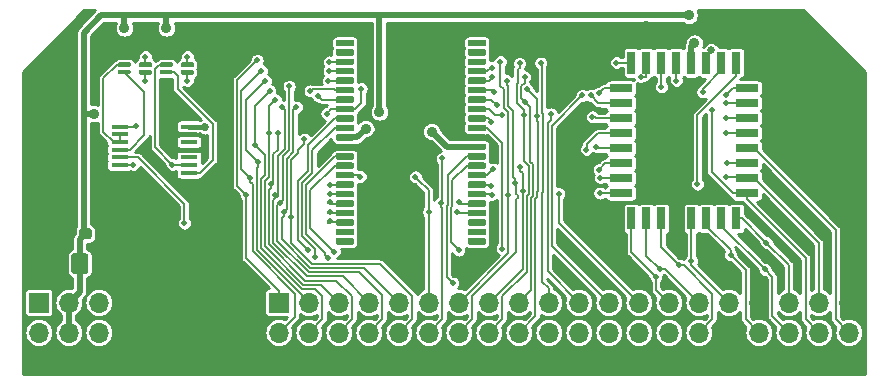
<source format=gbr>
G04 #@! TF.GenerationSoftware,KiCad,Pcbnew,(5.1.2-1)-1*
G04 #@! TF.CreationDate,2019-07-05T02:29:44-07:00*
G04 #@! TF.ProjectId,ram_board,72616d5f-626f-4617-9264-2e6b69636164,rev?*
G04 #@! TF.SameCoordinates,Original*
G04 #@! TF.FileFunction,Copper,L1,Top*
G04 #@! TF.FilePolarity,Positive*
%FSLAX46Y46*%
G04 Gerber Fmt 4.6, Leading zero omitted, Abs format (unit mm)*
G04 Created by KiCad (PCBNEW (5.1.2-1)-1) date 2019-07-05 02:29:44*
%MOMM*%
%LPD*%
G04 APERTURE LIST*
%ADD10C,0.100000*%
%ADD11C,0.950000*%
%ADD12R,1.450000X0.450000*%
%ADD13C,0.400000*%
%ADD14O,1.700000X1.700000*%
%ADD15R,1.700000X1.700000*%
%ADD16C,1.425000*%
%ADD17R,0.700000X1.925000*%
%ADD18R,1.925000X0.700000*%
%ADD19C,0.550000*%
%ADD20C,0.889000*%
%ADD21C,0.635000*%
%ADD22C,0.685800*%
%ADD23C,0.508000*%
%ADD24C,0.406400*%
%ADD25C,0.508000*%
%ADD26C,0.152400*%
%ADD27C,0.203200*%
%ADD28C,0.304800*%
%ADD29C,0.254000*%
G04 APERTURE END LIST*
D10*
G36*
X125772779Y-91347144D02*
G01*
X125795834Y-91350563D01*
X125818443Y-91356227D01*
X125840387Y-91364079D01*
X125861457Y-91374044D01*
X125881448Y-91386026D01*
X125900168Y-91399910D01*
X125917438Y-91415562D01*
X125933090Y-91432832D01*
X125946974Y-91451552D01*
X125958956Y-91471543D01*
X125968921Y-91492613D01*
X125976773Y-91514557D01*
X125982437Y-91537166D01*
X125985856Y-91560221D01*
X125987000Y-91583500D01*
X125987000Y-92058500D01*
X125985856Y-92081779D01*
X125982437Y-92104834D01*
X125976773Y-92127443D01*
X125968921Y-92149387D01*
X125958956Y-92170457D01*
X125946974Y-92190448D01*
X125933090Y-92209168D01*
X125917438Y-92226438D01*
X125900168Y-92242090D01*
X125881448Y-92255974D01*
X125861457Y-92267956D01*
X125840387Y-92277921D01*
X125818443Y-92285773D01*
X125795834Y-92291437D01*
X125772779Y-92294856D01*
X125749500Y-92296000D01*
X125174500Y-92296000D01*
X125151221Y-92294856D01*
X125128166Y-92291437D01*
X125105557Y-92285773D01*
X125083613Y-92277921D01*
X125062543Y-92267956D01*
X125042552Y-92255974D01*
X125023832Y-92242090D01*
X125006562Y-92226438D01*
X124990910Y-92209168D01*
X124977026Y-92190448D01*
X124965044Y-92170457D01*
X124955079Y-92149387D01*
X124947227Y-92127443D01*
X124941563Y-92104834D01*
X124938144Y-92081779D01*
X124937000Y-92058500D01*
X124937000Y-91583500D01*
X124938144Y-91560221D01*
X124941563Y-91537166D01*
X124947227Y-91514557D01*
X124955079Y-91492613D01*
X124965044Y-91471543D01*
X124977026Y-91451552D01*
X124990910Y-91432832D01*
X125006562Y-91415562D01*
X125023832Y-91399910D01*
X125042552Y-91386026D01*
X125062543Y-91374044D01*
X125083613Y-91364079D01*
X125105557Y-91356227D01*
X125128166Y-91350563D01*
X125151221Y-91347144D01*
X125174500Y-91346000D01*
X125749500Y-91346000D01*
X125772779Y-91347144D01*
X125772779Y-91347144D01*
G37*
D11*
X125462000Y-91821000D03*
D10*
G36*
X124022779Y-91347144D02*
G01*
X124045834Y-91350563D01*
X124068443Y-91356227D01*
X124090387Y-91364079D01*
X124111457Y-91374044D01*
X124131448Y-91386026D01*
X124150168Y-91399910D01*
X124167438Y-91415562D01*
X124183090Y-91432832D01*
X124196974Y-91451552D01*
X124208956Y-91471543D01*
X124218921Y-91492613D01*
X124226773Y-91514557D01*
X124232437Y-91537166D01*
X124235856Y-91560221D01*
X124237000Y-91583500D01*
X124237000Y-92058500D01*
X124235856Y-92081779D01*
X124232437Y-92104834D01*
X124226773Y-92127443D01*
X124218921Y-92149387D01*
X124208956Y-92170457D01*
X124196974Y-92190448D01*
X124183090Y-92209168D01*
X124167438Y-92226438D01*
X124150168Y-92242090D01*
X124131448Y-92255974D01*
X124111457Y-92267956D01*
X124090387Y-92277921D01*
X124068443Y-92285773D01*
X124045834Y-92291437D01*
X124022779Y-92294856D01*
X123999500Y-92296000D01*
X123424500Y-92296000D01*
X123401221Y-92294856D01*
X123378166Y-92291437D01*
X123355557Y-92285773D01*
X123333613Y-92277921D01*
X123312543Y-92267956D01*
X123292552Y-92255974D01*
X123273832Y-92242090D01*
X123256562Y-92226438D01*
X123240910Y-92209168D01*
X123227026Y-92190448D01*
X123215044Y-92170457D01*
X123205079Y-92149387D01*
X123197227Y-92127443D01*
X123191563Y-92104834D01*
X123188144Y-92081779D01*
X123187000Y-92058500D01*
X123187000Y-91583500D01*
X123188144Y-91560221D01*
X123191563Y-91537166D01*
X123197227Y-91514557D01*
X123205079Y-91492613D01*
X123215044Y-91471543D01*
X123227026Y-91451552D01*
X123240910Y-91432832D01*
X123256562Y-91415562D01*
X123273832Y-91399910D01*
X123292552Y-91386026D01*
X123312543Y-91374044D01*
X123333613Y-91364079D01*
X123355557Y-91356227D01*
X123378166Y-91350563D01*
X123401221Y-91347144D01*
X123424500Y-91346000D01*
X123999500Y-91346000D01*
X124022779Y-91347144D01*
X124022779Y-91347144D01*
G37*
D11*
X123712000Y-91821000D03*
D12*
X132490000Y-82759000D03*
X132490000Y-83409000D03*
X132490000Y-84059000D03*
X132490000Y-84709000D03*
X132490000Y-85359000D03*
X132490000Y-86009000D03*
X132490000Y-86659000D03*
X126590000Y-86659000D03*
X126590000Y-86009000D03*
X126590000Y-85359000D03*
X126590000Y-84709000D03*
X126590000Y-84059000D03*
X126590000Y-83409000D03*
X126590000Y-82759000D03*
D10*
G36*
X132768802Y-77956282D02*
G01*
X132778509Y-77957721D01*
X132788028Y-77960106D01*
X132797268Y-77963412D01*
X132806140Y-77967608D01*
X132814557Y-77972653D01*
X132822439Y-77978499D01*
X132829711Y-77985089D01*
X132836301Y-77992361D01*
X132842147Y-78000243D01*
X132847192Y-78008660D01*
X132851388Y-78017532D01*
X132854694Y-78026772D01*
X132857079Y-78036291D01*
X132858518Y-78045998D01*
X132859000Y-78055800D01*
X132859000Y-78255800D01*
X132858518Y-78265602D01*
X132857079Y-78275309D01*
X132854694Y-78284828D01*
X132851388Y-78294068D01*
X132847192Y-78302940D01*
X132842147Y-78311357D01*
X132836301Y-78319239D01*
X132829711Y-78326511D01*
X132822439Y-78333101D01*
X132814557Y-78338947D01*
X132806140Y-78343992D01*
X132797268Y-78348188D01*
X132788028Y-78351494D01*
X132778509Y-78353879D01*
X132768802Y-78355318D01*
X132759000Y-78355800D01*
X131909000Y-78355800D01*
X131899198Y-78355318D01*
X131889491Y-78353879D01*
X131879972Y-78351494D01*
X131870732Y-78348188D01*
X131861860Y-78343992D01*
X131853443Y-78338947D01*
X131845561Y-78333101D01*
X131838289Y-78326511D01*
X131831699Y-78319239D01*
X131825853Y-78311357D01*
X131820808Y-78302940D01*
X131816612Y-78294068D01*
X131813306Y-78284828D01*
X131810921Y-78275309D01*
X131809482Y-78265602D01*
X131809000Y-78255800D01*
X131809000Y-78055800D01*
X131809482Y-78045998D01*
X131810921Y-78036291D01*
X131813306Y-78026772D01*
X131816612Y-78017532D01*
X131820808Y-78008660D01*
X131825853Y-78000243D01*
X131831699Y-77992361D01*
X131838289Y-77985089D01*
X131845561Y-77978499D01*
X131853443Y-77972653D01*
X131861860Y-77967608D01*
X131870732Y-77963412D01*
X131879972Y-77960106D01*
X131889491Y-77957721D01*
X131899198Y-77956282D01*
X131909000Y-77955800D01*
X132759000Y-77955800D01*
X132768802Y-77956282D01*
X132768802Y-77956282D01*
G37*
D13*
X132334000Y-78155800D03*
D10*
G36*
X130990802Y-77930882D02*
G01*
X131000509Y-77932321D01*
X131010028Y-77934706D01*
X131019268Y-77938012D01*
X131028140Y-77942208D01*
X131036557Y-77947253D01*
X131044439Y-77953099D01*
X131051711Y-77959689D01*
X131058301Y-77966961D01*
X131064147Y-77974843D01*
X131069192Y-77983260D01*
X131073388Y-77992132D01*
X131076694Y-78001372D01*
X131079079Y-78010891D01*
X131080518Y-78020598D01*
X131081000Y-78030400D01*
X131081000Y-78230400D01*
X131080518Y-78240202D01*
X131079079Y-78249909D01*
X131076694Y-78259428D01*
X131073388Y-78268668D01*
X131069192Y-78277540D01*
X131064147Y-78285957D01*
X131058301Y-78293839D01*
X131051711Y-78301111D01*
X131044439Y-78307701D01*
X131036557Y-78313547D01*
X131028140Y-78318592D01*
X131019268Y-78322788D01*
X131010028Y-78326094D01*
X131000509Y-78328479D01*
X130990802Y-78329918D01*
X130981000Y-78330400D01*
X130131000Y-78330400D01*
X130121198Y-78329918D01*
X130111491Y-78328479D01*
X130101972Y-78326094D01*
X130092732Y-78322788D01*
X130083860Y-78318592D01*
X130075443Y-78313547D01*
X130067561Y-78307701D01*
X130060289Y-78301111D01*
X130053699Y-78293839D01*
X130047853Y-78285957D01*
X130042808Y-78277540D01*
X130038612Y-78268668D01*
X130035306Y-78259428D01*
X130032921Y-78249909D01*
X130031482Y-78240202D01*
X130031000Y-78230400D01*
X130031000Y-78030400D01*
X130031482Y-78020598D01*
X130032921Y-78010891D01*
X130035306Y-78001372D01*
X130038612Y-77992132D01*
X130042808Y-77983260D01*
X130047853Y-77974843D01*
X130053699Y-77966961D01*
X130060289Y-77959689D01*
X130067561Y-77953099D01*
X130075443Y-77947253D01*
X130083860Y-77942208D01*
X130092732Y-77938012D01*
X130101972Y-77934706D01*
X130111491Y-77932321D01*
X130121198Y-77930882D01*
X130131000Y-77930400D01*
X130981000Y-77930400D01*
X130990802Y-77930882D01*
X130990802Y-77930882D01*
G37*
D13*
X130556000Y-78130400D03*
D10*
G36*
X132780202Y-77321282D02*
G01*
X132789909Y-77322721D01*
X132799428Y-77325106D01*
X132808668Y-77328412D01*
X132817540Y-77332608D01*
X132825957Y-77337653D01*
X132833839Y-77343499D01*
X132841111Y-77350089D01*
X132847701Y-77357361D01*
X132853547Y-77365243D01*
X132858592Y-77373660D01*
X132862788Y-77382532D01*
X132866094Y-77391772D01*
X132868479Y-77401291D01*
X132869918Y-77410998D01*
X132870400Y-77420800D01*
X132870400Y-77620800D01*
X132869918Y-77630602D01*
X132868479Y-77640309D01*
X132866094Y-77649828D01*
X132862788Y-77659068D01*
X132858592Y-77667940D01*
X132853547Y-77676357D01*
X132847701Y-77684239D01*
X132841111Y-77691511D01*
X132833839Y-77698101D01*
X132825957Y-77703947D01*
X132817540Y-77708992D01*
X132808668Y-77713188D01*
X132799428Y-77716494D01*
X132789909Y-77718879D01*
X132780202Y-77720318D01*
X132770400Y-77720800D01*
X131920400Y-77720800D01*
X131910598Y-77720318D01*
X131900891Y-77718879D01*
X131891372Y-77716494D01*
X131882132Y-77713188D01*
X131873260Y-77708992D01*
X131864843Y-77703947D01*
X131856961Y-77698101D01*
X131849689Y-77691511D01*
X131843099Y-77684239D01*
X131837253Y-77676357D01*
X131832208Y-77667940D01*
X131828012Y-77659068D01*
X131824706Y-77649828D01*
X131822321Y-77640309D01*
X131820882Y-77630602D01*
X131820400Y-77620800D01*
X131820400Y-77420800D01*
X131820882Y-77410998D01*
X131822321Y-77401291D01*
X131824706Y-77391772D01*
X131828012Y-77382532D01*
X131832208Y-77373660D01*
X131837253Y-77365243D01*
X131843099Y-77357361D01*
X131849689Y-77350089D01*
X131856961Y-77343499D01*
X131864843Y-77337653D01*
X131873260Y-77332608D01*
X131882132Y-77328412D01*
X131891372Y-77325106D01*
X131900891Y-77322721D01*
X131910598Y-77321282D01*
X131920400Y-77320800D01*
X132770400Y-77320800D01*
X132780202Y-77321282D01*
X132780202Y-77321282D01*
G37*
D13*
X132345400Y-77520800D03*
D10*
G36*
X130990802Y-77321282D02*
G01*
X131000509Y-77322721D01*
X131010028Y-77325106D01*
X131019268Y-77328412D01*
X131028140Y-77332608D01*
X131036557Y-77337653D01*
X131044439Y-77343499D01*
X131051711Y-77350089D01*
X131058301Y-77357361D01*
X131064147Y-77365243D01*
X131069192Y-77373660D01*
X131073388Y-77382532D01*
X131076694Y-77391772D01*
X131079079Y-77401291D01*
X131080518Y-77410998D01*
X131081000Y-77420800D01*
X131081000Y-77620800D01*
X131080518Y-77630602D01*
X131079079Y-77640309D01*
X131076694Y-77649828D01*
X131073388Y-77659068D01*
X131069192Y-77667940D01*
X131064147Y-77676357D01*
X131058301Y-77684239D01*
X131051711Y-77691511D01*
X131044439Y-77698101D01*
X131036557Y-77703947D01*
X131028140Y-77708992D01*
X131019268Y-77713188D01*
X131010028Y-77716494D01*
X131000509Y-77718879D01*
X130990802Y-77720318D01*
X130981000Y-77720800D01*
X130131000Y-77720800D01*
X130121198Y-77720318D01*
X130111491Y-77718879D01*
X130101972Y-77716494D01*
X130092732Y-77713188D01*
X130083860Y-77708992D01*
X130075443Y-77703947D01*
X130067561Y-77698101D01*
X130060289Y-77691511D01*
X130053699Y-77684239D01*
X130047853Y-77676357D01*
X130042808Y-77667940D01*
X130038612Y-77659068D01*
X130035306Y-77649828D01*
X130032921Y-77640309D01*
X130031482Y-77630602D01*
X130031000Y-77620800D01*
X130031000Y-77420800D01*
X130031482Y-77410998D01*
X130032921Y-77401291D01*
X130035306Y-77391772D01*
X130038612Y-77382532D01*
X130042808Y-77373660D01*
X130047853Y-77365243D01*
X130053699Y-77357361D01*
X130060289Y-77350089D01*
X130067561Y-77343499D01*
X130075443Y-77337653D01*
X130083860Y-77332608D01*
X130092732Y-77328412D01*
X130101972Y-77325106D01*
X130111491Y-77322721D01*
X130121198Y-77321282D01*
X130131000Y-77320800D01*
X130981000Y-77320800D01*
X130990802Y-77321282D01*
X130990802Y-77321282D01*
G37*
D13*
X130556000Y-77520800D03*
D10*
G36*
X129212802Y-77956282D02*
G01*
X129222509Y-77957721D01*
X129232028Y-77960106D01*
X129241268Y-77963412D01*
X129250140Y-77967608D01*
X129258557Y-77972653D01*
X129266439Y-77978499D01*
X129273711Y-77985089D01*
X129280301Y-77992361D01*
X129286147Y-78000243D01*
X129291192Y-78008660D01*
X129295388Y-78017532D01*
X129298694Y-78026772D01*
X129301079Y-78036291D01*
X129302518Y-78045998D01*
X129303000Y-78055800D01*
X129303000Y-78255800D01*
X129302518Y-78265602D01*
X129301079Y-78275309D01*
X129298694Y-78284828D01*
X129295388Y-78294068D01*
X129291192Y-78302940D01*
X129286147Y-78311357D01*
X129280301Y-78319239D01*
X129273711Y-78326511D01*
X129266439Y-78333101D01*
X129258557Y-78338947D01*
X129250140Y-78343992D01*
X129241268Y-78348188D01*
X129232028Y-78351494D01*
X129222509Y-78353879D01*
X129212802Y-78355318D01*
X129203000Y-78355800D01*
X128353000Y-78355800D01*
X128343198Y-78355318D01*
X128333491Y-78353879D01*
X128323972Y-78351494D01*
X128314732Y-78348188D01*
X128305860Y-78343992D01*
X128297443Y-78338947D01*
X128289561Y-78333101D01*
X128282289Y-78326511D01*
X128275699Y-78319239D01*
X128269853Y-78311357D01*
X128264808Y-78302940D01*
X128260612Y-78294068D01*
X128257306Y-78284828D01*
X128254921Y-78275309D01*
X128253482Y-78265602D01*
X128253000Y-78255800D01*
X128253000Y-78055800D01*
X128253482Y-78045998D01*
X128254921Y-78036291D01*
X128257306Y-78026772D01*
X128260612Y-78017532D01*
X128264808Y-78008660D01*
X128269853Y-78000243D01*
X128275699Y-77992361D01*
X128282289Y-77985089D01*
X128289561Y-77978499D01*
X128297443Y-77972653D01*
X128305860Y-77967608D01*
X128314732Y-77963412D01*
X128323972Y-77960106D01*
X128333491Y-77957721D01*
X128343198Y-77956282D01*
X128353000Y-77955800D01*
X129203000Y-77955800D01*
X129212802Y-77956282D01*
X129212802Y-77956282D01*
G37*
D13*
X128778000Y-78155800D03*
D10*
G36*
X127434802Y-77930882D02*
G01*
X127444509Y-77932321D01*
X127454028Y-77934706D01*
X127463268Y-77938012D01*
X127472140Y-77942208D01*
X127480557Y-77947253D01*
X127488439Y-77953099D01*
X127495711Y-77959689D01*
X127502301Y-77966961D01*
X127508147Y-77974843D01*
X127513192Y-77983260D01*
X127517388Y-77992132D01*
X127520694Y-78001372D01*
X127523079Y-78010891D01*
X127524518Y-78020598D01*
X127525000Y-78030400D01*
X127525000Y-78230400D01*
X127524518Y-78240202D01*
X127523079Y-78249909D01*
X127520694Y-78259428D01*
X127517388Y-78268668D01*
X127513192Y-78277540D01*
X127508147Y-78285957D01*
X127502301Y-78293839D01*
X127495711Y-78301111D01*
X127488439Y-78307701D01*
X127480557Y-78313547D01*
X127472140Y-78318592D01*
X127463268Y-78322788D01*
X127454028Y-78326094D01*
X127444509Y-78328479D01*
X127434802Y-78329918D01*
X127425000Y-78330400D01*
X126575000Y-78330400D01*
X126565198Y-78329918D01*
X126555491Y-78328479D01*
X126545972Y-78326094D01*
X126536732Y-78322788D01*
X126527860Y-78318592D01*
X126519443Y-78313547D01*
X126511561Y-78307701D01*
X126504289Y-78301111D01*
X126497699Y-78293839D01*
X126491853Y-78285957D01*
X126486808Y-78277540D01*
X126482612Y-78268668D01*
X126479306Y-78259428D01*
X126476921Y-78249909D01*
X126475482Y-78240202D01*
X126475000Y-78230400D01*
X126475000Y-78030400D01*
X126475482Y-78020598D01*
X126476921Y-78010891D01*
X126479306Y-78001372D01*
X126482612Y-77992132D01*
X126486808Y-77983260D01*
X126491853Y-77974843D01*
X126497699Y-77966961D01*
X126504289Y-77959689D01*
X126511561Y-77953099D01*
X126519443Y-77947253D01*
X126527860Y-77942208D01*
X126536732Y-77938012D01*
X126545972Y-77934706D01*
X126555491Y-77932321D01*
X126565198Y-77930882D01*
X126575000Y-77930400D01*
X127425000Y-77930400D01*
X127434802Y-77930882D01*
X127434802Y-77930882D01*
G37*
D13*
X127000000Y-78130400D03*
D10*
G36*
X129224202Y-77321282D02*
G01*
X129233909Y-77322721D01*
X129243428Y-77325106D01*
X129252668Y-77328412D01*
X129261540Y-77332608D01*
X129269957Y-77337653D01*
X129277839Y-77343499D01*
X129285111Y-77350089D01*
X129291701Y-77357361D01*
X129297547Y-77365243D01*
X129302592Y-77373660D01*
X129306788Y-77382532D01*
X129310094Y-77391772D01*
X129312479Y-77401291D01*
X129313918Y-77410998D01*
X129314400Y-77420800D01*
X129314400Y-77620800D01*
X129313918Y-77630602D01*
X129312479Y-77640309D01*
X129310094Y-77649828D01*
X129306788Y-77659068D01*
X129302592Y-77667940D01*
X129297547Y-77676357D01*
X129291701Y-77684239D01*
X129285111Y-77691511D01*
X129277839Y-77698101D01*
X129269957Y-77703947D01*
X129261540Y-77708992D01*
X129252668Y-77713188D01*
X129243428Y-77716494D01*
X129233909Y-77718879D01*
X129224202Y-77720318D01*
X129214400Y-77720800D01*
X128364400Y-77720800D01*
X128354598Y-77720318D01*
X128344891Y-77718879D01*
X128335372Y-77716494D01*
X128326132Y-77713188D01*
X128317260Y-77708992D01*
X128308843Y-77703947D01*
X128300961Y-77698101D01*
X128293689Y-77691511D01*
X128287099Y-77684239D01*
X128281253Y-77676357D01*
X128276208Y-77667940D01*
X128272012Y-77659068D01*
X128268706Y-77649828D01*
X128266321Y-77640309D01*
X128264882Y-77630602D01*
X128264400Y-77620800D01*
X128264400Y-77420800D01*
X128264882Y-77410998D01*
X128266321Y-77401291D01*
X128268706Y-77391772D01*
X128272012Y-77382532D01*
X128276208Y-77373660D01*
X128281253Y-77365243D01*
X128287099Y-77357361D01*
X128293689Y-77350089D01*
X128300961Y-77343499D01*
X128308843Y-77337653D01*
X128317260Y-77332608D01*
X128326132Y-77328412D01*
X128335372Y-77325106D01*
X128344891Y-77322721D01*
X128354598Y-77321282D01*
X128364400Y-77320800D01*
X129214400Y-77320800D01*
X129224202Y-77321282D01*
X129224202Y-77321282D01*
G37*
D13*
X128789400Y-77520800D03*
D10*
G36*
X127434802Y-77321282D02*
G01*
X127444509Y-77322721D01*
X127454028Y-77325106D01*
X127463268Y-77328412D01*
X127472140Y-77332608D01*
X127480557Y-77337653D01*
X127488439Y-77343499D01*
X127495711Y-77350089D01*
X127502301Y-77357361D01*
X127508147Y-77365243D01*
X127513192Y-77373660D01*
X127517388Y-77382532D01*
X127520694Y-77391772D01*
X127523079Y-77401291D01*
X127524518Y-77410998D01*
X127525000Y-77420800D01*
X127525000Y-77620800D01*
X127524518Y-77630602D01*
X127523079Y-77640309D01*
X127520694Y-77649828D01*
X127517388Y-77659068D01*
X127513192Y-77667940D01*
X127508147Y-77676357D01*
X127502301Y-77684239D01*
X127495711Y-77691511D01*
X127488439Y-77698101D01*
X127480557Y-77703947D01*
X127472140Y-77708992D01*
X127463268Y-77713188D01*
X127454028Y-77716494D01*
X127444509Y-77718879D01*
X127434802Y-77720318D01*
X127425000Y-77720800D01*
X126575000Y-77720800D01*
X126565198Y-77720318D01*
X126555491Y-77718879D01*
X126545972Y-77716494D01*
X126536732Y-77713188D01*
X126527860Y-77708992D01*
X126519443Y-77703947D01*
X126511561Y-77698101D01*
X126504289Y-77691511D01*
X126497699Y-77684239D01*
X126491853Y-77676357D01*
X126486808Y-77667940D01*
X126482612Y-77659068D01*
X126479306Y-77649828D01*
X126476921Y-77640309D01*
X126475482Y-77630602D01*
X126475000Y-77620800D01*
X126475000Y-77420800D01*
X126475482Y-77410998D01*
X126476921Y-77401291D01*
X126479306Y-77391772D01*
X126482612Y-77382532D01*
X126486808Y-77373660D01*
X126491853Y-77365243D01*
X126497699Y-77357361D01*
X126504289Y-77350089D01*
X126511561Y-77343499D01*
X126519443Y-77337653D01*
X126527860Y-77332608D01*
X126536732Y-77328412D01*
X126545972Y-77325106D01*
X126555491Y-77322721D01*
X126565198Y-77321282D01*
X126575000Y-77320800D01*
X127425000Y-77320800D01*
X127434802Y-77321282D01*
X127434802Y-77321282D01*
G37*
D13*
X127000000Y-77520800D03*
D14*
X188341000Y-100203000D03*
X188341000Y-97663000D03*
X185801000Y-100203000D03*
X185801000Y-97663000D03*
X183261000Y-100203000D03*
X183261000Y-97663000D03*
X180721000Y-100203000D03*
X180721000Y-97663000D03*
X178181000Y-100203000D03*
X178181000Y-97663000D03*
X175641000Y-100203000D03*
X175641000Y-97663000D03*
X173101000Y-100203000D03*
X173101000Y-97663000D03*
X170561000Y-100203000D03*
X170561000Y-97663000D03*
X168021000Y-100203000D03*
X168021000Y-97663000D03*
X165481000Y-100203000D03*
X165481000Y-97663000D03*
X162941000Y-100203000D03*
X162941000Y-97663000D03*
X160401000Y-100203000D03*
X160401000Y-97663000D03*
X157861000Y-100203000D03*
X157861000Y-97663000D03*
X155321000Y-100203000D03*
X155321000Y-97663000D03*
X152781000Y-100203000D03*
X152781000Y-97663000D03*
X150241000Y-100203000D03*
X150241000Y-97663000D03*
X147701000Y-100203000D03*
X147701000Y-97663000D03*
X145161000Y-100203000D03*
X145161000Y-97663000D03*
X142621000Y-100203000D03*
X142621000Y-97663000D03*
X140081000Y-100203000D03*
D15*
X140081000Y-97663000D03*
D10*
G36*
X126688504Y-93487204D02*
G01*
X126712773Y-93490804D01*
X126736571Y-93496765D01*
X126759671Y-93505030D01*
X126781849Y-93515520D01*
X126802893Y-93528133D01*
X126822598Y-93542747D01*
X126840777Y-93559223D01*
X126857253Y-93577402D01*
X126871867Y-93597107D01*
X126884480Y-93618151D01*
X126894970Y-93640329D01*
X126903235Y-93663429D01*
X126909196Y-93687227D01*
X126912796Y-93711496D01*
X126914000Y-93736000D01*
X126914000Y-94986000D01*
X126912796Y-95010504D01*
X126909196Y-95034773D01*
X126903235Y-95058571D01*
X126894970Y-95081671D01*
X126884480Y-95103849D01*
X126871867Y-95124893D01*
X126857253Y-95144598D01*
X126840777Y-95162777D01*
X126822598Y-95179253D01*
X126802893Y-95193867D01*
X126781849Y-95206480D01*
X126759671Y-95216970D01*
X126736571Y-95225235D01*
X126712773Y-95231196D01*
X126688504Y-95234796D01*
X126664000Y-95236000D01*
X125739000Y-95236000D01*
X125714496Y-95234796D01*
X125690227Y-95231196D01*
X125666429Y-95225235D01*
X125643329Y-95216970D01*
X125621151Y-95206480D01*
X125600107Y-95193867D01*
X125580402Y-95179253D01*
X125562223Y-95162777D01*
X125545747Y-95144598D01*
X125531133Y-95124893D01*
X125518520Y-95103849D01*
X125508030Y-95081671D01*
X125499765Y-95058571D01*
X125493804Y-95034773D01*
X125490204Y-95010504D01*
X125489000Y-94986000D01*
X125489000Y-93736000D01*
X125490204Y-93711496D01*
X125493804Y-93687227D01*
X125499765Y-93663429D01*
X125508030Y-93640329D01*
X125518520Y-93618151D01*
X125531133Y-93597107D01*
X125545747Y-93577402D01*
X125562223Y-93559223D01*
X125580402Y-93542747D01*
X125600107Y-93528133D01*
X125621151Y-93515520D01*
X125643329Y-93505030D01*
X125666429Y-93496765D01*
X125690227Y-93490804D01*
X125714496Y-93487204D01*
X125739000Y-93486000D01*
X126664000Y-93486000D01*
X126688504Y-93487204D01*
X126688504Y-93487204D01*
G37*
D16*
X126201500Y-94361000D03*
D10*
G36*
X123713504Y-93487204D02*
G01*
X123737773Y-93490804D01*
X123761571Y-93496765D01*
X123784671Y-93505030D01*
X123806849Y-93515520D01*
X123827893Y-93528133D01*
X123847598Y-93542747D01*
X123865777Y-93559223D01*
X123882253Y-93577402D01*
X123896867Y-93597107D01*
X123909480Y-93618151D01*
X123919970Y-93640329D01*
X123928235Y-93663429D01*
X123934196Y-93687227D01*
X123937796Y-93711496D01*
X123939000Y-93736000D01*
X123939000Y-94986000D01*
X123937796Y-95010504D01*
X123934196Y-95034773D01*
X123928235Y-95058571D01*
X123919970Y-95081671D01*
X123909480Y-95103849D01*
X123896867Y-95124893D01*
X123882253Y-95144598D01*
X123865777Y-95162777D01*
X123847598Y-95179253D01*
X123827893Y-95193867D01*
X123806849Y-95206480D01*
X123784671Y-95216970D01*
X123761571Y-95225235D01*
X123737773Y-95231196D01*
X123713504Y-95234796D01*
X123689000Y-95236000D01*
X122764000Y-95236000D01*
X122739496Y-95234796D01*
X122715227Y-95231196D01*
X122691429Y-95225235D01*
X122668329Y-95216970D01*
X122646151Y-95206480D01*
X122625107Y-95193867D01*
X122605402Y-95179253D01*
X122587223Y-95162777D01*
X122570747Y-95144598D01*
X122556133Y-95124893D01*
X122543520Y-95103849D01*
X122533030Y-95081671D01*
X122524765Y-95058571D01*
X122518804Y-95034773D01*
X122515204Y-95010504D01*
X122514000Y-94986000D01*
X122514000Y-93736000D01*
X122515204Y-93711496D01*
X122518804Y-93687227D01*
X122524765Y-93663429D01*
X122533030Y-93640329D01*
X122543520Y-93618151D01*
X122556133Y-93597107D01*
X122570747Y-93577402D01*
X122587223Y-93559223D01*
X122605402Y-93542747D01*
X122625107Y-93528133D01*
X122646151Y-93515520D01*
X122668329Y-93505030D01*
X122691429Y-93496765D01*
X122715227Y-93490804D01*
X122739496Y-93487204D01*
X122764000Y-93486000D01*
X123689000Y-93486000D01*
X123713504Y-93487204D01*
X123713504Y-93487204D01*
G37*
D16*
X123226500Y-94361000D03*
D17*
X173736000Y-77354500D03*
X172466000Y-77354500D03*
X171196000Y-77354500D03*
X169926000Y-77354500D03*
X175006000Y-77354500D03*
X176276000Y-77354500D03*
X177546000Y-77354500D03*
X178816000Y-77354500D03*
D18*
X169048500Y-79502000D03*
X169048500Y-80772000D03*
X169048500Y-82042000D03*
X169048500Y-83312000D03*
X169048500Y-84582000D03*
X169048500Y-85852000D03*
X169048500Y-87122000D03*
X169048500Y-88392000D03*
D17*
X169926000Y-90539500D03*
X171196000Y-90539500D03*
X172466000Y-90539500D03*
X173736000Y-90539500D03*
X175006000Y-90539500D03*
X176276000Y-90539500D03*
X177546000Y-90539500D03*
X178816000Y-90539500D03*
D18*
X179693500Y-88392000D03*
X179693500Y-87122000D03*
X179693500Y-85852000D03*
X179693500Y-84582000D03*
X179693500Y-83312000D03*
X179693500Y-82042000D03*
X179693500Y-80772000D03*
X179693500Y-79502000D03*
D10*
G36*
X157482977Y-75399662D02*
G01*
X157496325Y-75401642D01*
X157509414Y-75404921D01*
X157522119Y-75409467D01*
X157534317Y-75415236D01*
X157545891Y-75422173D01*
X157556729Y-75430211D01*
X157566727Y-75439273D01*
X157575789Y-75449271D01*
X157583827Y-75460109D01*
X157590764Y-75471683D01*
X157596533Y-75483881D01*
X157601079Y-75496586D01*
X157604358Y-75509675D01*
X157606338Y-75523023D01*
X157607000Y-75536500D01*
X157607000Y-75811500D01*
X157606338Y-75824977D01*
X157604358Y-75838325D01*
X157601079Y-75851414D01*
X157596533Y-75864119D01*
X157590764Y-75876317D01*
X157583827Y-75887891D01*
X157575789Y-75898729D01*
X157566727Y-75908727D01*
X157556729Y-75917789D01*
X157545891Y-75925827D01*
X157534317Y-75932764D01*
X157522119Y-75938533D01*
X157509414Y-75943079D01*
X157496325Y-75946358D01*
X157482977Y-75948338D01*
X157469500Y-75949000D01*
X156219500Y-75949000D01*
X156206023Y-75948338D01*
X156192675Y-75946358D01*
X156179586Y-75943079D01*
X156166881Y-75938533D01*
X156154683Y-75932764D01*
X156143109Y-75925827D01*
X156132271Y-75917789D01*
X156122273Y-75908727D01*
X156113211Y-75898729D01*
X156105173Y-75887891D01*
X156098236Y-75876317D01*
X156092467Y-75864119D01*
X156087921Y-75851414D01*
X156084642Y-75838325D01*
X156082662Y-75824977D01*
X156082000Y-75811500D01*
X156082000Y-75536500D01*
X156082662Y-75523023D01*
X156084642Y-75509675D01*
X156087921Y-75496586D01*
X156092467Y-75483881D01*
X156098236Y-75471683D01*
X156105173Y-75460109D01*
X156113211Y-75449271D01*
X156122273Y-75439273D01*
X156132271Y-75430211D01*
X156143109Y-75422173D01*
X156154683Y-75415236D01*
X156166881Y-75409467D01*
X156179586Y-75404921D01*
X156192675Y-75401642D01*
X156206023Y-75399662D01*
X156219500Y-75399000D01*
X157469500Y-75399000D01*
X157482977Y-75399662D01*
X157482977Y-75399662D01*
G37*
D19*
X156844500Y-75674000D03*
D10*
G36*
X157482977Y-76199662D02*
G01*
X157496325Y-76201642D01*
X157509414Y-76204921D01*
X157522119Y-76209467D01*
X157534317Y-76215236D01*
X157545891Y-76222173D01*
X157556729Y-76230211D01*
X157566727Y-76239273D01*
X157575789Y-76249271D01*
X157583827Y-76260109D01*
X157590764Y-76271683D01*
X157596533Y-76283881D01*
X157601079Y-76296586D01*
X157604358Y-76309675D01*
X157606338Y-76323023D01*
X157607000Y-76336500D01*
X157607000Y-76611500D01*
X157606338Y-76624977D01*
X157604358Y-76638325D01*
X157601079Y-76651414D01*
X157596533Y-76664119D01*
X157590764Y-76676317D01*
X157583827Y-76687891D01*
X157575789Y-76698729D01*
X157566727Y-76708727D01*
X157556729Y-76717789D01*
X157545891Y-76725827D01*
X157534317Y-76732764D01*
X157522119Y-76738533D01*
X157509414Y-76743079D01*
X157496325Y-76746358D01*
X157482977Y-76748338D01*
X157469500Y-76749000D01*
X156219500Y-76749000D01*
X156206023Y-76748338D01*
X156192675Y-76746358D01*
X156179586Y-76743079D01*
X156166881Y-76738533D01*
X156154683Y-76732764D01*
X156143109Y-76725827D01*
X156132271Y-76717789D01*
X156122273Y-76708727D01*
X156113211Y-76698729D01*
X156105173Y-76687891D01*
X156098236Y-76676317D01*
X156092467Y-76664119D01*
X156087921Y-76651414D01*
X156084642Y-76638325D01*
X156082662Y-76624977D01*
X156082000Y-76611500D01*
X156082000Y-76336500D01*
X156082662Y-76323023D01*
X156084642Y-76309675D01*
X156087921Y-76296586D01*
X156092467Y-76283881D01*
X156098236Y-76271683D01*
X156105173Y-76260109D01*
X156113211Y-76249271D01*
X156122273Y-76239273D01*
X156132271Y-76230211D01*
X156143109Y-76222173D01*
X156154683Y-76215236D01*
X156166881Y-76209467D01*
X156179586Y-76204921D01*
X156192675Y-76201642D01*
X156206023Y-76199662D01*
X156219500Y-76199000D01*
X157469500Y-76199000D01*
X157482977Y-76199662D01*
X157482977Y-76199662D01*
G37*
D19*
X156844500Y-76474000D03*
D10*
G36*
X157482977Y-76999662D02*
G01*
X157496325Y-77001642D01*
X157509414Y-77004921D01*
X157522119Y-77009467D01*
X157534317Y-77015236D01*
X157545891Y-77022173D01*
X157556729Y-77030211D01*
X157566727Y-77039273D01*
X157575789Y-77049271D01*
X157583827Y-77060109D01*
X157590764Y-77071683D01*
X157596533Y-77083881D01*
X157601079Y-77096586D01*
X157604358Y-77109675D01*
X157606338Y-77123023D01*
X157607000Y-77136500D01*
X157607000Y-77411500D01*
X157606338Y-77424977D01*
X157604358Y-77438325D01*
X157601079Y-77451414D01*
X157596533Y-77464119D01*
X157590764Y-77476317D01*
X157583827Y-77487891D01*
X157575789Y-77498729D01*
X157566727Y-77508727D01*
X157556729Y-77517789D01*
X157545891Y-77525827D01*
X157534317Y-77532764D01*
X157522119Y-77538533D01*
X157509414Y-77543079D01*
X157496325Y-77546358D01*
X157482977Y-77548338D01*
X157469500Y-77549000D01*
X156219500Y-77549000D01*
X156206023Y-77548338D01*
X156192675Y-77546358D01*
X156179586Y-77543079D01*
X156166881Y-77538533D01*
X156154683Y-77532764D01*
X156143109Y-77525827D01*
X156132271Y-77517789D01*
X156122273Y-77508727D01*
X156113211Y-77498729D01*
X156105173Y-77487891D01*
X156098236Y-77476317D01*
X156092467Y-77464119D01*
X156087921Y-77451414D01*
X156084642Y-77438325D01*
X156082662Y-77424977D01*
X156082000Y-77411500D01*
X156082000Y-77136500D01*
X156082662Y-77123023D01*
X156084642Y-77109675D01*
X156087921Y-77096586D01*
X156092467Y-77083881D01*
X156098236Y-77071683D01*
X156105173Y-77060109D01*
X156113211Y-77049271D01*
X156122273Y-77039273D01*
X156132271Y-77030211D01*
X156143109Y-77022173D01*
X156154683Y-77015236D01*
X156166881Y-77009467D01*
X156179586Y-77004921D01*
X156192675Y-77001642D01*
X156206023Y-76999662D01*
X156219500Y-76999000D01*
X157469500Y-76999000D01*
X157482977Y-76999662D01*
X157482977Y-76999662D01*
G37*
D19*
X156844500Y-77274000D03*
D10*
G36*
X157482977Y-77799662D02*
G01*
X157496325Y-77801642D01*
X157509414Y-77804921D01*
X157522119Y-77809467D01*
X157534317Y-77815236D01*
X157545891Y-77822173D01*
X157556729Y-77830211D01*
X157566727Y-77839273D01*
X157575789Y-77849271D01*
X157583827Y-77860109D01*
X157590764Y-77871683D01*
X157596533Y-77883881D01*
X157601079Y-77896586D01*
X157604358Y-77909675D01*
X157606338Y-77923023D01*
X157607000Y-77936500D01*
X157607000Y-78211500D01*
X157606338Y-78224977D01*
X157604358Y-78238325D01*
X157601079Y-78251414D01*
X157596533Y-78264119D01*
X157590764Y-78276317D01*
X157583827Y-78287891D01*
X157575789Y-78298729D01*
X157566727Y-78308727D01*
X157556729Y-78317789D01*
X157545891Y-78325827D01*
X157534317Y-78332764D01*
X157522119Y-78338533D01*
X157509414Y-78343079D01*
X157496325Y-78346358D01*
X157482977Y-78348338D01*
X157469500Y-78349000D01*
X156219500Y-78349000D01*
X156206023Y-78348338D01*
X156192675Y-78346358D01*
X156179586Y-78343079D01*
X156166881Y-78338533D01*
X156154683Y-78332764D01*
X156143109Y-78325827D01*
X156132271Y-78317789D01*
X156122273Y-78308727D01*
X156113211Y-78298729D01*
X156105173Y-78287891D01*
X156098236Y-78276317D01*
X156092467Y-78264119D01*
X156087921Y-78251414D01*
X156084642Y-78238325D01*
X156082662Y-78224977D01*
X156082000Y-78211500D01*
X156082000Y-77936500D01*
X156082662Y-77923023D01*
X156084642Y-77909675D01*
X156087921Y-77896586D01*
X156092467Y-77883881D01*
X156098236Y-77871683D01*
X156105173Y-77860109D01*
X156113211Y-77849271D01*
X156122273Y-77839273D01*
X156132271Y-77830211D01*
X156143109Y-77822173D01*
X156154683Y-77815236D01*
X156166881Y-77809467D01*
X156179586Y-77804921D01*
X156192675Y-77801642D01*
X156206023Y-77799662D01*
X156219500Y-77799000D01*
X157469500Y-77799000D01*
X157482977Y-77799662D01*
X157482977Y-77799662D01*
G37*
D19*
X156844500Y-78074000D03*
D10*
G36*
X157482977Y-78599662D02*
G01*
X157496325Y-78601642D01*
X157509414Y-78604921D01*
X157522119Y-78609467D01*
X157534317Y-78615236D01*
X157545891Y-78622173D01*
X157556729Y-78630211D01*
X157566727Y-78639273D01*
X157575789Y-78649271D01*
X157583827Y-78660109D01*
X157590764Y-78671683D01*
X157596533Y-78683881D01*
X157601079Y-78696586D01*
X157604358Y-78709675D01*
X157606338Y-78723023D01*
X157607000Y-78736500D01*
X157607000Y-79011500D01*
X157606338Y-79024977D01*
X157604358Y-79038325D01*
X157601079Y-79051414D01*
X157596533Y-79064119D01*
X157590764Y-79076317D01*
X157583827Y-79087891D01*
X157575789Y-79098729D01*
X157566727Y-79108727D01*
X157556729Y-79117789D01*
X157545891Y-79125827D01*
X157534317Y-79132764D01*
X157522119Y-79138533D01*
X157509414Y-79143079D01*
X157496325Y-79146358D01*
X157482977Y-79148338D01*
X157469500Y-79149000D01*
X156219500Y-79149000D01*
X156206023Y-79148338D01*
X156192675Y-79146358D01*
X156179586Y-79143079D01*
X156166881Y-79138533D01*
X156154683Y-79132764D01*
X156143109Y-79125827D01*
X156132271Y-79117789D01*
X156122273Y-79108727D01*
X156113211Y-79098729D01*
X156105173Y-79087891D01*
X156098236Y-79076317D01*
X156092467Y-79064119D01*
X156087921Y-79051414D01*
X156084642Y-79038325D01*
X156082662Y-79024977D01*
X156082000Y-79011500D01*
X156082000Y-78736500D01*
X156082662Y-78723023D01*
X156084642Y-78709675D01*
X156087921Y-78696586D01*
X156092467Y-78683881D01*
X156098236Y-78671683D01*
X156105173Y-78660109D01*
X156113211Y-78649271D01*
X156122273Y-78639273D01*
X156132271Y-78630211D01*
X156143109Y-78622173D01*
X156154683Y-78615236D01*
X156166881Y-78609467D01*
X156179586Y-78604921D01*
X156192675Y-78601642D01*
X156206023Y-78599662D01*
X156219500Y-78599000D01*
X157469500Y-78599000D01*
X157482977Y-78599662D01*
X157482977Y-78599662D01*
G37*
D19*
X156844500Y-78874000D03*
D10*
G36*
X157482977Y-79399662D02*
G01*
X157496325Y-79401642D01*
X157509414Y-79404921D01*
X157522119Y-79409467D01*
X157534317Y-79415236D01*
X157545891Y-79422173D01*
X157556729Y-79430211D01*
X157566727Y-79439273D01*
X157575789Y-79449271D01*
X157583827Y-79460109D01*
X157590764Y-79471683D01*
X157596533Y-79483881D01*
X157601079Y-79496586D01*
X157604358Y-79509675D01*
X157606338Y-79523023D01*
X157607000Y-79536500D01*
X157607000Y-79811500D01*
X157606338Y-79824977D01*
X157604358Y-79838325D01*
X157601079Y-79851414D01*
X157596533Y-79864119D01*
X157590764Y-79876317D01*
X157583827Y-79887891D01*
X157575789Y-79898729D01*
X157566727Y-79908727D01*
X157556729Y-79917789D01*
X157545891Y-79925827D01*
X157534317Y-79932764D01*
X157522119Y-79938533D01*
X157509414Y-79943079D01*
X157496325Y-79946358D01*
X157482977Y-79948338D01*
X157469500Y-79949000D01*
X156219500Y-79949000D01*
X156206023Y-79948338D01*
X156192675Y-79946358D01*
X156179586Y-79943079D01*
X156166881Y-79938533D01*
X156154683Y-79932764D01*
X156143109Y-79925827D01*
X156132271Y-79917789D01*
X156122273Y-79908727D01*
X156113211Y-79898729D01*
X156105173Y-79887891D01*
X156098236Y-79876317D01*
X156092467Y-79864119D01*
X156087921Y-79851414D01*
X156084642Y-79838325D01*
X156082662Y-79824977D01*
X156082000Y-79811500D01*
X156082000Y-79536500D01*
X156082662Y-79523023D01*
X156084642Y-79509675D01*
X156087921Y-79496586D01*
X156092467Y-79483881D01*
X156098236Y-79471683D01*
X156105173Y-79460109D01*
X156113211Y-79449271D01*
X156122273Y-79439273D01*
X156132271Y-79430211D01*
X156143109Y-79422173D01*
X156154683Y-79415236D01*
X156166881Y-79409467D01*
X156179586Y-79404921D01*
X156192675Y-79401642D01*
X156206023Y-79399662D01*
X156219500Y-79399000D01*
X157469500Y-79399000D01*
X157482977Y-79399662D01*
X157482977Y-79399662D01*
G37*
D19*
X156844500Y-79674000D03*
D10*
G36*
X157482977Y-80199662D02*
G01*
X157496325Y-80201642D01*
X157509414Y-80204921D01*
X157522119Y-80209467D01*
X157534317Y-80215236D01*
X157545891Y-80222173D01*
X157556729Y-80230211D01*
X157566727Y-80239273D01*
X157575789Y-80249271D01*
X157583827Y-80260109D01*
X157590764Y-80271683D01*
X157596533Y-80283881D01*
X157601079Y-80296586D01*
X157604358Y-80309675D01*
X157606338Y-80323023D01*
X157607000Y-80336500D01*
X157607000Y-80611500D01*
X157606338Y-80624977D01*
X157604358Y-80638325D01*
X157601079Y-80651414D01*
X157596533Y-80664119D01*
X157590764Y-80676317D01*
X157583827Y-80687891D01*
X157575789Y-80698729D01*
X157566727Y-80708727D01*
X157556729Y-80717789D01*
X157545891Y-80725827D01*
X157534317Y-80732764D01*
X157522119Y-80738533D01*
X157509414Y-80743079D01*
X157496325Y-80746358D01*
X157482977Y-80748338D01*
X157469500Y-80749000D01*
X156219500Y-80749000D01*
X156206023Y-80748338D01*
X156192675Y-80746358D01*
X156179586Y-80743079D01*
X156166881Y-80738533D01*
X156154683Y-80732764D01*
X156143109Y-80725827D01*
X156132271Y-80717789D01*
X156122273Y-80708727D01*
X156113211Y-80698729D01*
X156105173Y-80687891D01*
X156098236Y-80676317D01*
X156092467Y-80664119D01*
X156087921Y-80651414D01*
X156084642Y-80638325D01*
X156082662Y-80624977D01*
X156082000Y-80611500D01*
X156082000Y-80336500D01*
X156082662Y-80323023D01*
X156084642Y-80309675D01*
X156087921Y-80296586D01*
X156092467Y-80283881D01*
X156098236Y-80271683D01*
X156105173Y-80260109D01*
X156113211Y-80249271D01*
X156122273Y-80239273D01*
X156132271Y-80230211D01*
X156143109Y-80222173D01*
X156154683Y-80215236D01*
X156166881Y-80209467D01*
X156179586Y-80204921D01*
X156192675Y-80201642D01*
X156206023Y-80199662D01*
X156219500Y-80199000D01*
X157469500Y-80199000D01*
X157482977Y-80199662D01*
X157482977Y-80199662D01*
G37*
D19*
X156844500Y-80474000D03*
D10*
G36*
X157482977Y-80999662D02*
G01*
X157496325Y-81001642D01*
X157509414Y-81004921D01*
X157522119Y-81009467D01*
X157534317Y-81015236D01*
X157545891Y-81022173D01*
X157556729Y-81030211D01*
X157566727Y-81039273D01*
X157575789Y-81049271D01*
X157583827Y-81060109D01*
X157590764Y-81071683D01*
X157596533Y-81083881D01*
X157601079Y-81096586D01*
X157604358Y-81109675D01*
X157606338Y-81123023D01*
X157607000Y-81136500D01*
X157607000Y-81411500D01*
X157606338Y-81424977D01*
X157604358Y-81438325D01*
X157601079Y-81451414D01*
X157596533Y-81464119D01*
X157590764Y-81476317D01*
X157583827Y-81487891D01*
X157575789Y-81498729D01*
X157566727Y-81508727D01*
X157556729Y-81517789D01*
X157545891Y-81525827D01*
X157534317Y-81532764D01*
X157522119Y-81538533D01*
X157509414Y-81543079D01*
X157496325Y-81546358D01*
X157482977Y-81548338D01*
X157469500Y-81549000D01*
X156219500Y-81549000D01*
X156206023Y-81548338D01*
X156192675Y-81546358D01*
X156179586Y-81543079D01*
X156166881Y-81538533D01*
X156154683Y-81532764D01*
X156143109Y-81525827D01*
X156132271Y-81517789D01*
X156122273Y-81508727D01*
X156113211Y-81498729D01*
X156105173Y-81487891D01*
X156098236Y-81476317D01*
X156092467Y-81464119D01*
X156087921Y-81451414D01*
X156084642Y-81438325D01*
X156082662Y-81424977D01*
X156082000Y-81411500D01*
X156082000Y-81136500D01*
X156082662Y-81123023D01*
X156084642Y-81109675D01*
X156087921Y-81096586D01*
X156092467Y-81083881D01*
X156098236Y-81071683D01*
X156105173Y-81060109D01*
X156113211Y-81049271D01*
X156122273Y-81039273D01*
X156132271Y-81030211D01*
X156143109Y-81022173D01*
X156154683Y-81015236D01*
X156166881Y-81009467D01*
X156179586Y-81004921D01*
X156192675Y-81001642D01*
X156206023Y-80999662D01*
X156219500Y-80999000D01*
X157469500Y-80999000D01*
X157482977Y-80999662D01*
X157482977Y-80999662D01*
G37*
D19*
X156844500Y-81274000D03*
D10*
G36*
X157482977Y-81799662D02*
G01*
X157496325Y-81801642D01*
X157509414Y-81804921D01*
X157522119Y-81809467D01*
X157534317Y-81815236D01*
X157545891Y-81822173D01*
X157556729Y-81830211D01*
X157566727Y-81839273D01*
X157575789Y-81849271D01*
X157583827Y-81860109D01*
X157590764Y-81871683D01*
X157596533Y-81883881D01*
X157601079Y-81896586D01*
X157604358Y-81909675D01*
X157606338Y-81923023D01*
X157607000Y-81936500D01*
X157607000Y-82211500D01*
X157606338Y-82224977D01*
X157604358Y-82238325D01*
X157601079Y-82251414D01*
X157596533Y-82264119D01*
X157590764Y-82276317D01*
X157583827Y-82287891D01*
X157575789Y-82298729D01*
X157566727Y-82308727D01*
X157556729Y-82317789D01*
X157545891Y-82325827D01*
X157534317Y-82332764D01*
X157522119Y-82338533D01*
X157509414Y-82343079D01*
X157496325Y-82346358D01*
X157482977Y-82348338D01*
X157469500Y-82349000D01*
X156219500Y-82349000D01*
X156206023Y-82348338D01*
X156192675Y-82346358D01*
X156179586Y-82343079D01*
X156166881Y-82338533D01*
X156154683Y-82332764D01*
X156143109Y-82325827D01*
X156132271Y-82317789D01*
X156122273Y-82308727D01*
X156113211Y-82298729D01*
X156105173Y-82287891D01*
X156098236Y-82276317D01*
X156092467Y-82264119D01*
X156087921Y-82251414D01*
X156084642Y-82238325D01*
X156082662Y-82224977D01*
X156082000Y-82211500D01*
X156082000Y-81936500D01*
X156082662Y-81923023D01*
X156084642Y-81909675D01*
X156087921Y-81896586D01*
X156092467Y-81883881D01*
X156098236Y-81871683D01*
X156105173Y-81860109D01*
X156113211Y-81849271D01*
X156122273Y-81839273D01*
X156132271Y-81830211D01*
X156143109Y-81822173D01*
X156154683Y-81815236D01*
X156166881Y-81809467D01*
X156179586Y-81804921D01*
X156192675Y-81801642D01*
X156206023Y-81799662D01*
X156219500Y-81799000D01*
X157469500Y-81799000D01*
X157482977Y-81799662D01*
X157482977Y-81799662D01*
G37*
D19*
X156844500Y-82074000D03*
D10*
G36*
X157482977Y-82599662D02*
G01*
X157496325Y-82601642D01*
X157509414Y-82604921D01*
X157522119Y-82609467D01*
X157534317Y-82615236D01*
X157545891Y-82622173D01*
X157556729Y-82630211D01*
X157566727Y-82639273D01*
X157575789Y-82649271D01*
X157583827Y-82660109D01*
X157590764Y-82671683D01*
X157596533Y-82683881D01*
X157601079Y-82696586D01*
X157604358Y-82709675D01*
X157606338Y-82723023D01*
X157607000Y-82736500D01*
X157607000Y-83011500D01*
X157606338Y-83024977D01*
X157604358Y-83038325D01*
X157601079Y-83051414D01*
X157596533Y-83064119D01*
X157590764Y-83076317D01*
X157583827Y-83087891D01*
X157575789Y-83098729D01*
X157566727Y-83108727D01*
X157556729Y-83117789D01*
X157545891Y-83125827D01*
X157534317Y-83132764D01*
X157522119Y-83138533D01*
X157509414Y-83143079D01*
X157496325Y-83146358D01*
X157482977Y-83148338D01*
X157469500Y-83149000D01*
X156219500Y-83149000D01*
X156206023Y-83148338D01*
X156192675Y-83146358D01*
X156179586Y-83143079D01*
X156166881Y-83138533D01*
X156154683Y-83132764D01*
X156143109Y-83125827D01*
X156132271Y-83117789D01*
X156122273Y-83108727D01*
X156113211Y-83098729D01*
X156105173Y-83087891D01*
X156098236Y-83076317D01*
X156092467Y-83064119D01*
X156087921Y-83051414D01*
X156084642Y-83038325D01*
X156082662Y-83024977D01*
X156082000Y-83011500D01*
X156082000Y-82736500D01*
X156082662Y-82723023D01*
X156084642Y-82709675D01*
X156087921Y-82696586D01*
X156092467Y-82683881D01*
X156098236Y-82671683D01*
X156105173Y-82660109D01*
X156113211Y-82649271D01*
X156122273Y-82639273D01*
X156132271Y-82630211D01*
X156143109Y-82622173D01*
X156154683Y-82615236D01*
X156166881Y-82609467D01*
X156179586Y-82604921D01*
X156192675Y-82601642D01*
X156206023Y-82599662D01*
X156219500Y-82599000D01*
X157469500Y-82599000D01*
X157482977Y-82599662D01*
X157482977Y-82599662D01*
G37*
D19*
X156844500Y-82874000D03*
D10*
G36*
X157482977Y-83399662D02*
G01*
X157496325Y-83401642D01*
X157509414Y-83404921D01*
X157522119Y-83409467D01*
X157534317Y-83415236D01*
X157545891Y-83422173D01*
X157556729Y-83430211D01*
X157566727Y-83439273D01*
X157575789Y-83449271D01*
X157583827Y-83460109D01*
X157590764Y-83471683D01*
X157596533Y-83483881D01*
X157601079Y-83496586D01*
X157604358Y-83509675D01*
X157606338Y-83523023D01*
X157607000Y-83536500D01*
X157607000Y-83811500D01*
X157606338Y-83824977D01*
X157604358Y-83838325D01*
X157601079Y-83851414D01*
X157596533Y-83864119D01*
X157590764Y-83876317D01*
X157583827Y-83887891D01*
X157575789Y-83898729D01*
X157566727Y-83908727D01*
X157556729Y-83917789D01*
X157545891Y-83925827D01*
X157534317Y-83932764D01*
X157522119Y-83938533D01*
X157509414Y-83943079D01*
X157496325Y-83946358D01*
X157482977Y-83948338D01*
X157469500Y-83949000D01*
X156219500Y-83949000D01*
X156206023Y-83948338D01*
X156192675Y-83946358D01*
X156179586Y-83943079D01*
X156166881Y-83938533D01*
X156154683Y-83932764D01*
X156143109Y-83925827D01*
X156132271Y-83917789D01*
X156122273Y-83908727D01*
X156113211Y-83898729D01*
X156105173Y-83887891D01*
X156098236Y-83876317D01*
X156092467Y-83864119D01*
X156087921Y-83851414D01*
X156084642Y-83838325D01*
X156082662Y-83824977D01*
X156082000Y-83811500D01*
X156082000Y-83536500D01*
X156082662Y-83523023D01*
X156084642Y-83509675D01*
X156087921Y-83496586D01*
X156092467Y-83483881D01*
X156098236Y-83471683D01*
X156105173Y-83460109D01*
X156113211Y-83449271D01*
X156122273Y-83439273D01*
X156132271Y-83430211D01*
X156143109Y-83422173D01*
X156154683Y-83415236D01*
X156166881Y-83409467D01*
X156179586Y-83404921D01*
X156192675Y-83401642D01*
X156206023Y-83399662D01*
X156219500Y-83399000D01*
X157469500Y-83399000D01*
X157482977Y-83399662D01*
X157482977Y-83399662D01*
G37*
D19*
X156844500Y-83674000D03*
D10*
G36*
X157482977Y-84199662D02*
G01*
X157496325Y-84201642D01*
X157509414Y-84204921D01*
X157522119Y-84209467D01*
X157534317Y-84215236D01*
X157545891Y-84222173D01*
X157556729Y-84230211D01*
X157566727Y-84239273D01*
X157575789Y-84249271D01*
X157583827Y-84260109D01*
X157590764Y-84271683D01*
X157596533Y-84283881D01*
X157601079Y-84296586D01*
X157604358Y-84309675D01*
X157606338Y-84323023D01*
X157607000Y-84336500D01*
X157607000Y-84611500D01*
X157606338Y-84624977D01*
X157604358Y-84638325D01*
X157601079Y-84651414D01*
X157596533Y-84664119D01*
X157590764Y-84676317D01*
X157583827Y-84687891D01*
X157575789Y-84698729D01*
X157566727Y-84708727D01*
X157556729Y-84717789D01*
X157545891Y-84725827D01*
X157534317Y-84732764D01*
X157522119Y-84738533D01*
X157509414Y-84743079D01*
X157496325Y-84746358D01*
X157482977Y-84748338D01*
X157469500Y-84749000D01*
X156219500Y-84749000D01*
X156206023Y-84748338D01*
X156192675Y-84746358D01*
X156179586Y-84743079D01*
X156166881Y-84738533D01*
X156154683Y-84732764D01*
X156143109Y-84725827D01*
X156132271Y-84717789D01*
X156122273Y-84708727D01*
X156113211Y-84698729D01*
X156105173Y-84687891D01*
X156098236Y-84676317D01*
X156092467Y-84664119D01*
X156087921Y-84651414D01*
X156084642Y-84638325D01*
X156082662Y-84624977D01*
X156082000Y-84611500D01*
X156082000Y-84336500D01*
X156082662Y-84323023D01*
X156084642Y-84309675D01*
X156087921Y-84296586D01*
X156092467Y-84283881D01*
X156098236Y-84271683D01*
X156105173Y-84260109D01*
X156113211Y-84249271D01*
X156122273Y-84239273D01*
X156132271Y-84230211D01*
X156143109Y-84222173D01*
X156154683Y-84215236D01*
X156166881Y-84209467D01*
X156179586Y-84204921D01*
X156192675Y-84201642D01*
X156206023Y-84199662D01*
X156219500Y-84199000D01*
X157469500Y-84199000D01*
X157482977Y-84199662D01*
X157482977Y-84199662D01*
G37*
D19*
X156844500Y-84474000D03*
D10*
G36*
X157482977Y-84999662D02*
G01*
X157496325Y-85001642D01*
X157509414Y-85004921D01*
X157522119Y-85009467D01*
X157534317Y-85015236D01*
X157545891Y-85022173D01*
X157556729Y-85030211D01*
X157566727Y-85039273D01*
X157575789Y-85049271D01*
X157583827Y-85060109D01*
X157590764Y-85071683D01*
X157596533Y-85083881D01*
X157601079Y-85096586D01*
X157604358Y-85109675D01*
X157606338Y-85123023D01*
X157607000Y-85136500D01*
X157607000Y-85411500D01*
X157606338Y-85424977D01*
X157604358Y-85438325D01*
X157601079Y-85451414D01*
X157596533Y-85464119D01*
X157590764Y-85476317D01*
X157583827Y-85487891D01*
X157575789Y-85498729D01*
X157566727Y-85508727D01*
X157556729Y-85517789D01*
X157545891Y-85525827D01*
X157534317Y-85532764D01*
X157522119Y-85538533D01*
X157509414Y-85543079D01*
X157496325Y-85546358D01*
X157482977Y-85548338D01*
X157469500Y-85549000D01*
X156219500Y-85549000D01*
X156206023Y-85548338D01*
X156192675Y-85546358D01*
X156179586Y-85543079D01*
X156166881Y-85538533D01*
X156154683Y-85532764D01*
X156143109Y-85525827D01*
X156132271Y-85517789D01*
X156122273Y-85508727D01*
X156113211Y-85498729D01*
X156105173Y-85487891D01*
X156098236Y-85476317D01*
X156092467Y-85464119D01*
X156087921Y-85451414D01*
X156084642Y-85438325D01*
X156082662Y-85424977D01*
X156082000Y-85411500D01*
X156082000Y-85136500D01*
X156082662Y-85123023D01*
X156084642Y-85109675D01*
X156087921Y-85096586D01*
X156092467Y-85083881D01*
X156098236Y-85071683D01*
X156105173Y-85060109D01*
X156113211Y-85049271D01*
X156122273Y-85039273D01*
X156132271Y-85030211D01*
X156143109Y-85022173D01*
X156154683Y-85015236D01*
X156166881Y-85009467D01*
X156179586Y-85004921D01*
X156192675Y-85001642D01*
X156206023Y-84999662D01*
X156219500Y-84999000D01*
X157469500Y-84999000D01*
X157482977Y-84999662D01*
X157482977Y-84999662D01*
G37*
D19*
X156844500Y-85274000D03*
D10*
G36*
X157482977Y-85799662D02*
G01*
X157496325Y-85801642D01*
X157509414Y-85804921D01*
X157522119Y-85809467D01*
X157534317Y-85815236D01*
X157545891Y-85822173D01*
X157556729Y-85830211D01*
X157566727Y-85839273D01*
X157575789Y-85849271D01*
X157583827Y-85860109D01*
X157590764Y-85871683D01*
X157596533Y-85883881D01*
X157601079Y-85896586D01*
X157604358Y-85909675D01*
X157606338Y-85923023D01*
X157607000Y-85936500D01*
X157607000Y-86211500D01*
X157606338Y-86224977D01*
X157604358Y-86238325D01*
X157601079Y-86251414D01*
X157596533Y-86264119D01*
X157590764Y-86276317D01*
X157583827Y-86287891D01*
X157575789Y-86298729D01*
X157566727Y-86308727D01*
X157556729Y-86317789D01*
X157545891Y-86325827D01*
X157534317Y-86332764D01*
X157522119Y-86338533D01*
X157509414Y-86343079D01*
X157496325Y-86346358D01*
X157482977Y-86348338D01*
X157469500Y-86349000D01*
X156219500Y-86349000D01*
X156206023Y-86348338D01*
X156192675Y-86346358D01*
X156179586Y-86343079D01*
X156166881Y-86338533D01*
X156154683Y-86332764D01*
X156143109Y-86325827D01*
X156132271Y-86317789D01*
X156122273Y-86308727D01*
X156113211Y-86298729D01*
X156105173Y-86287891D01*
X156098236Y-86276317D01*
X156092467Y-86264119D01*
X156087921Y-86251414D01*
X156084642Y-86238325D01*
X156082662Y-86224977D01*
X156082000Y-86211500D01*
X156082000Y-85936500D01*
X156082662Y-85923023D01*
X156084642Y-85909675D01*
X156087921Y-85896586D01*
X156092467Y-85883881D01*
X156098236Y-85871683D01*
X156105173Y-85860109D01*
X156113211Y-85849271D01*
X156122273Y-85839273D01*
X156132271Y-85830211D01*
X156143109Y-85822173D01*
X156154683Y-85815236D01*
X156166881Y-85809467D01*
X156179586Y-85804921D01*
X156192675Y-85801642D01*
X156206023Y-85799662D01*
X156219500Y-85799000D01*
X157469500Y-85799000D01*
X157482977Y-85799662D01*
X157482977Y-85799662D01*
G37*
D19*
X156844500Y-86074000D03*
D10*
G36*
X157482977Y-86599662D02*
G01*
X157496325Y-86601642D01*
X157509414Y-86604921D01*
X157522119Y-86609467D01*
X157534317Y-86615236D01*
X157545891Y-86622173D01*
X157556729Y-86630211D01*
X157566727Y-86639273D01*
X157575789Y-86649271D01*
X157583827Y-86660109D01*
X157590764Y-86671683D01*
X157596533Y-86683881D01*
X157601079Y-86696586D01*
X157604358Y-86709675D01*
X157606338Y-86723023D01*
X157607000Y-86736500D01*
X157607000Y-87011500D01*
X157606338Y-87024977D01*
X157604358Y-87038325D01*
X157601079Y-87051414D01*
X157596533Y-87064119D01*
X157590764Y-87076317D01*
X157583827Y-87087891D01*
X157575789Y-87098729D01*
X157566727Y-87108727D01*
X157556729Y-87117789D01*
X157545891Y-87125827D01*
X157534317Y-87132764D01*
X157522119Y-87138533D01*
X157509414Y-87143079D01*
X157496325Y-87146358D01*
X157482977Y-87148338D01*
X157469500Y-87149000D01*
X156219500Y-87149000D01*
X156206023Y-87148338D01*
X156192675Y-87146358D01*
X156179586Y-87143079D01*
X156166881Y-87138533D01*
X156154683Y-87132764D01*
X156143109Y-87125827D01*
X156132271Y-87117789D01*
X156122273Y-87108727D01*
X156113211Y-87098729D01*
X156105173Y-87087891D01*
X156098236Y-87076317D01*
X156092467Y-87064119D01*
X156087921Y-87051414D01*
X156084642Y-87038325D01*
X156082662Y-87024977D01*
X156082000Y-87011500D01*
X156082000Y-86736500D01*
X156082662Y-86723023D01*
X156084642Y-86709675D01*
X156087921Y-86696586D01*
X156092467Y-86683881D01*
X156098236Y-86671683D01*
X156105173Y-86660109D01*
X156113211Y-86649271D01*
X156122273Y-86639273D01*
X156132271Y-86630211D01*
X156143109Y-86622173D01*
X156154683Y-86615236D01*
X156166881Y-86609467D01*
X156179586Y-86604921D01*
X156192675Y-86601642D01*
X156206023Y-86599662D01*
X156219500Y-86599000D01*
X157469500Y-86599000D01*
X157482977Y-86599662D01*
X157482977Y-86599662D01*
G37*
D19*
X156844500Y-86874000D03*
D10*
G36*
X157482977Y-87399662D02*
G01*
X157496325Y-87401642D01*
X157509414Y-87404921D01*
X157522119Y-87409467D01*
X157534317Y-87415236D01*
X157545891Y-87422173D01*
X157556729Y-87430211D01*
X157566727Y-87439273D01*
X157575789Y-87449271D01*
X157583827Y-87460109D01*
X157590764Y-87471683D01*
X157596533Y-87483881D01*
X157601079Y-87496586D01*
X157604358Y-87509675D01*
X157606338Y-87523023D01*
X157607000Y-87536500D01*
X157607000Y-87811500D01*
X157606338Y-87824977D01*
X157604358Y-87838325D01*
X157601079Y-87851414D01*
X157596533Y-87864119D01*
X157590764Y-87876317D01*
X157583827Y-87887891D01*
X157575789Y-87898729D01*
X157566727Y-87908727D01*
X157556729Y-87917789D01*
X157545891Y-87925827D01*
X157534317Y-87932764D01*
X157522119Y-87938533D01*
X157509414Y-87943079D01*
X157496325Y-87946358D01*
X157482977Y-87948338D01*
X157469500Y-87949000D01*
X156219500Y-87949000D01*
X156206023Y-87948338D01*
X156192675Y-87946358D01*
X156179586Y-87943079D01*
X156166881Y-87938533D01*
X156154683Y-87932764D01*
X156143109Y-87925827D01*
X156132271Y-87917789D01*
X156122273Y-87908727D01*
X156113211Y-87898729D01*
X156105173Y-87887891D01*
X156098236Y-87876317D01*
X156092467Y-87864119D01*
X156087921Y-87851414D01*
X156084642Y-87838325D01*
X156082662Y-87824977D01*
X156082000Y-87811500D01*
X156082000Y-87536500D01*
X156082662Y-87523023D01*
X156084642Y-87509675D01*
X156087921Y-87496586D01*
X156092467Y-87483881D01*
X156098236Y-87471683D01*
X156105173Y-87460109D01*
X156113211Y-87449271D01*
X156122273Y-87439273D01*
X156132271Y-87430211D01*
X156143109Y-87422173D01*
X156154683Y-87415236D01*
X156166881Y-87409467D01*
X156179586Y-87404921D01*
X156192675Y-87401642D01*
X156206023Y-87399662D01*
X156219500Y-87399000D01*
X157469500Y-87399000D01*
X157482977Y-87399662D01*
X157482977Y-87399662D01*
G37*
D19*
X156844500Y-87674000D03*
D10*
G36*
X157482977Y-88199662D02*
G01*
X157496325Y-88201642D01*
X157509414Y-88204921D01*
X157522119Y-88209467D01*
X157534317Y-88215236D01*
X157545891Y-88222173D01*
X157556729Y-88230211D01*
X157566727Y-88239273D01*
X157575789Y-88249271D01*
X157583827Y-88260109D01*
X157590764Y-88271683D01*
X157596533Y-88283881D01*
X157601079Y-88296586D01*
X157604358Y-88309675D01*
X157606338Y-88323023D01*
X157607000Y-88336500D01*
X157607000Y-88611500D01*
X157606338Y-88624977D01*
X157604358Y-88638325D01*
X157601079Y-88651414D01*
X157596533Y-88664119D01*
X157590764Y-88676317D01*
X157583827Y-88687891D01*
X157575789Y-88698729D01*
X157566727Y-88708727D01*
X157556729Y-88717789D01*
X157545891Y-88725827D01*
X157534317Y-88732764D01*
X157522119Y-88738533D01*
X157509414Y-88743079D01*
X157496325Y-88746358D01*
X157482977Y-88748338D01*
X157469500Y-88749000D01*
X156219500Y-88749000D01*
X156206023Y-88748338D01*
X156192675Y-88746358D01*
X156179586Y-88743079D01*
X156166881Y-88738533D01*
X156154683Y-88732764D01*
X156143109Y-88725827D01*
X156132271Y-88717789D01*
X156122273Y-88708727D01*
X156113211Y-88698729D01*
X156105173Y-88687891D01*
X156098236Y-88676317D01*
X156092467Y-88664119D01*
X156087921Y-88651414D01*
X156084642Y-88638325D01*
X156082662Y-88624977D01*
X156082000Y-88611500D01*
X156082000Y-88336500D01*
X156082662Y-88323023D01*
X156084642Y-88309675D01*
X156087921Y-88296586D01*
X156092467Y-88283881D01*
X156098236Y-88271683D01*
X156105173Y-88260109D01*
X156113211Y-88249271D01*
X156122273Y-88239273D01*
X156132271Y-88230211D01*
X156143109Y-88222173D01*
X156154683Y-88215236D01*
X156166881Y-88209467D01*
X156179586Y-88204921D01*
X156192675Y-88201642D01*
X156206023Y-88199662D01*
X156219500Y-88199000D01*
X157469500Y-88199000D01*
X157482977Y-88199662D01*
X157482977Y-88199662D01*
G37*
D19*
X156844500Y-88474000D03*
D10*
G36*
X157482977Y-88999662D02*
G01*
X157496325Y-89001642D01*
X157509414Y-89004921D01*
X157522119Y-89009467D01*
X157534317Y-89015236D01*
X157545891Y-89022173D01*
X157556729Y-89030211D01*
X157566727Y-89039273D01*
X157575789Y-89049271D01*
X157583827Y-89060109D01*
X157590764Y-89071683D01*
X157596533Y-89083881D01*
X157601079Y-89096586D01*
X157604358Y-89109675D01*
X157606338Y-89123023D01*
X157607000Y-89136500D01*
X157607000Y-89411500D01*
X157606338Y-89424977D01*
X157604358Y-89438325D01*
X157601079Y-89451414D01*
X157596533Y-89464119D01*
X157590764Y-89476317D01*
X157583827Y-89487891D01*
X157575789Y-89498729D01*
X157566727Y-89508727D01*
X157556729Y-89517789D01*
X157545891Y-89525827D01*
X157534317Y-89532764D01*
X157522119Y-89538533D01*
X157509414Y-89543079D01*
X157496325Y-89546358D01*
X157482977Y-89548338D01*
X157469500Y-89549000D01*
X156219500Y-89549000D01*
X156206023Y-89548338D01*
X156192675Y-89546358D01*
X156179586Y-89543079D01*
X156166881Y-89538533D01*
X156154683Y-89532764D01*
X156143109Y-89525827D01*
X156132271Y-89517789D01*
X156122273Y-89508727D01*
X156113211Y-89498729D01*
X156105173Y-89487891D01*
X156098236Y-89476317D01*
X156092467Y-89464119D01*
X156087921Y-89451414D01*
X156084642Y-89438325D01*
X156082662Y-89424977D01*
X156082000Y-89411500D01*
X156082000Y-89136500D01*
X156082662Y-89123023D01*
X156084642Y-89109675D01*
X156087921Y-89096586D01*
X156092467Y-89083881D01*
X156098236Y-89071683D01*
X156105173Y-89060109D01*
X156113211Y-89049271D01*
X156122273Y-89039273D01*
X156132271Y-89030211D01*
X156143109Y-89022173D01*
X156154683Y-89015236D01*
X156166881Y-89009467D01*
X156179586Y-89004921D01*
X156192675Y-89001642D01*
X156206023Y-88999662D01*
X156219500Y-88999000D01*
X157469500Y-88999000D01*
X157482977Y-88999662D01*
X157482977Y-88999662D01*
G37*
D19*
X156844500Y-89274000D03*
D10*
G36*
X157482977Y-89799662D02*
G01*
X157496325Y-89801642D01*
X157509414Y-89804921D01*
X157522119Y-89809467D01*
X157534317Y-89815236D01*
X157545891Y-89822173D01*
X157556729Y-89830211D01*
X157566727Y-89839273D01*
X157575789Y-89849271D01*
X157583827Y-89860109D01*
X157590764Y-89871683D01*
X157596533Y-89883881D01*
X157601079Y-89896586D01*
X157604358Y-89909675D01*
X157606338Y-89923023D01*
X157607000Y-89936500D01*
X157607000Y-90211500D01*
X157606338Y-90224977D01*
X157604358Y-90238325D01*
X157601079Y-90251414D01*
X157596533Y-90264119D01*
X157590764Y-90276317D01*
X157583827Y-90287891D01*
X157575789Y-90298729D01*
X157566727Y-90308727D01*
X157556729Y-90317789D01*
X157545891Y-90325827D01*
X157534317Y-90332764D01*
X157522119Y-90338533D01*
X157509414Y-90343079D01*
X157496325Y-90346358D01*
X157482977Y-90348338D01*
X157469500Y-90349000D01*
X156219500Y-90349000D01*
X156206023Y-90348338D01*
X156192675Y-90346358D01*
X156179586Y-90343079D01*
X156166881Y-90338533D01*
X156154683Y-90332764D01*
X156143109Y-90325827D01*
X156132271Y-90317789D01*
X156122273Y-90308727D01*
X156113211Y-90298729D01*
X156105173Y-90287891D01*
X156098236Y-90276317D01*
X156092467Y-90264119D01*
X156087921Y-90251414D01*
X156084642Y-90238325D01*
X156082662Y-90224977D01*
X156082000Y-90211500D01*
X156082000Y-89936500D01*
X156082662Y-89923023D01*
X156084642Y-89909675D01*
X156087921Y-89896586D01*
X156092467Y-89883881D01*
X156098236Y-89871683D01*
X156105173Y-89860109D01*
X156113211Y-89849271D01*
X156122273Y-89839273D01*
X156132271Y-89830211D01*
X156143109Y-89822173D01*
X156154683Y-89815236D01*
X156166881Y-89809467D01*
X156179586Y-89804921D01*
X156192675Y-89801642D01*
X156206023Y-89799662D01*
X156219500Y-89799000D01*
X157469500Y-89799000D01*
X157482977Y-89799662D01*
X157482977Y-89799662D01*
G37*
D19*
X156844500Y-90074000D03*
D10*
G36*
X157482977Y-90599662D02*
G01*
X157496325Y-90601642D01*
X157509414Y-90604921D01*
X157522119Y-90609467D01*
X157534317Y-90615236D01*
X157545891Y-90622173D01*
X157556729Y-90630211D01*
X157566727Y-90639273D01*
X157575789Y-90649271D01*
X157583827Y-90660109D01*
X157590764Y-90671683D01*
X157596533Y-90683881D01*
X157601079Y-90696586D01*
X157604358Y-90709675D01*
X157606338Y-90723023D01*
X157607000Y-90736500D01*
X157607000Y-91011500D01*
X157606338Y-91024977D01*
X157604358Y-91038325D01*
X157601079Y-91051414D01*
X157596533Y-91064119D01*
X157590764Y-91076317D01*
X157583827Y-91087891D01*
X157575789Y-91098729D01*
X157566727Y-91108727D01*
X157556729Y-91117789D01*
X157545891Y-91125827D01*
X157534317Y-91132764D01*
X157522119Y-91138533D01*
X157509414Y-91143079D01*
X157496325Y-91146358D01*
X157482977Y-91148338D01*
X157469500Y-91149000D01*
X156219500Y-91149000D01*
X156206023Y-91148338D01*
X156192675Y-91146358D01*
X156179586Y-91143079D01*
X156166881Y-91138533D01*
X156154683Y-91132764D01*
X156143109Y-91125827D01*
X156132271Y-91117789D01*
X156122273Y-91108727D01*
X156113211Y-91098729D01*
X156105173Y-91087891D01*
X156098236Y-91076317D01*
X156092467Y-91064119D01*
X156087921Y-91051414D01*
X156084642Y-91038325D01*
X156082662Y-91024977D01*
X156082000Y-91011500D01*
X156082000Y-90736500D01*
X156082662Y-90723023D01*
X156084642Y-90709675D01*
X156087921Y-90696586D01*
X156092467Y-90683881D01*
X156098236Y-90671683D01*
X156105173Y-90660109D01*
X156113211Y-90649271D01*
X156122273Y-90639273D01*
X156132271Y-90630211D01*
X156143109Y-90622173D01*
X156154683Y-90615236D01*
X156166881Y-90609467D01*
X156179586Y-90604921D01*
X156192675Y-90601642D01*
X156206023Y-90599662D01*
X156219500Y-90599000D01*
X157469500Y-90599000D01*
X157482977Y-90599662D01*
X157482977Y-90599662D01*
G37*
D19*
X156844500Y-90874000D03*
D10*
G36*
X157482977Y-91399662D02*
G01*
X157496325Y-91401642D01*
X157509414Y-91404921D01*
X157522119Y-91409467D01*
X157534317Y-91415236D01*
X157545891Y-91422173D01*
X157556729Y-91430211D01*
X157566727Y-91439273D01*
X157575789Y-91449271D01*
X157583827Y-91460109D01*
X157590764Y-91471683D01*
X157596533Y-91483881D01*
X157601079Y-91496586D01*
X157604358Y-91509675D01*
X157606338Y-91523023D01*
X157607000Y-91536500D01*
X157607000Y-91811500D01*
X157606338Y-91824977D01*
X157604358Y-91838325D01*
X157601079Y-91851414D01*
X157596533Y-91864119D01*
X157590764Y-91876317D01*
X157583827Y-91887891D01*
X157575789Y-91898729D01*
X157566727Y-91908727D01*
X157556729Y-91917789D01*
X157545891Y-91925827D01*
X157534317Y-91932764D01*
X157522119Y-91938533D01*
X157509414Y-91943079D01*
X157496325Y-91946358D01*
X157482977Y-91948338D01*
X157469500Y-91949000D01*
X156219500Y-91949000D01*
X156206023Y-91948338D01*
X156192675Y-91946358D01*
X156179586Y-91943079D01*
X156166881Y-91938533D01*
X156154683Y-91932764D01*
X156143109Y-91925827D01*
X156132271Y-91917789D01*
X156122273Y-91908727D01*
X156113211Y-91898729D01*
X156105173Y-91887891D01*
X156098236Y-91876317D01*
X156092467Y-91864119D01*
X156087921Y-91851414D01*
X156084642Y-91838325D01*
X156082662Y-91824977D01*
X156082000Y-91811500D01*
X156082000Y-91536500D01*
X156082662Y-91523023D01*
X156084642Y-91509675D01*
X156087921Y-91496586D01*
X156092467Y-91483881D01*
X156098236Y-91471683D01*
X156105173Y-91460109D01*
X156113211Y-91449271D01*
X156122273Y-91439273D01*
X156132271Y-91430211D01*
X156143109Y-91422173D01*
X156154683Y-91415236D01*
X156166881Y-91409467D01*
X156179586Y-91404921D01*
X156192675Y-91401642D01*
X156206023Y-91399662D01*
X156219500Y-91399000D01*
X157469500Y-91399000D01*
X157482977Y-91399662D01*
X157482977Y-91399662D01*
G37*
D19*
X156844500Y-91674000D03*
D10*
G36*
X157482977Y-92199662D02*
G01*
X157496325Y-92201642D01*
X157509414Y-92204921D01*
X157522119Y-92209467D01*
X157534317Y-92215236D01*
X157545891Y-92222173D01*
X157556729Y-92230211D01*
X157566727Y-92239273D01*
X157575789Y-92249271D01*
X157583827Y-92260109D01*
X157590764Y-92271683D01*
X157596533Y-92283881D01*
X157601079Y-92296586D01*
X157604358Y-92309675D01*
X157606338Y-92323023D01*
X157607000Y-92336500D01*
X157607000Y-92611500D01*
X157606338Y-92624977D01*
X157604358Y-92638325D01*
X157601079Y-92651414D01*
X157596533Y-92664119D01*
X157590764Y-92676317D01*
X157583827Y-92687891D01*
X157575789Y-92698729D01*
X157566727Y-92708727D01*
X157556729Y-92717789D01*
X157545891Y-92725827D01*
X157534317Y-92732764D01*
X157522119Y-92738533D01*
X157509414Y-92743079D01*
X157496325Y-92746358D01*
X157482977Y-92748338D01*
X157469500Y-92749000D01*
X156219500Y-92749000D01*
X156206023Y-92748338D01*
X156192675Y-92746358D01*
X156179586Y-92743079D01*
X156166881Y-92738533D01*
X156154683Y-92732764D01*
X156143109Y-92725827D01*
X156132271Y-92717789D01*
X156122273Y-92708727D01*
X156113211Y-92698729D01*
X156105173Y-92687891D01*
X156098236Y-92676317D01*
X156092467Y-92664119D01*
X156087921Y-92651414D01*
X156084642Y-92638325D01*
X156082662Y-92624977D01*
X156082000Y-92611500D01*
X156082000Y-92336500D01*
X156082662Y-92323023D01*
X156084642Y-92309675D01*
X156087921Y-92296586D01*
X156092467Y-92283881D01*
X156098236Y-92271683D01*
X156105173Y-92260109D01*
X156113211Y-92249271D01*
X156122273Y-92239273D01*
X156132271Y-92230211D01*
X156143109Y-92222173D01*
X156154683Y-92215236D01*
X156166881Y-92209467D01*
X156179586Y-92204921D01*
X156192675Y-92201642D01*
X156206023Y-92199662D01*
X156219500Y-92199000D01*
X157469500Y-92199000D01*
X157482977Y-92199662D01*
X157482977Y-92199662D01*
G37*
D19*
X156844500Y-92474000D03*
D10*
G36*
X146307977Y-92199662D02*
G01*
X146321325Y-92201642D01*
X146334414Y-92204921D01*
X146347119Y-92209467D01*
X146359317Y-92215236D01*
X146370891Y-92222173D01*
X146381729Y-92230211D01*
X146391727Y-92239273D01*
X146400789Y-92249271D01*
X146408827Y-92260109D01*
X146415764Y-92271683D01*
X146421533Y-92283881D01*
X146426079Y-92296586D01*
X146429358Y-92309675D01*
X146431338Y-92323023D01*
X146432000Y-92336500D01*
X146432000Y-92611500D01*
X146431338Y-92624977D01*
X146429358Y-92638325D01*
X146426079Y-92651414D01*
X146421533Y-92664119D01*
X146415764Y-92676317D01*
X146408827Y-92687891D01*
X146400789Y-92698729D01*
X146391727Y-92708727D01*
X146381729Y-92717789D01*
X146370891Y-92725827D01*
X146359317Y-92732764D01*
X146347119Y-92738533D01*
X146334414Y-92743079D01*
X146321325Y-92746358D01*
X146307977Y-92748338D01*
X146294500Y-92749000D01*
X145044500Y-92749000D01*
X145031023Y-92748338D01*
X145017675Y-92746358D01*
X145004586Y-92743079D01*
X144991881Y-92738533D01*
X144979683Y-92732764D01*
X144968109Y-92725827D01*
X144957271Y-92717789D01*
X144947273Y-92708727D01*
X144938211Y-92698729D01*
X144930173Y-92687891D01*
X144923236Y-92676317D01*
X144917467Y-92664119D01*
X144912921Y-92651414D01*
X144909642Y-92638325D01*
X144907662Y-92624977D01*
X144907000Y-92611500D01*
X144907000Y-92336500D01*
X144907662Y-92323023D01*
X144909642Y-92309675D01*
X144912921Y-92296586D01*
X144917467Y-92283881D01*
X144923236Y-92271683D01*
X144930173Y-92260109D01*
X144938211Y-92249271D01*
X144947273Y-92239273D01*
X144957271Y-92230211D01*
X144968109Y-92222173D01*
X144979683Y-92215236D01*
X144991881Y-92209467D01*
X145004586Y-92204921D01*
X145017675Y-92201642D01*
X145031023Y-92199662D01*
X145044500Y-92199000D01*
X146294500Y-92199000D01*
X146307977Y-92199662D01*
X146307977Y-92199662D01*
G37*
D19*
X145669500Y-92474000D03*
D10*
G36*
X146307977Y-91399662D02*
G01*
X146321325Y-91401642D01*
X146334414Y-91404921D01*
X146347119Y-91409467D01*
X146359317Y-91415236D01*
X146370891Y-91422173D01*
X146381729Y-91430211D01*
X146391727Y-91439273D01*
X146400789Y-91449271D01*
X146408827Y-91460109D01*
X146415764Y-91471683D01*
X146421533Y-91483881D01*
X146426079Y-91496586D01*
X146429358Y-91509675D01*
X146431338Y-91523023D01*
X146432000Y-91536500D01*
X146432000Y-91811500D01*
X146431338Y-91824977D01*
X146429358Y-91838325D01*
X146426079Y-91851414D01*
X146421533Y-91864119D01*
X146415764Y-91876317D01*
X146408827Y-91887891D01*
X146400789Y-91898729D01*
X146391727Y-91908727D01*
X146381729Y-91917789D01*
X146370891Y-91925827D01*
X146359317Y-91932764D01*
X146347119Y-91938533D01*
X146334414Y-91943079D01*
X146321325Y-91946358D01*
X146307977Y-91948338D01*
X146294500Y-91949000D01*
X145044500Y-91949000D01*
X145031023Y-91948338D01*
X145017675Y-91946358D01*
X145004586Y-91943079D01*
X144991881Y-91938533D01*
X144979683Y-91932764D01*
X144968109Y-91925827D01*
X144957271Y-91917789D01*
X144947273Y-91908727D01*
X144938211Y-91898729D01*
X144930173Y-91887891D01*
X144923236Y-91876317D01*
X144917467Y-91864119D01*
X144912921Y-91851414D01*
X144909642Y-91838325D01*
X144907662Y-91824977D01*
X144907000Y-91811500D01*
X144907000Y-91536500D01*
X144907662Y-91523023D01*
X144909642Y-91509675D01*
X144912921Y-91496586D01*
X144917467Y-91483881D01*
X144923236Y-91471683D01*
X144930173Y-91460109D01*
X144938211Y-91449271D01*
X144947273Y-91439273D01*
X144957271Y-91430211D01*
X144968109Y-91422173D01*
X144979683Y-91415236D01*
X144991881Y-91409467D01*
X145004586Y-91404921D01*
X145017675Y-91401642D01*
X145031023Y-91399662D01*
X145044500Y-91399000D01*
X146294500Y-91399000D01*
X146307977Y-91399662D01*
X146307977Y-91399662D01*
G37*
D19*
X145669500Y-91674000D03*
D10*
G36*
X146307977Y-90599662D02*
G01*
X146321325Y-90601642D01*
X146334414Y-90604921D01*
X146347119Y-90609467D01*
X146359317Y-90615236D01*
X146370891Y-90622173D01*
X146381729Y-90630211D01*
X146391727Y-90639273D01*
X146400789Y-90649271D01*
X146408827Y-90660109D01*
X146415764Y-90671683D01*
X146421533Y-90683881D01*
X146426079Y-90696586D01*
X146429358Y-90709675D01*
X146431338Y-90723023D01*
X146432000Y-90736500D01*
X146432000Y-91011500D01*
X146431338Y-91024977D01*
X146429358Y-91038325D01*
X146426079Y-91051414D01*
X146421533Y-91064119D01*
X146415764Y-91076317D01*
X146408827Y-91087891D01*
X146400789Y-91098729D01*
X146391727Y-91108727D01*
X146381729Y-91117789D01*
X146370891Y-91125827D01*
X146359317Y-91132764D01*
X146347119Y-91138533D01*
X146334414Y-91143079D01*
X146321325Y-91146358D01*
X146307977Y-91148338D01*
X146294500Y-91149000D01*
X145044500Y-91149000D01*
X145031023Y-91148338D01*
X145017675Y-91146358D01*
X145004586Y-91143079D01*
X144991881Y-91138533D01*
X144979683Y-91132764D01*
X144968109Y-91125827D01*
X144957271Y-91117789D01*
X144947273Y-91108727D01*
X144938211Y-91098729D01*
X144930173Y-91087891D01*
X144923236Y-91076317D01*
X144917467Y-91064119D01*
X144912921Y-91051414D01*
X144909642Y-91038325D01*
X144907662Y-91024977D01*
X144907000Y-91011500D01*
X144907000Y-90736500D01*
X144907662Y-90723023D01*
X144909642Y-90709675D01*
X144912921Y-90696586D01*
X144917467Y-90683881D01*
X144923236Y-90671683D01*
X144930173Y-90660109D01*
X144938211Y-90649271D01*
X144947273Y-90639273D01*
X144957271Y-90630211D01*
X144968109Y-90622173D01*
X144979683Y-90615236D01*
X144991881Y-90609467D01*
X145004586Y-90604921D01*
X145017675Y-90601642D01*
X145031023Y-90599662D01*
X145044500Y-90599000D01*
X146294500Y-90599000D01*
X146307977Y-90599662D01*
X146307977Y-90599662D01*
G37*
D19*
X145669500Y-90874000D03*
D10*
G36*
X146307977Y-89799662D02*
G01*
X146321325Y-89801642D01*
X146334414Y-89804921D01*
X146347119Y-89809467D01*
X146359317Y-89815236D01*
X146370891Y-89822173D01*
X146381729Y-89830211D01*
X146391727Y-89839273D01*
X146400789Y-89849271D01*
X146408827Y-89860109D01*
X146415764Y-89871683D01*
X146421533Y-89883881D01*
X146426079Y-89896586D01*
X146429358Y-89909675D01*
X146431338Y-89923023D01*
X146432000Y-89936500D01*
X146432000Y-90211500D01*
X146431338Y-90224977D01*
X146429358Y-90238325D01*
X146426079Y-90251414D01*
X146421533Y-90264119D01*
X146415764Y-90276317D01*
X146408827Y-90287891D01*
X146400789Y-90298729D01*
X146391727Y-90308727D01*
X146381729Y-90317789D01*
X146370891Y-90325827D01*
X146359317Y-90332764D01*
X146347119Y-90338533D01*
X146334414Y-90343079D01*
X146321325Y-90346358D01*
X146307977Y-90348338D01*
X146294500Y-90349000D01*
X145044500Y-90349000D01*
X145031023Y-90348338D01*
X145017675Y-90346358D01*
X145004586Y-90343079D01*
X144991881Y-90338533D01*
X144979683Y-90332764D01*
X144968109Y-90325827D01*
X144957271Y-90317789D01*
X144947273Y-90308727D01*
X144938211Y-90298729D01*
X144930173Y-90287891D01*
X144923236Y-90276317D01*
X144917467Y-90264119D01*
X144912921Y-90251414D01*
X144909642Y-90238325D01*
X144907662Y-90224977D01*
X144907000Y-90211500D01*
X144907000Y-89936500D01*
X144907662Y-89923023D01*
X144909642Y-89909675D01*
X144912921Y-89896586D01*
X144917467Y-89883881D01*
X144923236Y-89871683D01*
X144930173Y-89860109D01*
X144938211Y-89849271D01*
X144947273Y-89839273D01*
X144957271Y-89830211D01*
X144968109Y-89822173D01*
X144979683Y-89815236D01*
X144991881Y-89809467D01*
X145004586Y-89804921D01*
X145017675Y-89801642D01*
X145031023Y-89799662D01*
X145044500Y-89799000D01*
X146294500Y-89799000D01*
X146307977Y-89799662D01*
X146307977Y-89799662D01*
G37*
D19*
X145669500Y-90074000D03*
D10*
G36*
X146307977Y-88999662D02*
G01*
X146321325Y-89001642D01*
X146334414Y-89004921D01*
X146347119Y-89009467D01*
X146359317Y-89015236D01*
X146370891Y-89022173D01*
X146381729Y-89030211D01*
X146391727Y-89039273D01*
X146400789Y-89049271D01*
X146408827Y-89060109D01*
X146415764Y-89071683D01*
X146421533Y-89083881D01*
X146426079Y-89096586D01*
X146429358Y-89109675D01*
X146431338Y-89123023D01*
X146432000Y-89136500D01*
X146432000Y-89411500D01*
X146431338Y-89424977D01*
X146429358Y-89438325D01*
X146426079Y-89451414D01*
X146421533Y-89464119D01*
X146415764Y-89476317D01*
X146408827Y-89487891D01*
X146400789Y-89498729D01*
X146391727Y-89508727D01*
X146381729Y-89517789D01*
X146370891Y-89525827D01*
X146359317Y-89532764D01*
X146347119Y-89538533D01*
X146334414Y-89543079D01*
X146321325Y-89546358D01*
X146307977Y-89548338D01*
X146294500Y-89549000D01*
X145044500Y-89549000D01*
X145031023Y-89548338D01*
X145017675Y-89546358D01*
X145004586Y-89543079D01*
X144991881Y-89538533D01*
X144979683Y-89532764D01*
X144968109Y-89525827D01*
X144957271Y-89517789D01*
X144947273Y-89508727D01*
X144938211Y-89498729D01*
X144930173Y-89487891D01*
X144923236Y-89476317D01*
X144917467Y-89464119D01*
X144912921Y-89451414D01*
X144909642Y-89438325D01*
X144907662Y-89424977D01*
X144907000Y-89411500D01*
X144907000Y-89136500D01*
X144907662Y-89123023D01*
X144909642Y-89109675D01*
X144912921Y-89096586D01*
X144917467Y-89083881D01*
X144923236Y-89071683D01*
X144930173Y-89060109D01*
X144938211Y-89049271D01*
X144947273Y-89039273D01*
X144957271Y-89030211D01*
X144968109Y-89022173D01*
X144979683Y-89015236D01*
X144991881Y-89009467D01*
X145004586Y-89004921D01*
X145017675Y-89001642D01*
X145031023Y-88999662D01*
X145044500Y-88999000D01*
X146294500Y-88999000D01*
X146307977Y-88999662D01*
X146307977Y-88999662D01*
G37*
D19*
X145669500Y-89274000D03*
D10*
G36*
X146307977Y-88199662D02*
G01*
X146321325Y-88201642D01*
X146334414Y-88204921D01*
X146347119Y-88209467D01*
X146359317Y-88215236D01*
X146370891Y-88222173D01*
X146381729Y-88230211D01*
X146391727Y-88239273D01*
X146400789Y-88249271D01*
X146408827Y-88260109D01*
X146415764Y-88271683D01*
X146421533Y-88283881D01*
X146426079Y-88296586D01*
X146429358Y-88309675D01*
X146431338Y-88323023D01*
X146432000Y-88336500D01*
X146432000Y-88611500D01*
X146431338Y-88624977D01*
X146429358Y-88638325D01*
X146426079Y-88651414D01*
X146421533Y-88664119D01*
X146415764Y-88676317D01*
X146408827Y-88687891D01*
X146400789Y-88698729D01*
X146391727Y-88708727D01*
X146381729Y-88717789D01*
X146370891Y-88725827D01*
X146359317Y-88732764D01*
X146347119Y-88738533D01*
X146334414Y-88743079D01*
X146321325Y-88746358D01*
X146307977Y-88748338D01*
X146294500Y-88749000D01*
X145044500Y-88749000D01*
X145031023Y-88748338D01*
X145017675Y-88746358D01*
X145004586Y-88743079D01*
X144991881Y-88738533D01*
X144979683Y-88732764D01*
X144968109Y-88725827D01*
X144957271Y-88717789D01*
X144947273Y-88708727D01*
X144938211Y-88698729D01*
X144930173Y-88687891D01*
X144923236Y-88676317D01*
X144917467Y-88664119D01*
X144912921Y-88651414D01*
X144909642Y-88638325D01*
X144907662Y-88624977D01*
X144907000Y-88611500D01*
X144907000Y-88336500D01*
X144907662Y-88323023D01*
X144909642Y-88309675D01*
X144912921Y-88296586D01*
X144917467Y-88283881D01*
X144923236Y-88271683D01*
X144930173Y-88260109D01*
X144938211Y-88249271D01*
X144947273Y-88239273D01*
X144957271Y-88230211D01*
X144968109Y-88222173D01*
X144979683Y-88215236D01*
X144991881Y-88209467D01*
X145004586Y-88204921D01*
X145017675Y-88201642D01*
X145031023Y-88199662D01*
X145044500Y-88199000D01*
X146294500Y-88199000D01*
X146307977Y-88199662D01*
X146307977Y-88199662D01*
G37*
D19*
X145669500Y-88474000D03*
D10*
G36*
X146307977Y-87399662D02*
G01*
X146321325Y-87401642D01*
X146334414Y-87404921D01*
X146347119Y-87409467D01*
X146359317Y-87415236D01*
X146370891Y-87422173D01*
X146381729Y-87430211D01*
X146391727Y-87439273D01*
X146400789Y-87449271D01*
X146408827Y-87460109D01*
X146415764Y-87471683D01*
X146421533Y-87483881D01*
X146426079Y-87496586D01*
X146429358Y-87509675D01*
X146431338Y-87523023D01*
X146432000Y-87536500D01*
X146432000Y-87811500D01*
X146431338Y-87824977D01*
X146429358Y-87838325D01*
X146426079Y-87851414D01*
X146421533Y-87864119D01*
X146415764Y-87876317D01*
X146408827Y-87887891D01*
X146400789Y-87898729D01*
X146391727Y-87908727D01*
X146381729Y-87917789D01*
X146370891Y-87925827D01*
X146359317Y-87932764D01*
X146347119Y-87938533D01*
X146334414Y-87943079D01*
X146321325Y-87946358D01*
X146307977Y-87948338D01*
X146294500Y-87949000D01*
X145044500Y-87949000D01*
X145031023Y-87948338D01*
X145017675Y-87946358D01*
X145004586Y-87943079D01*
X144991881Y-87938533D01*
X144979683Y-87932764D01*
X144968109Y-87925827D01*
X144957271Y-87917789D01*
X144947273Y-87908727D01*
X144938211Y-87898729D01*
X144930173Y-87887891D01*
X144923236Y-87876317D01*
X144917467Y-87864119D01*
X144912921Y-87851414D01*
X144909642Y-87838325D01*
X144907662Y-87824977D01*
X144907000Y-87811500D01*
X144907000Y-87536500D01*
X144907662Y-87523023D01*
X144909642Y-87509675D01*
X144912921Y-87496586D01*
X144917467Y-87483881D01*
X144923236Y-87471683D01*
X144930173Y-87460109D01*
X144938211Y-87449271D01*
X144947273Y-87439273D01*
X144957271Y-87430211D01*
X144968109Y-87422173D01*
X144979683Y-87415236D01*
X144991881Y-87409467D01*
X145004586Y-87404921D01*
X145017675Y-87401642D01*
X145031023Y-87399662D01*
X145044500Y-87399000D01*
X146294500Y-87399000D01*
X146307977Y-87399662D01*
X146307977Y-87399662D01*
G37*
D19*
X145669500Y-87674000D03*
D10*
G36*
X146307977Y-86599662D02*
G01*
X146321325Y-86601642D01*
X146334414Y-86604921D01*
X146347119Y-86609467D01*
X146359317Y-86615236D01*
X146370891Y-86622173D01*
X146381729Y-86630211D01*
X146391727Y-86639273D01*
X146400789Y-86649271D01*
X146408827Y-86660109D01*
X146415764Y-86671683D01*
X146421533Y-86683881D01*
X146426079Y-86696586D01*
X146429358Y-86709675D01*
X146431338Y-86723023D01*
X146432000Y-86736500D01*
X146432000Y-87011500D01*
X146431338Y-87024977D01*
X146429358Y-87038325D01*
X146426079Y-87051414D01*
X146421533Y-87064119D01*
X146415764Y-87076317D01*
X146408827Y-87087891D01*
X146400789Y-87098729D01*
X146391727Y-87108727D01*
X146381729Y-87117789D01*
X146370891Y-87125827D01*
X146359317Y-87132764D01*
X146347119Y-87138533D01*
X146334414Y-87143079D01*
X146321325Y-87146358D01*
X146307977Y-87148338D01*
X146294500Y-87149000D01*
X145044500Y-87149000D01*
X145031023Y-87148338D01*
X145017675Y-87146358D01*
X145004586Y-87143079D01*
X144991881Y-87138533D01*
X144979683Y-87132764D01*
X144968109Y-87125827D01*
X144957271Y-87117789D01*
X144947273Y-87108727D01*
X144938211Y-87098729D01*
X144930173Y-87087891D01*
X144923236Y-87076317D01*
X144917467Y-87064119D01*
X144912921Y-87051414D01*
X144909642Y-87038325D01*
X144907662Y-87024977D01*
X144907000Y-87011500D01*
X144907000Y-86736500D01*
X144907662Y-86723023D01*
X144909642Y-86709675D01*
X144912921Y-86696586D01*
X144917467Y-86683881D01*
X144923236Y-86671683D01*
X144930173Y-86660109D01*
X144938211Y-86649271D01*
X144947273Y-86639273D01*
X144957271Y-86630211D01*
X144968109Y-86622173D01*
X144979683Y-86615236D01*
X144991881Y-86609467D01*
X145004586Y-86604921D01*
X145017675Y-86601642D01*
X145031023Y-86599662D01*
X145044500Y-86599000D01*
X146294500Y-86599000D01*
X146307977Y-86599662D01*
X146307977Y-86599662D01*
G37*
D19*
X145669500Y-86874000D03*
D10*
G36*
X146307977Y-85799662D02*
G01*
X146321325Y-85801642D01*
X146334414Y-85804921D01*
X146347119Y-85809467D01*
X146359317Y-85815236D01*
X146370891Y-85822173D01*
X146381729Y-85830211D01*
X146391727Y-85839273D01*
X146400789Y-85849271D01*
X146408827Y-85860109D01*
X146415764Y-85871683D01*
X146421533Y-85883881D01*
X146426079Y-85896586D01*
X146429358Y-85909675D01*
X146431338Y-85923023D01*
X146432000Y-85936500D01*
X146432000Y-86211500D01*
X146431338Y-86224977D01*
X146429358Y-86238325D01*
X146426079Y-86251414D01*
X146421533Y-86264119D01*
X146415764Y-86276317D01*
X146408827Y-86287891D01*
X146400789Y-86298729D01*
X146391727Y-86308727D01*
X146381729Y-86317789D01*
X146370891Y-86325827D01*
X146359317Y-86332764D01*
X146347119Y-86338533D01*
X146334414Y-86343079D01*
X146321325Y-86346358D01*
X146307977Y-86348338D01*
X146294500Y-86349000D01*
X145044500Y-86349000D01*
X145031023Y-86348338D01*
X145017675Y-86346358D01*
X145004586Y-86343079D01*
X144991881Y-86338533D01*
X144979683Y-86332764D01*
X144968109Y-86325827D01*
X144957271Y-86317789D01*
X144947273Y-86308727D01*
X144938211Y-86298729D01*
X144930173Y-86287891D01*
X144923236Y-86276317D01*
X144917467Y-86264119D01*
X144912921Y-86251414D01*
X144909642Y-86238325D01*
X144907662Y-86224977D01*
X144907000Y-86211500D01*
X144907000Y-85936500D01*
X144907662Y-85923023D01*
X144909642Y-85909675D01*
X144912921Y-85896586D01*
X144917467Y-85883881D01*
X144923236Y-85871683D01*
X144930173Y-85860109D01*
X144938211Y-85849271D01*
X144947273Y-85839273D01*
X144957271Y-85830211D01*
X144968109Y-85822173D01*
X144979683Y-85815236D01*
X144991881Y-85809467D01*
X145004586Y-85804921D01*
X145017675Y-85801642D01*
X145031023Y-85799662D01*
X145044500Y-85799000D01*
X146294500Y-85799000D01*
X146307977Y-85799662D01*
X146307977Y-85799662D01*
G37*
D19*
X145669500Y-86074000D03*
D10*
G36*
X146307977Y-84999662D02*
G01*
X146321325Y-85001642D01*
X146334414Y-85004921D01*
X146347119Y-85009467D01*
X146359317Y-85015236D01*
X146370891Y-85022173D01*
X146381729Y-85030211D01*
X146391727Y-85039273D01*
X146400789Y-85049271D01*
X146408827Y-85060109D01*
X146415764Y-85071683D01*
X146421533Y-85083881D01*
X146426079Y-85096586D01*
X146429358Y-85109675D01*
X146431338Y-85123023D01*
X146432000Y-85136500D01*
X146432000Y-85411500D01*
X146431338Y-85424977D01*
X146429358Y-85438325D01*
X146426079Y-85451414D01*
X146421533Y-85464119D01*
X146415764Y-85476317D01*
X146408827Y-85487891D01*
X146400789Y-85498729D01*
X146391727Y-85508727D01*
X146381729Y-85517789D01*
X146370891Y-85525827D01*
X146359317Y-85532764D01*
X146347119Y-85538533D01*
X146334414Y-85543079D01*
X146321325Y-85546358D01*
X146307977Y-85548338D01*
X146294500Y-85549000D01*
X145044500Y-85549000D01*
X145031023Y-85548338D01*
X145017675Y-85546358D01*
X145004586Y-85543079D01*
X144991881Y-85538533D01*
X144979683Y-85532764D01*
X144968109Y-85525827D01*
X144957271Y-85517789D01*
X144947273Y-85508727D01*
X144938211Y-85498729D01*
X144930173Y-85487891D01*
X144923236Y-85476317D01*
X144917467Y-85464119D01*
X144912921Y-85451414D01*
X144909642Y-85438325D01*
X144907662Y-85424977D01*
X144907000Y-85411500D01*
X144907000Y-85136500D01*
X144907662Y-85123023D01*
X144909642Y-85109675D01*
X144912921Y-85096586D01*
X144917467Y-85083881D01*
X144923236Y-85071683D01*
X144930173Y-85060109D01*
X144938211Y-85049271D01*
X144947273Y-85039273D01*
X144957271Y-85030211D01*
X144968109Y-85022173D01*
X144979683Y-85015236D01*
X144991881Y-85009467D01*
X145004586Y-85004921D01*
X145017675Y-85001642D01*
X145031023Y-84999662D01*
X145044500Y-84999000D01*
X146294500Y-84999000D01*
X146307977Y-84999662D01*
X146307977Y-84999662D01*
G37*
D19*
X145669500Y-85274000D03*
D10*
G36*
X146307977Y-84199662D02*
G01*
X146321325Y-84201642D01*
X146334414Y-84204921D01*
X146347119Y-84209467D01*
X146359317Y-84215236D01*
X146370891Y-84222173D01*
X146381729Y-84230211D01*
X146391727Y-84239273D01*
X146400789Y-84249271D01*
X146408827Y-84260109D01*
X146415764Y-84271683D01*
X146421533Y-84283881D01*
X146426079Y-84296586D01*
X146429358Y-84309675D01*
X146431338Y-84323023D01*
X146432000Y-84336500D01*
X146432000Y-84611500D01*
X146431338Y-84624977D01*
X146429358Y-84638325D01*
X146426079Y-84651414D01*
X146421533Y-84664119D01*
X146415764Y-84676317D01*
X146408827Y-84687891D01*
X146400789Y-84698729D01*
X146391727Y-84708727D01*
X146381729Y-84717789D01*
X146370891Y-84725827D01*
X146359317Y-84732764D01*
X146347119Y-84738533D01*
X146334414Y-84743079D01*
X146321325Y-84746358D01*
X146307977Y-84748338D01*
X146294500Y-84749000D01*
X145044500Y-84749000D01*
X145031023Y-84748338D01*
X145017675Y-84746358D01*
X145004586Y-84743079D01*
X144991881Y-84738533D01*
X144979683Y-84732764D01*
X144968109Y-84725827D01*
X144957271Y-84717789D01*
X144947273Y-84708727D01*
X144938211Y-84698729D01*
X144930173Y-84687891D01*
X144923236Y-84676317D01*
X144917467Y-84664119D01*
X144912921Y-84651414D01*
X144909642Y-84638325D01*
X144907662Y-84624977D01*
X144907000Y-84611500D01*
X144907000Y-84336500D01*
X144907662Y-84323023D01*
X144909642Y-84309675D01*
X144912921Y-84296586D01*
X144917467Y-84283881D01*
X144923236Y-84271683D01*
X144930173Y-84260109D01*
X144938211Y-84249271D01*
X144947273Y-84239273D01*
X144957271Y-84230211D01*
X144968109Y-84222173D01*
X144979683Y-84215236D01*
X144991881Y-84209467D01*
X145004586Y-84204921D01*
X145017675Y-84201642D01*
X145031023Y-84199662D01*
X145044500Y-84199000D01*
X146294500Y-84199000D01*
X146307977Y-84199662D01*
X146307977Y-84199662D01*
G37*
D19*
X145669500Y-84474000D03*
D10*
G36*
X146307977Y-83399662D02*
G01*
X146321325Y-83401642D01*
X146334414Y-83404921D01*
X146347119Y-83409467D01*
X146359317Y-83415236D01*
X146370891Y-83422173D01*
X146381729Y-83430211D01*
X146391727Y-83439273D01*
X146400789Y-83449271D01*
X146408827Y-83460109D01*
X146415764Y-83471683D01*
X146421533Y-83483881D01*
X146426079Y-83496586D01*
X146429358Y-83509675D01*
X146431338Y-83523023D01*
X146432000Y-83536500D01*
X146432000Y-83811500D01*
X146431338Y-83824977D01*
X146429358Y-83838325D01*
X146426079Y-83851414D01*
X146421533Y-83864119D01*
X146415764Y-83876317D01*
X146408827Y-83887891D01*
X146400789Y-83898729D01*
X146391727Y-83908727D01*
X146381729Y-83917789D01*
X146370891Y-83925827D01*
X146359317Y-83932764D01*
X146347119Y-83938533D01*
X146334414Y-83943079D01*
X146321325Y-83946358D01*
X146307977Y-83948338D01*
X146294500Y-83949000D01*
X145044500Y-83949000D01*
X145031023Y-83948338D01*
X145017675Y-83946358D01*
X145004586Y-83943079D01*
X144991881Y-83938533D01*
X144979683Y-83932764D01*
X144968109Y-83925827D01*
X144957271Y-83917789D01*
X144947273Y-83908727D01*
X144938211Y-83898729D01*
X144930173Y-83887891D01*
X144923236Y-83876317D01*
X144917467Y-83864119D01*
X144912921Y-83851414D01*
X144909642Y-83838325D01*
X144907662Y-83824977D01*
X144907000Y-83811500D01*
X144907000Y-83536500D01*
X144907662Y-83523023D01*
X144909642Y-83509675D01*
X144912921Y-83496586D01*
X144917467Y-83483881D01*
X144923236Y-83471683D01*
X144930173Y-83460109D01*
X144938211Y-83449271D01*
X144947273Y-83439273D01*
X144957271Y-83430211D01*
X144968109Y-83422173D01*
X144979683Y-83415236D01*
X144991881Y-83409467D01*
X145004586Y-83404921D01*
X145017675Y-83401642D01*
X145031023Y-83399662D01*
X145044500Y-83399000D01*
X146294500Y-83399000D01*
X146307977Y-83399662D01*
X146307977Y-83399662D01*
G37*
D19*
X145669500Y-83674000D03*
D10*
G36*
X146307977Y-82599662D02*
G01*
X146321325Y-82601642D01*
X146334414Y-82604921D01*
X146347119Y-82609467D01*
X146359317Y-82615236D01*
X146370891Y-82622173D01*
X146381729Y-82630211D01*
X146391727Y-82639273D01*
X146400789Y-82649271D01*
X146408827Y-82660109D01*
X146415764Y-82671683D01*
X146421533Y-82683881D01*
X146426079Y-82696586D01*
X146429358Y-82709675D01*
X146431338Y-82723023D01*
X146432000Y-82736500D01*
X146432000Y-83011500D01*
X146431338Y-83024977D01*
X146429358Y-83038325D01*
X146426079Y-83051414D01*
X146421533Y-83064119D01*
X146415764Y-83076317D01*
X146408827Y-83087891D01*
X146400789Y-83098729D01*
X146391727Y-83108727D01*
X146381729Y-83117789D01*
X146370891Y-83125827D01*
X146359317Y-83132764D01*
X146347119Y-83138533D01*
X146334414Y-83143079D01*
X146321325Y-83146358D01*
X146307977Y-83148338D01*
X146294500Y-83149000D01*
X145044500Y-83149000D01*
X145031023Y-83148338D01*
X145017675Y-83146358D01*
X145004586Y-83143079D01*
X144991881Y-83138533D01*
X144979683Y-83132764D01*
X144968109Y-83125827D01*
X144957271Y-83117789D01*
X144947273Y-83108727D01*
X144938211Y-83098729D01*
X144930173Y-83087891D01*
X144923236Y-83076317D01*
X144917467Y-83064119D01*
X144912921Y-83051414D01*
X144909642Y-83038325D01*
X144907662Y-83024977D01*
X144907000Y-83011500D01*
X144907000Y-82736500D01*
X144907662Y-82723023D01*
X144909642Y-82709675D01*
X144912921Y-82696586D01*
X144917467Y-82683881D01*
X144923236Y-82671683D01*
X144930173Y-82660109D01*
X144938211Y-82649271D01*
X144947273Y-82639273D01*
X144957271Y-82630211D01*
X144968109Y-82622173D01*
X144979683Y-82615236D01*
X144991881Y-82609467D01*
X145004586Y-82604921D01*
X145017675Y-82601642D01*
X145031023Y-82599662D01*
X145044500Y-82599000D01*
X146294500Y-82599000D01*
X146307977Y-82599662D01*
X146307977Y-82599662D01*
G37*
D19*
X145669500Y-82874000D03*
D10*
G36*
X146307977Y-81799662D02*
G01*
X146321325Y-81801642D01*
X146334414Y-81804921D01*
X146347119Y-81809467D01*
X146359317Y-81815236D01*
X146370891Y-81822173D01*
X146381729Y-81830211D01*
X146391727Y-81839273D01*
X146400789Y-81849271D01*
X146408827Y-81860109D01*
X146415764Y-81871683D01*
X146421533Y-81883881D01*
X146426079Y-81896586D01*
X146429358Y-81909675D01*
X146431338Y-81923023D01*
X146432000Y-81936500D01*
X146432000Y-82211500D01*
X146431338Y-82224977D01*
X146429358Y-82238325D01*
X146426079Y-82251414D01*
X146421533Y-82264119D01*
X146415764Y-82276317D01*
X146408827Y-82287891D01*
X146400789Y-82298729D01*
X146391727Y-82308727D01*
X146381729Y-82317789D01*
X146370891Y-82325827D01*
X146359317Y-82332764D01*
X146347119Y-82338533D01*
X146334414Y-82343079D01*
X146321325Y-82346358D01*
X146307977Y-82348338D01*
X146294500Y-82349000D01*
X145044500Y-82349000D01*
X145031023Y-82348338D01*
X145017675Y-82346358D01*
X145004586Y-82343079D01*
X144991881Y-82338533D01*
X144979683Y-82332764D01*
X144968109Y-82325827D01*
X144957271Y-82317789D01*
X144947273Y-82308727D01*
X144938211Y-82298729D01*
X144930173Y-82287891D01*
X144923236Y-82276317D01*
X144917467Y-82264119D01*
X144912921Y-82251414D01*
X144909642Y-82238325D01*
X144907662Y-82224977D01*
X144907000Y-82211500D01*
X144907000Y-81936500D01*
X144907662Y-81923023D01*
X144909642Y-81909675D01*
X144912921Y-81896586D01*
X144917467Y-81883881D01*
X144923236Y-81871683D01*
X144930173Y-81860109D01*
X144938211Y-81849271D01*
X144947273Y-81839273D01*
X144957271Y-81830211D01*
X144968109Y-81822173D01*
X144979683Y-81815236D01*
X144991881Y-81809467D01*
X145004586Y-81804921D01*
X145017675Y-81801642D01*
X145031023Y-81799662D01*
X145044500Y-81799000D01*
X146294500Y-81799000D01*
X146307977Y-81799662D01*
X146307977Y-81799662D01*
G37*
D19*
X145669500Y-82074000D03*
D10*
G36*
X146307977Y-80999662D02*
G01*
X146321325Y-81001642D01*
X146334414Y-81004921D01*
X146347119Y-81009467D01*
X146359317Y-81015236D01*
X146370891Y-81022173D01*
X146381729Y-81030211D01*
X146391727Y-81039273D01*
X146400789Y-81049271D01*
X146408827Y-81060109D01*
X146415764Y-81071683D01*
X146421533Y-81083881D01*
X146426079Y-81096586D01*
X146429358Y-81109675D01*
X146431338Y-81123023D01*
X146432000Y-81136500D01*
X146432000Y-81411500D01*
X146431338Y-81424977D01*
X146429358Y-81438325D01*
X146426079Y-81451414D01*
X146421533Y-81464119D01*
X146415764Y-81476317D01*
X146408827Y-81487891D01*
X146400789Y-81498729D01*
X146391727Y-81508727D01*
X146381729Y-81517789D01*
X146370891Y-81525827D01*
X146359317Y-81532764D01*
X146347119Y-81538533D01*
X146334414Y-81543079D01*
X146321325Y-81546358D01*
X146307977Y-81548338D01*
X146294500Y-81549000D01*
X145044500Y-81549000D01*
X145031023Y-81548338D01*
X145017675Y-81546358D01*
X145004586Y-81543079D01*
X144991881Y-81538533D01*
X144979683Y-81532764D01*
X144968109Y-81525827D01*
X144957271Y-81517789D01*
X144947273Y-81508727D01*
X144938211Y-81498729D01*
X144930173Y-81487891D01*
X144923236Y-81476317D01*
X144917467Y-81464119D01*
X144912921Y-81451414D01*
X144909642Y-81438325D01*
X144907662Y-81424977D01*
X144907000Y-81411500D01*
X144907000Y-81136500D01*
X144907662Y-81123023D01*
X144909642Y-81109675D01*
X144912921Y-81096586D01*
X144917467Y-81083881D01*
X144923236Y-81071683D01*
X144930173Y-81060109D01*
X144938211Y-81049271D01*
X144947273Y-81039273D01*
X144957271Y-81030211D01*
X144968109Y-81022173D01*
X144979683Y-81015236D01*
X144991881Y-81009467D01*
X145004586Y-81004921D01*
X145017675Y-81001642D01*
X145031023Y-80999662D01*
X145044500Y-80999000D01*
X146294500Y-80999000D01*
X146307977Y-80999662D01*
X146307977Y-80999662D01*
G37*
D19*
X145669500Y-81274000D03*
D10*
G36*
X146307977Y-80199662D02*
G01*
X146321325Y-80201642D01*
X146334414Y-80204921D01*
X146347119Y-80209467D01*
X146359317Y-80215236D01*
X146370891Y-80222173D01*
X146381729Y-80230211D01*
X146391727Y-80239273D01*
X146400789Y-80249271D01*
X146408827Y-80260109D01*
X146415764Y-80271683D01*
X146421533Y-80283881D01*
X146426079Y-80296586D01*
X146429358Y-80309675D01*
X146431338Y-80323023D01*
X146432000Y-80336500D01*
X146432000Y-80611500D01*
X146431338Y-80624977D01*
X146429358Y-80638325D01*
X146426079Y-80651414D01*
X146421533Y-80664119D01*
X146415764Y-80676317D01*
X146408827Y-80687891D01*
X146400789Y-80698729D01*
X146391727Y-80708727D01*
X146381729Y-80717789D01*
X146370891Y-80725827D01*
X146359317Y-80732764D01*
X146347119Y-80738533D01*
X146334414Y-80743079D01*
X146321325Y-80746358D01*
X146307977Y-80748338D01*
X146294500Y-80749000D01*
X145044500Y-80749000D01*
X145031023Y-80748338D01*
X145017675Y-80746358D01*
X145004586Y-80743079D01*
X144991881Y-80738533D01*
X144979683Y-80732764D01*
X144968109Y-80725827D01*
X144957271Y-80717789D01*
X144947273Y-80708727D01*
X144938211Y-80698729D01*
X144930173Y-80687891D01*
X144923236Y-80676317D01*
X144917467Y-80664119D01*
X144912921Y-80651414D01*
X144909642Y-80638325D01*
X144907662Y-80624977D01*
X144907000Y-80611500D01*
X144907000Y-80336500D01*
X144907662Y-80323023D01*
X144909642Y-80309675D01*
X144912921Y-80296586D01*
X144917467Y-80283881D01*
X144923236Y-80271683D01*
X144930173Y-80260109D01*
X144938211Y-80249271D01*
X144947273Y-80239273D01*
X144957271Y-80230211D01*
X144968109Y-80222173D01*
X144979683Y-80215236D01*
X144991881Y-80209467D01*
X145004586Y-80204921D01*
X145017675Y-80201642D01*
X145031023Y-80199662D01*
X145044500Y-80199000D01*
X146294500Y-80199000D01*
X146307977Y-80199662D01*
X146307977Y-80199662D01*
G37*
D19*
X145669500Y-80474000D03*
D10*
G36*
X146307977Y-79399662D02*
G01*
X146321325Y-79401642D01*
X146334414Y-79404921D01*
X146347119Y-79409467D01*
X146359317Y-79415236D01*
X146370891Y-79422173D01*
X146381729Y-79430211D01*
X146391727Y-79439273D01*
X146400789Y-79449271D01*
X146408827Y-79460109D01*
X146415764Y-79471683D01*
X146421533Y-79483881D01*
X146426079Y-79496586D01*
X146429358Y-79509675D01*
X146431338Y-79523023D01*
X146432000Y-79536500D01*
X146432000Y-79811500D01*
X146431338Y-79824977D01*
X146429358Y-79838325D01*
X146426079Y-79851414D01*
X146421533Y-79864119D01*
X146415764Y-79876317D01*
X146408827Y-79887891D01*
X146400789Y-79898729D01*
X146391727Y-79908727D01*
X146381729Y-79917789D01*
X146370891Y-79925827D01*
X146359317Y-79932764D01*
X146347119Y-79938533D01*
X146334414Y-79943079D01*
X146321325Y-79946358D01*
X146307977Y-79948338D01*
X146294500Y-79949000D01*
X145044500Y-79949000D01*
X145031023Y-79948338D01*
X145017675Y-79946358D01*
X145004586Y-79943079D01*
X144991881Y-79938533D01*
X144979683Y-79932764D01*
X144968109Y-79925827D01*
X144957271Y-79917789D01*
X144947273Y-79908727D01*
X144938211Y-79898729D01*
X144930173Y-79887891D01*
X144923236Y-79876317D01*
X144917467Y-79864119D01*
X144912921Y-79851414D01*
X144909642Y-79838325D01*
X144907662Y-79824977D01*
X144907000Y-79811500D01*
X144907000Y-79536500D01*
X144907662Y-79523023D01*
X144909642Y-79509675D01*
X144912921Y-79496586D01*
X144917467Y-79483881D01*
X144923236Y-79471683D01*
X144930173Y-79460109D01*
X144938211Y-79449271D01*
X144947273Y-79439273D01*
X144957271Y-79430211D01*
X144968109Y-79422173D01*
X144979683Y-79415236D01*
X144991881Y-79409467D01*
X145004586Y-79404921D01*
X145017675Y-79401642D01*
X145031023Y-79399662D01*
X145044500Y-79399000D01*
X146294500Y-79399000D01*
X146307977Y-79399662D01*
X146307977Y-79399662D01*
G37*
D19*
X145669500Y-79674000D03*
D10*
G36*
X146307977Y-78599662D02*
G01*
X146321325Y-78601642D01*
X146334414Y-78604921D01*
X146347119Y-78609467D01*
X146359317Y-78615236D01*
X146370891Y-78622173D01*
X146381729Y-78630211D01*
X146391727Y-78639273D01*
X146400789Y-78649271D01*
X146408827Y-78660109D01*
X146415764Y-78671683D01*
X146421533Y-78683881D01*
X146426079Y-78696586D01*
X146429358Y-78709675D01*
X146431338Y-78723023D01*
X146432000Y-78736500D01*
X146432000Y-79011500D01*
X146431338Y-79024977D01*
X146429358Y-79038325D01*
X146426079Y-79051414D01*
X146421533Y-79064119D01*
X146415764Y-79076317D01*
X146408827Y-79087891D01*
X146400789Y-79098729D01*
X146391727Y-79108727D01*
X146381729Y-79117789D01*
X146370891Y-79125827D01*
X146359317Y-79132764D01*
X146347119Y-79138533D01*
X146334414Y-79143079D01*
X146321325Y-79146358D01*
X146307977Y-79148338D01*
X146294500Y-79149000D01*
X145044500Y-79149000D01*
X145031023Y-79148338D01*
X145017675Y-79146358D01*
X145004586Y-79143079D01*
X144991881Y-79138533D01*
X144979683Y-79132764D01*
X144968109Y-79125827D01*
X144957271Y-79117789D01*
X144947273Y-79108727D01*
X144938211Y-79098729D01*
X144930173Y-79087891D01*
X144923236Y-79076317D01*
X144917467Y-79064119D01*
X144912921Y-79051414D01*
X144909642Y-79038325D01*
X144907662Y-79024977D01*
X144907000Y-79011500D01*
X144907000Y-78736500D01*
X144907662Y-78723023D01*
X144909642Y-78709675D01*
X144912921Y-78696586D01*
X144917467Y-78683881D01*
X144923236Y-78671683D01*
X144930173Y-78660109D01*
X144938211Y-78649271D01*
X144947273Y-78639273D01*
X144957271Y-78630211D01*
X144968109Y-78622173D01*
X144979683Y-78615236D01*
X144991881Y-78609467D01*
X145004586Y-78604921D01*
X145017675Y-78601642D01*
X145031023Y-78599662D01*
X145044500Y-78599000D01*
X146294500Y-78599000D01*
X146307977Y-78599662D01*
X146307977Y-78599662D01*
G37*
D19*
X145669500Y-78874000D03*
D10*
G36*
X146307977Y-77799662D02*
G01*
X146321325Y-77801642D01*
X146334414Y-77804921D01*
X146347119Y-77809467D01*
X146359317Y-77815236D01*
X146370891Y-77822173D01*
X146381729Y-77830211D01*
X146391727Y-77839273D01*
X146400789Y-77849271D01*
X146408827Y-77860109D01*
X146415764Y-77871683D01*
X146421533Y-77883881D01*
X146426079Y-77896586D01*
X146429358Y-77909675D01*
X146431338Y-77923023D01*
X146432000Y-77936500D01*
X146432000Y-78211500D01*
X146431338Y-78224977D01*
X146429358Y-78238325D01*
X146426079Y-78251414D01*
X146421533Y-78264119D01*
X146415764Y-78276317D01*
X146408827Y-78287891D01*
X146400789Y-78298729D01*
X146391727Y-78308727D01*
X146381729Y-78317789D01*
X146370891Y-78325827D01*
X146359317Y-78332764D01*
X146347119Y-78338533D01*
X146334414Y-78343079D01*
X146321325Y-78346358D01*
X146307977Y-78348338D01*
X146294500Y-78349000D01*
X145044500Y-78349000D01*
X145031023Y-78348338D01*
X145017675Y-78346358D01*
X145004586Y-78343079D01*
X144991881Y-78338533D01*
X144979683Y-78332764D01*
X144968109Y-78325827D01*
X144957271Y-78317789D01*
X144947273Y-78308727D01*
X144938211Y-78298729D01*
X144930173Y-78287891D01*
X144923236Y-78276317D01*
X144917467Y-78264119D01*
X144912921Y-78251414D01*
X144909642Y-78238325D01*
X144907662Y-78224977D01*
X144907000Y-78211500D01*
X144907000Y-77936500D01*
X144907662Y-77923023D01*
X144909642Y-77909675D01*
X144912921Y-77896586D01*
X144917467Y-77883881D01*
X144923236Y-77871683D01*
X144930173Y-77860109D01*
X144938211Y-77849271D01*
X144947273Y-77839273D01*
X144957271Y-77830211D01*
X144968109Y-77822173D01*
X144979683Y-77815236D01*
X144991881Y-77809467D01*
X145004586Y-77804921D01*
X145017675Y-77801642D01*
X145031023Y-77799662D01*
X145044500Y-77799000D01*
X146294500Y-77799000D01*
X146307977Y-77799662D01*
X146307977Y-77799662D01*
G37*
D19*
X145669500Y-78074000D03*
D10*
G36*
X146307977Y-76999662D02*
G01*
X146321325Y-77001642D01*
X146334414Y-77004921D01*
X146347119Y-77009467D01*
X146359317Y-77015236D01*
X146370891Y-77022173D01*
X146381729Y-77030211D01*
X146391727Y-77039273D01*
X146400789Y-77049271D01*
X146408827Y-77060109D01*
X146415764Y-77071683D01*
X146421533Y-77083881D01*
X146426079Y-77096586D01*
X146429358Y-77109675D01*
X146431338Y-77123023D01*
X146432000Y-77136500D01*
X146432000Y-77411500D01*
X146431338Y-77424977D01*
X146429358Y-77438325D01*
X146426079Y-77451414D01*
X146421533Y-77464119D01*
X146415764Y-77476317D01*
X146408827Y-77487891D01*
X146400789Y-77498729D01*
X146391727Y-77508727D01*
X146381729Y-77517789D01*
X146370891Y-77525827D01*
X146359317Y-77532764D01*
X146347119Y-77538533D01*
X146334414Y-77543079D01*
X146321325Y-77546358D01*
X146307977Y-77548338D01*
X146294500Y-77549000D01*
X145044500Y-77549000D01*
X145031023Y-77548338D01*
X145017675Y-77546358D01*
X145004586Y-77543079D01*
X144991881Y-77538533D01*
X144979683Y-77532764D01*
X144968109Y-77525827D01*
X144957271Y-77517789D01*
X144947273Y-77508727D01*
X144938211Y-77498729D01*
X144930173Y-77487891D01*
X144923236Y-77476317D01*
X144917467Y-77464119D01*
X144912921Y-77451414D01*
X144909642Y-77438325D01*
X144907662Y-77424977D01*
X144907000Y-77411500D01*
X144907000Y-77136500D01*
X144907662Y-77123023D01*
X144909642Y-77109675D01*
X144912921Y-77096586D01*
X144917467Y-77083881D01*
X144923236Y-77071683D01*
X144930173Y-77060109D01*
X144938211Y-77049271D01*
X144947273Y-77039273D01*
X144957271Y-77030211D01*
X144968109Y-77022173D01*
X144979683Y-77015236D01*
X144991881Y-77009467D01*
X145004586Y-77004921D01*
X145017675Y-77001642D01*
X145031023Y-76999662D01*
X145044500Y-76999000D01*
X146294500Y-76999000D01*
X146307977Y-76999662D01*
X146307977Y-76999662D01*
G37*
D19*
X145669500Y-77274000D03*
D10*
G36*
X146307977Y-76199662D02*
G01*
X146321325Y-76201642D01*
X146334414Y-76204921D01*
X146347119Y-76209467D01*
X146359317Y-76215236D01*
X146370891Y-76222173D01*
X146381729Y-76230211D01*
X146391727Y-76239273D01*
X146400789Y-76249271D01*
X146408827Y-76260109D01*
X146415764Y-76271683D01*
X146421533Y-76283881D01*
X146426079Y-76296586D01*
X146429358Y-76309675D01*
X146431338Y-76323023D01*
X146432000Y-76336500D01*
X146432000Y-76611500D01*
X146431338Y-76624977D01*
X146429358Y-76638325D01*
X146426079Y-76651414D01*
X146421533Y-76664119D01*
X146415764Y-76676317D01*
X146408827Y-76687891D01*
X146400789Y-76698729D01*
X146391727Y-76708727D01*
X146381729Y-76717789D01*
X146370891Y-76725827D01*
X146359317Y-76732764D01*
X146347119Y-76738533D01*
X146334414Y-76743079D01*
X146321325Y-76746358D01*
X146307977Y-76748338D01*
X146294500Y-76749000D01*
X145044500Y-76749000D01*
X145031023Y-76748338D01*
X145017675Y-76746358D01*
X145004586Y-76743079D01*
X144991881Y-76738533D01*
X144979683Y-76732764D01*
X144968109Y-76725827D01*
X144957271Y-76717789D01*
X144947273Y-76708727D01*
X144938211Y-76698729D01*
X144930173Y-76687891D01*
X144923236Y-76676317D01*
X144917467Y-76664119D01*
X144912921Y-76651414D01*
X144909642Y-76638325D01*
X144907662Y-76624977D01*
X144907000Y-76611500D01*
X144907000Y-76336500D01*
X144907662Y-76323023D01*
X144909642Y-76309675D01*
X144912921Y-76296586D01*
X144917467Y-76283881D01*
X144923236Y-76271683D01*
X144930173Y-76260109D01*
X144938211Y-76249271D01*
X144947273Y-76239273D01*
X144957271Y-76230211D01*
X144968109Y-76222173D01*
X144979683Y-76215236D01*
X144991881Y-76209467D01*
X145004586Y-76204921D01*
X145017675Y-76201642D01*
X145031023Y-76199662D01*
X145044500Y-76199000D01*
X146294500Y-76199000D01*
X146307977Y-76199662D01*
X146307977Y-76199662D01*
G37*
D19*
X145669500Y-76474000D03*
D10*
G36*
X146307977Y-75399662D02*
G01*
X146321325Y-75401642D01*
X146334414Y-75404921D01*
X146347119Y-75409467D01*
X146359317Y-75415236D01*
X146370891Y-75422173D01*
X146381729Y-75430211D01*
X146391727Y-75439273D01*
X146400789Y-75449271D01*
X146408827Y-75460109D01*
X146415764Y-75471683D01*
X146421533Y-75483881D01*
X146426079Y-75496586D01*
X146429358Y-75509675D01*
X146431338Y-75523023D01*
X146432000Y-75536500D01*
X146432000Y-75811500D01*
X146431338Y-75824977D01*
X146429358Y-75838325D01*
X146426079Y-75851414D01*
X146421533Y-75864119D01*
X146415764Y-75876317D01*
X146408827Y-75887891D01*
X146400789Y-75898729D01*
X146391727Y-75908727D01*
X146381729Y-75917789D01*
X146370891Y-75925827D01*
X146359317Y-75932764D01*
X146347119Y-75938533D01*
X146334414Y-75943079D01*
X146321325Y-75946358D01*
X146307977Y-75948338D01*
X146294500Y-75949000D01*
X145044500Y-75949000D01*
X145031023Y-75948338D01*
X145017675Y-75946358D01*
X145004586Y-75943079D01*
X144991881Y-75938533D01*
X144979683Y-75932764D01*
X144968109Y-75925827D01*
X144957271Y-75917789D01*
X144947273Y-75908727D01*
X144938211Y-75898729D01*
X144930173Y-75887891D01*
X144923236Y-75876317D01*
X144917467Y-75864119D01*
X144912921Y-75851414D01*
X144909642Y-75838325D01*
X144907662Y-75824977D01*
X144907000Y-75811500D01*
X144907000Y-75536500D01*
X144907662Y-75523023D01*
X144909642Y-75509675D01*
X144912921Y-75496586D01*
X144917467Y-75483881D01*
X144923236Y-75471683D01*
X144930173Y-75460109D01*
X144938211Y-75449271D01*
X144947273Y-75439273D01*
X144957271Y-75430211D01*
X144968109Y-75422173D01*
X144979683Y-75415236D01*
X144991881Y-75409467D01*
X145004586Y-75404921D01*
X145017675Y-75401642D01*
X145031023Y-75399662D01*
X145044500Y-75399000D01*
X146294500Y-75399000D01*
X146307977Y-75399662D01*
X146307977Y-75399662D01*
G37*
D19*
X145669500Y-75674000D03*
D14*
X129921000Y-100203000D03*
X129921000Y-97663000D03*
X127381000Y-100203000D03*
X127381000Y-97663000D03*
X124841000Y-100203000D03*
X124841000Y-97663000D03*
X122301000Y-100203000D03*
X122301000Y-97663000D03*
X119761000Y-100203000D03*
D15*
X119761000Y-97663000D03*
D20*
X173736000Y-92329000D03*
X177165000Y-94361000D03*
X182753000Y-88392000D03*
X171196000Y-74272790D03*
X147320000Y-84582000D03*
X124587000Y-86741000D03*
X126873000Y-91821000D03*
X127762000Y-94361000D03*
X154708620Y-83575490D03*
X149479000Y-90043000D03*
X182880000Y-90932000D03*
D21*
X158369000Y-92329000D03*
X181737000Y-93853000D03*
D22*
X133858000Y-84709000D03*
D20*
X130684619Y-83945381D03*
D23*
X158157613Y-77763956D03*
X173736000Y-78867000D03*
X162255168Y-77383315D03*
X158138197Y-78589803D03*
X161110454Y-79608576D03*
X161899634Y-81901428D03*
X175975497Y-79827169D03*
X158334564Y-79849477D03*
X172464405Y-79397210D03*
X160897860Y-80668987D03*
X160881946Y-78548165D03*
X158523048Y-80959920D03*
X160470888Y-77400112D03*
X170724418Y-78534586D03*
X160839222Y-81805255D03*
X158216967Y-86359873D03*
X175514000Y-87630000D03*
X160522419Y-86151572D03*
X160725650Y-88194350D03*
X159364387Y-78861451D03*
X158044997Y-87772696D03*
X177952493Y-80082738D03*
X160077212Y-87562504D03*
X158834979Y-77258021D03*
X168656000Y-77343000D03*
X158115000Y-88519000D03*
X159511765Y-88519235D03*
X177927000Y-83312000D03*
X153907201Y-85454201D03*
X153807596Y-89233390D03*
X155319125Y-89176743D03*
X163789672Y-88432328D03*
X146979679Y-86994663D03*
X178054000Y-85852000D03*
X152781000Y-89995386D03*
X155167779Y-89995386D03*
X151639055Y-87017210D03*
X165757146Y-80114802D03*
X158950476Y-81751130D03*
X177927000Y-82042000D03*
X142240000Y-83820000D03*
X144421210Y-90757388D03*
X141146893Y-90401790D03*
X163112411Y-81671059D03*
X147057146Y-79536969D03*
X144145000Y-81661000D03*
X127958584Y-82746584D03*
X141563701Y-81105390D03*
X144421210Y-89995386D03*
X140496980Y-89995386D03*
X177926325Y-80790266D03*
X167160584Y-79938067D03*
X140951169Y-79344290D03*
X140144559Y-89233390D03*
X144421210Y-89160377D03*
X158034185Y-82353927D03*
X176715213Y-81320018D03*
X166474982Y-80114790D03*
X139792149Y-88518934D03*
X140306477Y-81105390D03*
X144421210Y-88452364D03*
X181358950Y-92580050D03*
X158981555Y-93091000D03*
X166630779Y-81937210D03*
X144421210Y-87699826D03*
X139439739Y-87630000D03*
X139984504Y-83334210D03*
X154813000Y-96012000D03*
X181246000Y-94852000D03*
X166122660Y-84699464D03*
X143422398Y-80178290D03*
X139786681Y-80491576D03*
X139255832Y-83334210D03*
X155321000Y-93218000D03*
X178325002Y-93621210D03*
X166934448Y-84449207D03*
X142721593Y-79729593D03*
X139319000Y-79756000D03*
X138038682Y-84326150D03*
X144780000Y-93345000D03*
X175006000Y-94129210D03*
X167192165Y-86394549D03*
X138938000Y-78867000D03*
X144281513Y-78857487D03*
X138292508Y-85779715D03*
X144272000Y-93853000D03*
X173989980Y-94481621D03*
X167306384Y-87093287D03*
X138601541Y-78022541D03*
X144333039Y-78074000D03*
X137674507Y-87083373D03*
X143175531Y-93760363D03*
X172328696Y-94834032D03*
X167259000Y-88392000D03*
X138249131Y-77142869D03*
X144368052Y-77274000D03*
X137322096Y-88556869D03*
X142537665Y-93239880D03*
X172007253Y-95464869D03*
D20*
X174815499Y-73342499D03*
X148590000Y-81534000D03*
X153035000Y-83185000D03*
X147447000Y-82930998D03*
X175260000Y-75692000D03*
D22*
X133858000Y-82804000D03*
D20*
X130556000Y-74422000D03*
X127000000Y-74422000D03*
X124460000Y-81661000D03*
D21*
X176689524Y-76285710D03*
D23*
X177927000Y-86995000D03*
X132080000Y-90932000D03*
X128778000Y-76835000D03*
X127762000Y-85979000D03*
X131064000Y-85979000D03*
X132334000Y-76835000D03*
X128778000Y-78867000D03*
X132334000Y-78867000D03*
D24*
X124796000Y-86659000D02*
X124714000Y-86741000D01*
X132114238Y-83409000D02*
X132990000Y-83409000D01*
X132990000Y-84709000D02*
X132114238Y-84709000D01*
D25*
X126201500Y-94361000D02*
X127762000Y-94361000D01*
X154807130Y-83674000D02*
X154708620Y-83575490D01*
X156844500Y-83674000D02*
X154807130Y-83674000D01*
X173736000Y-90539500D02*
X173736000Y-92329000D01*
X147212000Y-84474000D02*
X147320000Y-84582000D01*
X145669500Y-84474000D02*
X147212000Y-84474000D01*
D24*
X124669000Y-86659000D02*
X124587000Y-86741000D01*
X126090000Y-86659000D02*
X124669000Y-86659000D01*
D25*
X125462000Y-91821000D02*
X126873000Y-91821000D01*
D24*
X132490000Y-84709000D02*
X133858000Y-84709000D01*
X132490000Y-84709000D02*
X131358600Y-84709000D01*
X132490000Y-83409000D02*
X131221000Y-83409000D01*
X131221000Y-83409000D02*
X131129118Y-83500882D01*
X131358600Y-84709000D02*
X130684619Y-84035019D01*
X131129118Y-83500882D02*
X130684619Y-83945381D01*
X130684619Y-84035019D02*
X130684619Y-83945381D01*
D26*
X157707000Y-78074000D02*
X158017044Y-77763956D01*
X156844500Y-78074000D02*
X157707000Y-78074000D01*
X158017044Y-77763956D02*
X158157613Y-77763956D01*
X173736000Y-77354500D02*
X173736000Y-78867000D01*
X162429836Y-81646930D02*
X162366387Y-81583481D01*
X162941000Y-97663000D02*
X162941000Y-96460919D01*
X162366387Y-95886306D02*
X162366387Y-88325461D01*
X162366387Y-88325461D02*
X162429836Y-88262012D01*
X162366387Y-81583481D02*
X162366387Y-77252351D01*
X162429836Y-88262012D02*
X162429836Y-81646930D01*
X162941000Y-96460919D02*
X162366387Y-95886306D01*
X157854000Y-78874000D02*
X158138197Y-78589803D01*
X156844500Y-78874000D02*
X157854000Y-78874000D01*
X161110454Y-79608576D02*
X161899634Y-80397756D01*
X161899634Y-80397756D02*
X161899634Y-81901428D01*
X175975497Y-79537503D02*
X175975497Y-79827169D01*
X177546000Y-77354500D02*
X177546000Y-77967000D01*
X177546000Y-77967000D02*
X175975497Y-79537503D01*
X160401000Y-100203000D02*
X161807208Y-98796792D01*
X161960673Y-88740793D02*
X161960673Y-88232793D01*
X161807208Y-98796792D02*
X161807208Y-88894258D01*
X161960673Y-88232793D02*
X162017022Y-88176444D01*
X162017022Y-82378026D02*
X161899634Y-82260638D01*
X162017022Y-88176444D02*
X162017022Y-82378026D01*
X161899634Y-82260638D02*
X161899634Y-81901428D01*
X161807208Y-88894258D02*
X161960673Y-88740793D01*
X156844500Y-79674000D02*
X158159087Y-79674000D01*
X158159087Y-79674000D02*
X158334564Y-79849477D01*
X172466000Y-79395615D02*
X172464405Y-79397210D01*
X172466000Y-77354500D02*
X172466000Y-79395615D01*
X160881946Y-79052228D02*
X160580252Y-79353922D01*
X160580252Y-80351379D02*
X160897860Y-80668987D01*
X160580252Y-79353922D02*
X160580252Y-80351379D01*
X160881946Y-78548165D02*
X160881946Y-79052228D01*
X161430470Y-96633530D02*
X161430470Y-88772612D01*
X161369424Y-81140551D02*
X160897860Y-80668987D01*
X160401000Y-97663000D02*
X161430470Y-96633530D01*
X161430470Y-88772612D02*
X161608262Y-88594820D01*
X161608262Y-85964562D02*
X161369424Y-85725724D01*
X161369424Y-85725724D02*
X161369424Y-81140551D01*
X161608262Y-88594820D02*
X161608262Y-85964562D01*
X158037128Y-80474000D02*
X158523048Y-80959920D01*
X156844500Y-80474000D02*
X158037128Y-80474000D01*
X171130814Y-78534586D02*
X170724418Y-78534586D01*
X171196000Y-78469400D02*
X171130814Y-78534586D01*
X171196000Y-77354500D02*
X171196000Y-78469400D01*
X160470888Y-77400112D02*
X160470888Y-77759322D01*
X160308961Y-77921249D02*
X160308961Y-79065241D01*
X160227841Y-79146361D02*
X160227841Y-80766338D01*
X160227841Y-80766338D02*
X160839222Y-81377719D01*
X160470888Y-77759322D02*
X160308961Y-77921249D01*
X160839222Y-81377719D02*
X160839222Y-81805255D01*
X160308961Y-79065241D02*
X160227841Y-79146361D01*
X161078060Y-88626638D02*
X161255851Y-88448847D01*
X158987201Y-99076799D02*
X158987201Y-97122423D01*
X160839222Y-85693906D02*
X160839222Y-81805255D01*
X157861000Y-100203000D02*
X158987201Y-99076799D01*
X158987201Y-97122423D02*
X161078060Y-95031564D01*
X161078060Y-95031564D02*
X161078060Y-88626638D01*
X161255851Y-88448847D02*
X161255851Y-86110535D01*
X161255851Y-86110535D02*
X160839222Y-85693906D01*
X156844500Y-86874000D02*
X157707000Y-86874000D01*
X157707000Y-86874000D02*
X158216967Y-86364033D01*
X158216967Y-86364033D02*
X158216967Y-86359873D01*
X178816000Y-77354500D02*
X178816000Y-76742000D01*
X178816000Y-77354500D02*
X178816000Y-78469400D01*
X178816000Y-78469400D02*
X175514000Y-81771400D01*
X175514000Y-81771400D02*
X175514000Y-87630000D01*
X160725650Y-86714013D02*
X160522419Y-86510782D01*
X160522419Y-86510782D02*
X160522419Y-86151572D01*
X157861000Y-97663000D02*
X160725650Y-94798350D01*
X160725650Y-88194350D02*
X160725650Y-86714013D01*
X160725650Y-94798350D02*
X160725650Y-88194350D01*
X156844500Y-87674000D02*
X157946301Y-87674000D01*
X157946301Y-87674000D02*
X158044997Y-87772696D01*
X178533231Y-79502000D02*
X177952493Y-80082738D01*
X179693500Y-79502000D02*
X178533231Y-79502000D01*
X159469160Y-79325434D02*
X159469160Y-81021599D01*
X159364387Y-78861451D02*
X159364387Y-79220661D01*
X159469160Y-81021599D02*
X159864176Y-81416615D01*
X159864176Y-81416615D02*
X159864176Y-86990258D01*
X159864176Y-86990258D02*
X160077212Y-87203294D01*
X160077212Y-87203294D02*
X160077212Y-87562504D01*
X159364387Y-79220661D02*
X159469160Y-79325434D01*
X160195449Y-87680741D02*
X160077212Y-87562504D01*
X160195449Y-88448847D02*
X160195449Y-87680741D01*
X155321000Y-100203000D02*
X156447201Y-99076799D01*
X160195448Y-88874250D02*
X160296201Y-88773497D01*
X156447201Y-99076799D02*
X156447201Y-97122423D01*
X156447201Y-97122423D02*
X160195448Y-93374176D01*
X160296201Y-88773497D02*
X160296201Y-88549599D01*
X160296201Y-88549599D02*
X160195449Y-88448847D01*
X160195448Y-93374176D02*
X160195448Y-88874250D01*
X168667500Y-77354500D02*
X168656000Y-77343000D01*
X169926000Y-77354500D02*
X168667500Y-77354500D01*
X158070000Y-88474000D02*
X158115000Y-88519000D01*
X156844500Y-88474000D02*
X158070000Y-88474000D01*
X158834185Y-79326256D02*
X158834185Y-77276467D01*
X159116749Y-79608820D02*
X158834185Y-79326256D01*
X159511765Y-81562588D02*
X159116749Y-81167572D01*
X159116749Y-81167572D02*
X159116749Y-79608820D01*
X159511765Y-93472235D02*
X159511765Y-81562588D01*
X155321000Y-97663000D02*
X159511765Y-93472235D01*
X158834185Y-77276467D02*
X158834979Y-77275673D01*
X179693500Y-83312000D02*
X177927000Y-83312000D01*
X155416382Y-89274000D02*
X155319125Y-89176743D01*
X153907201Y-89133785D02*
X153807596Y-89233390D01*
X156844500Y-89274000D02*
X155416382Y-89274000D01*
X152781000Y-100203000D02*
X153907201Y-99076799D01*
X153907201Y-89692205D02*
X153807596Y-89592600D01*
X153907201Y-99076799D02*
X153907201Y-89692205D01*
X153917000Y-89274000D02*
X153876390Y-89233390D01*
X153807596Y-89592600D02*
X153807596Y-89233390D01*
X153907201Y-85454201D02*
X153907201Y-89133785D01*
X153876390Y-89233390D02*
X153807596Y-89233390D01*
X170561000Y-97663000D02*
X163789672Y-90891672D01*
X163789672Y-88432328D02*
X163789672Y-88351672D01*
X163789672Y-90891672D02*
X163789672Y-88432328D01*
X145669500Y-86874000D02*
X146859016Y-86874000D01*
X146859016Y-86874000D02*
X146979679Y-86994663D01*
X147041612Y-86892398D02*
X147041612Y-86932730D01*
X147041612Y-86932730D02*
X146979679Y-86994663D01*
X179693500Y-85852000D02*
X178054000Y-85852000D01*
X156844500Y-90074000D02*
X155246393Y-90074000D01*
X155246393Y-90074000D02*
X155167779Y-89995386D01*
X152781000Y-97663000D02*
X152781000Y-89995386D01*
X151893054Y-87271209D02*
X151639055Y-87017210D01*
X152781000Y-89995386D02*
X152781000Y-88159155D01*
X152781000Y-88159155D02*
X151893054Y-87271209D01*
X168021000Y-97663000D02*
X163195970Y-92837970D01*
X163195970Y-82675978D02*
X165757146Y-80114802D01*
X163195970Y-92837970D02*
X163195970Y-82675978D01*
X158367115Y-81751130D02*
X158950476Y-81751130D01*
X157889985Y-81274000D02*
X158367115Y-81751130D01*
X156844500Y-81274000D02*
X157889985Y-81274000D01*
X179693500Y-82042000D02*
X177927000Y-82042000D01*
X144537822Y-90874000D02*
X144421210Y-90757388D01*
X145669500Y-90874000D02*
X144537822Y-90874000D01*
X144421210Y-90782790D02*
X144421210Y-90757388D01*
X144272000Y-90932000D02*
X144421210Y-90782790D01*
X141146893Y-92633806D02*
X141146893Y-90401790D01*
X150241000Y-100203000D02*
X151367201Y-99076799D01*
X141690767Y-85033081D02*
X141146893Y-85576955D01*
X141146893Y-85576955D02*
X141146893Y-90401790D01*
X141690767Y-84779081D02*
X141690767Y-85033081D01*
X151367201Y-97122423D02*
X148627980Y-94383202D01*
X148627980Y-94383202D02*
X142896289Y-94383202D01*
X142896289Y-94383202D02*
X141146893Y-92633806D01*
X151367201Y-99076799D02*
X151367201Y-97122423D01*
X142198701Y-83861299D02*
X142198701Y-84271147D01*
X142198701Y-84271147D02*
X141690767Y-84779081D01*
X162843559Y-95025559D02*
X162843559Y-82495345D01*
X163112411Y-82226493D02*
X163112411Y-81671059D01*
X162843559Y-82495345D02*
X163112411Y-82226493D01*
X165481000Y-97663000D02*
X162843559Y-95025559D01*
X147057146Y-80748854D02*
X147057146Y-79536969D01*
X145669500Y-81274000D02*
X146532000Y-81274000D01*
X146532000Y-81274000D02*
X147057146Y-80748854D01*
D27*
X144532000Y-81274000D02*
X145669500Y-81274000D01*
X144145000Y-81661000D02*
X144532000Y-81274000D01*
D26*
X126090000Y-82759000D02*
X126842400Y-82759000D01*
X127946168Y-82759000D02*
X127958584Y-82746584D01*
X126590000Y-82759000D02*
X127946168Y-82759000D01*
X141309702Y-81359389D02*
X141309702Y-84915764D01*
X144281933Y-90097047D02*
X144383594Y-89995386D01*
X140319181Y-90532395D02*
X140496980Y-90354596D01*
X140319181Y-92304478D02*
X140319181Y-90532395D01*
X150241000Y-97663000D02*
X147313613Y-94735613D01*
X144499824Y-90074000D02*
X144421210Y-89995386D01*
X140750979Y-85474487D02*
X140750979Y-89741387D01*
X141309702Y-84915764D02*
X140750979Y-85474487D01*
X147313613Y-94735613D02*
X142750316Y-94735613D01*
X142750316Y-94735613D02*
X140319181Y-92304478D01*
X145669500Y-90074000D02*
X144499824Y-90074000D01*
X141563701Y-81105390D02*
X141309702Y-81359389D01*
X140750979Y-89741387D02*
X140496980Y-89995386D01*
X144383594Y-89995386D02*
X144421210Y-89995386D01*
X140496980Y-90354596D02*
X140496980Y-89995386D01*
X177944591Y-80772000D02*
X177926325Y-80790266D01*
X179693500Y-80772000D02*
X177944591Y-80772000D01*
X169048500Y-79502000D02*
X167596651Y-79502000D01*
X167596651Y-79502000D02*
X167160584Y-79938067D01*
X167162638Y-79940121D02*
X167160584Y-79938067D01*
X167258999Y-79940121D02*
X167162638Y-79940121D01*
X140970000Y-79363121D02*
X140951169Y-79344290D01*
X140970000Y-79473468D02*
X140970000Y-79363121D01*
X140951169Y-79344290D02*
X140951169Y-84736301D01*
X144271770Y-89262097D02*
X144319490Y-89262097D01*
X139966770Y-92450451D02*
X139966770Y-89411179D01*
X140398558Y-88979391D02*
X140144559Y-89233390D01*
X140398558Y-85288912D02*
X140398558Y-88979391D01*
X144319490Y-89262097D02*
X144421210Y-89160377D01*
X139966770Y-89411179D02*
X140144559Y-89233390D01*
X146904024Y-95088024D02*
X142604342Y-95088023D01*
X148827201Y-97011201D02*
X146904024Y-95088024D01*
X142604342Y-95088023D02*
X139966770Y-92450451D01*
X144534833Y-89274000D02*
X144421210Y-89160377D01*
X148827201Y-99076799D02*
X148827201Y-97011201D01*
X147701000Y-100203000D02*
X148827201Y-99076799D01*
X140951169Y-84736301D02*
X140398558Y-85288912D01*
X145669500Y-89274000D02*
X144534833Y-89274000D01*
X184674799Y-99076799D02*
X184674799Y-93875699D01*
X179693500Y-88894400D02*
X179693500Y-88392000D01*
X184674799Y-93875699D02*
X179693500Y-88894400D01*
X185801000Y-100203000D02*
X184674799Y-99076799D01*
X157754258Y-82074000D02*
X158034185Y-82353927D01*
X156844500Y-82074000D02*
X157754258Y-82074000D01*
X176715213Y-86567911D02*
X176715213Y-81320018D01*
X179693500Y-88392000D02*
X178539302Y-88392000D01*
X178539302Y-88392000D02*
X176715213Y-86567911D01*
X169048500Y-80772000D02*
X167259000Y-80772000D01*
X167353027Y-80769822D02*
X167130014Y-80769822D01*
X167130014Y-80769822D02*
X166474982Y-80114790D01*
X140306477Y-81220693D02*
X140306477Y-81105390D01*
X140560476Y-81359389D02*
X140306477Y-81105390D01*
X139969949Y-85219138D02*
X140560476Y-84628608D01*
X139614359Y-88985267D02*
X139969949Y-88629677D01*
X147701000Y-97663000D02*
X145478434Y-95440434D01*
X139969949Y-88629677D02*
X139969949Y-85219138D01*
X140560476Y-84628608D02*
X140560476Y-81359389D01*
X139614359Y-92596424D02*
X139614359Y-88985267D01*
X145478434Y-95440434D02*
X142458369Y-95440434D01*
X142458369Y-95440434D02*
X139614359Y-92596424D01*
X144442846Y-88474000D02*
X144421210Y-88452364D01*
X145669500Y-88474000D02*
X144442846Y-88474000D01*
X179318400Y-90539500D02*
X178816000Y-90539500D01*
X183261000Y-97663000D02*
X183261000Y-94482100D01*
X178816000Y-90539500D02*
X178816000Y-89927000D01*
X181358950Y-92580050D02*
X179318400Y-90539500D01*
X183261000Y-94482100D02*
X181358950Y-92580050D01*
X157707000Y-82874000D02*
X159004000Y-84171000D01*
X156844500Y-82874000D02*
X157707000Y-82874000D01*
X159004000Y-84171000D02*
X159004000Y-88242302D01*
X159004000Y-88242302D02*
X158981564Y-88264738D01*
X158981564Y-88773732D02*
X159004000Y-88796168D01*
X159004000Y-88796168D02*
X159004000Y-92709345D01*
X158981564Y-88264738D02*
X158981564Y-88773732D01*
X159004000Y-92709345D02*
X158981555Y-92731790D01*
X158981555Y-92731790D02*
X158981555Y-93091000D01*
X166906891Y-82042000D02*
X166630779Y-81765888D01*
X169048500Y-82042000D02*
X166906891Y-82042000D01*
X145669500Y-87674000D02*
X144447036Y-87674000D01*
X144447036Y-87674000D02*
X144421210Y-87699826D01*
X144272000Y-87592075D02*
X144379751Y-87699826D01*
X144379751Y-87699826D02*
X144421210Y-87699826D01*
X144957623Y-95792845D02*
X142312396Y-95792845D01*
X139261948Y-92742397D02*
X139261948Y-88167001D01*
X139261948Y-88167001D02*
X139439739Y-87989210D01*
X146287201Y-97122423D02*
X144957623Y-95792845D01*
X142312396Y-95792845D02*
X139261948Y-92742397D01*
X139439739Y-87989210D02*
X139439739Y-87630000D01*
X146287201Y-99076799D02*
X146287201Y-97122423D01*
X145161000Y-100203000D02*
X146287201Y-99076799D01*
X139439739Y-87630000D02*
X139617538Y-87452201D01*
X139617538Y-87452201D02*
X139617538Y-85073165D01*
X139617538Y-85073165D02*
X139984504Y-84706199D01*
X139984504Y-84706199D02*
X139984504Y-83334210D01*
X177546000Y-91152000D02*
X177546000Y-90539500D01*
X181847201Y-98789201D02*
X181847201Y-95453201D01*
X183261000Y-100203000D02*
X181847201Y-98789201D01*
X177546000Y-89927000D02*
X177546000Y-90539500D01*
X181847201Y-95453201D02*
X181246000Y-94852000D01*
X181246000Y-94852000D02*
X177546000Y-91152000D01*
X154392970Y-86863030D02*
X154392970Y-89360117D01*
X155982000Y-85274000D02*
X154392970Y-86863030D01*
X154285167Y-95484167D02*
X154813000Y-96012000D01*
X154392970Y-89360117D02*
X154285167Y-89467920D01*
X156844500Y-85274000D02*
X155982000Y-85274000D01*
X154285167Y-89467920D02*
X154285167Y-95484167D01*
X145669500Y-80474000D02*
X143718108Y-80474000D01*
X143718108Y-80474000D02*
X143422398Y-80178290D01*
X169048500Y-83312000D02*
X167106358Y-83312000D01*
X167106358Y-83312000D02*
X166145283Y-84273075D01*
X166145283Y-84676841D02*
X166122660Y-84699464D01*
X166145283Y-84273075D02*
X166145283Y-84676841D01*
X139786681Y-80491576D02*
X139255832Y-81022425D01*
X142166422Y-96145255D02*
X138909537Y-92888370D01*
X139265127Y-83702715D02*
X139255832Y-83693420D01*
X139255832Y-81022425D02*
X139255832Y-83334210D01*
X139265127Y-87019912D02*
X139265127Y-83702715D01*
X143643255Y-96145255D02*
X142166422Y-96145255D01*
X138909537Y-87375502D02*
X139265127Y-87019912D01*
X138909537Y-92888370D02*
X138909537Y-87375502D01*
X139255832Y-83693420D02*
X139255832Y-83334210D01*
X145161000Y-97663000D02*
X143643255Y-96145255D01*
X178325002Y-93201002D02*
X178325002Y-93621210D01*
X179594799Y-94891007D02*
X178325002Y-93621210D01*
X179594799Y-99076799D02*
X179594799Y-94891007D01*
X176276000Y-90539500D02*
X176276000Y-91152000D01*
X180721000Y-100203000D02*
X179594799Y-99076799D01*
X176276000Y-91152000D02*
X178325002Y-93201002D01*
X154745380Y-89506091D02*
X154637578Y-89613893D01*
X155982000Y-86074000D02*
X154745381Y-87310619D01*
X156844500Y-86074000D02*
X155982000Y-86074000D01*
X154745381Y-87310619D02*
X154745380Y-89506091D01*
X154637578Y-89613893D02*
X154637578Y-92534578D01*
X154637578Y-92534578D02*
X155321000Y-93218000D01*
X144717588Y-79584588D02*
X142866598Y-79584588D01*
X144807000Y-79674000D02*
X144717588Y-79584588D01*
X142866598Y-79584588D02*
X142721593Y-79729593D01*
X145669500Y-79674000D02*
X144807000Y-79674000D01*
X169048500Y-84582000D02*
X168436000Y-84582000D01*
X142721593Y-79729593D02*
X142712428Y-79738758D01*
X167067241Y-84582000D02*
X166934448Y-84449207D01*
X169048500Y-84582000D02*
X167067241Y-84582000D01*
X138557126Y-93034343D02*
X138557127Y-87229528D01*
X138038682Y-81036318D02*
X138038682Y-84326150D01*
X143141661Y-96497665D02*
X142020448Y-96497665D01*
X143764000Y-97120004D02*
X143141661Y-96497665D01*
X138912716Y-85200184D02*
X138038682Y-84326150D01*
X143764000Y-99060000D02*
X143764000Y-97120004D01*
X142020448Y-96497665D02*
X138557126Y-93034343D01*
X138557127Y-87229528D02*
X138912716Y-86873939D01*
X142621000Y-100203000D02*
X143764000Y-99060000D01*
X138912716Y-86873939D02*
X138912716Y-85200184D01*
X139319000Y-79756000D02*
X138038682Y-81036318D01*
X144807000Y-86074000D02*
X142748000Y-88133000D01*
X145669500Y-86074000D02*
X144807000Y-86074000D01*
X142748000Y-91313000D02*
X144780000Y-93345000D01*
X142748000Y-88133000D02*
X142748000Y-91313000D01*
X178181000Y-97663000D02*
X175006000Y-94488000D01*
X175006000Y-94488000D02*
X175006000Y-94129210D01*
X175006000Y-90539500D02*
X175006000Y-94129210D01*
X145669500Y-78874000D02*
X144298026Y-78874000D01*
X144298026Y-78874000D02*
X144281513Y-78857487D01*
X167734714Y-85852000D02*
X167192165Y-86394549D01*
X169048500Y-85852000D02*
X167734714Y-85852000D01*
X167176630Y-86445710D02*
X167192165Y-86430175D01*
X167192165Y-86430175D02*
X167192165Y-86394549D01*
X138938000Y-78867000D02*
X138953951Y-78851049D01*
X144281513Y-78857487D02*
X144272000Y-78847974D01*
X138938000Y-78867000D02*
X137271187Y-80533813D01*
X137271187Y-84758394D02*
X138292508Y-85779715D01*
X137271187Y-80533813D02*
X137271187Y-84758394D01*
X138292508Y-86138925D02*
X138292508Y-85779715D01*
X142621000Y-97663000D02*
X142621000Y-97596601D01*
X138204711Y-86226722D02*
X138292508Y-86138925D01*
X138204711Y-93180312D02*
X138204711Y-86226722D01*
X142621000Y-97596601D02*
X138204711Y-93180312D01*
X172466000Y-90539500D02*
X172466000Y-89927000D01*
X174349190Y-94481621D02*
X173989980Y-94481621D01*
X172466000Y-90539500D02*
X172466000Y-92957641D01*
X172466000Y-92957641D02*
X173989980Y-94481621D01*
X176767201Y-99076799D02*
X176767201Y-96899632D01*
X176767201Y-96899632D02*
X174349190Y-94481621D01*
X175641000Y-100203000D02*
X176767201Y-99076799D01*
X142381915Y-91835915D02*
X144018001Y-93472001D01*
X142381915Y-87699085D02*
X142381915Y-91835915D01*
X144807000Y-85274000D02*
X142381915Y-87699085D01*
X144018001Y-93472001D02*
X144018001Y-93599001D01*
X144018001Y-93599001D02*
X144272000Y-93853000D01*
X145669500Y-85274000D02*
X144807000Y-85274000D01*
X145669500Y-78074000D02*
X144333039Y-78074000D01*
X169048500Y-87122000D02*
X168436000Y-87122000D01*
X169048500Y-87122000D02*
X167335097Y-87122000D01*
X167335097Y-87122000D02*
X167306384Y-87093287D01*
X138601541Y-78022541D02*
X136918777Y-79705305D01*
X136918777Y-86327643D02*
X137674507Y-87083373D01*
X136918777Y-79705305D02*
X136918777Y-86327643D01*
X137852300Y-93326285D02*
X137852300Y-87620376D01*
X141436768Y-98847232D02*
X141436768Y-96910753D01*
X137674507Y-87442583D02*
X137674507Y-87083373D01*
X141436768Y-96910753D02*
X137852300Y-93326285D01*
X137852300Y-87620376D02*
X137674507Y-87442583D01*
X140081000Y-100203000D02*
X141436768Y-98847232D01*
X171196000Y-90539500D02*
X171196000Y-93701336D01*
X175641000Y-97663000D02*
X172812032Y-94834032D01*
X172812032Y-94834032D02*
X172328696Y-94834032D01*
X171196000Y-93701336D02*
X172328696Y-94834032D01*
X142903589Y-84777411D02*
X142903588Y-86679028D01*
X143175531Y-93127915D02*
X143175531Y-93760363D01*
X142029505Y-91981889D02*
X143175531Y-93127915D01*
X144807000Y-82874000D02*
X142903589Y-84777411D01*
X142903588Y-86679028D02*
X142029505Y-87553111D01*
X142029505Y-87553111D02*
X142029505Y-91981889D01*
X145669500Y-82874000D02*
X144807000Y-82874000D01*
X140081000Y-96660600D02*
X140106400Y-96635200D01*
X140081000Y-97663000D02*
X140081000Y-96660600D01*
X145669500Y-77274000D02*
X144368052Y-77274000D01*
X169048500Y-88392000D02*
X167259000Y-88392000D01*
X137322096Y-93901696D02*
X137322096Y-88556869D01*
X138249131Y-77142869D02*
X136566366Y-78825634D01*
X136566366Y-78825634D02*
X136566366Y-87801139D01*
X140081000Y-96660600D02*
X137322096Y-93901696D01*
X136566366Y-87801139D02*
X137322096Y-88556869D01*
X169926000Y-90539500D02*
X169926000Y-89927000D01*
X169926000Y-90539500D02*
X169926000Y-93383616D01*
X172007253Y-96569253D02*
X172007253Y-95464869D01*
X169926000Y-93383616D02*
X172007253Y-95464869D01*
X173101000Y-97663000D02*
X172007253Y-96569253D01*
X142551179Y-84329821D02*
X142551178Y-84631438D01*
X142551178Y-84631438D02*
X142551178Y-86533054D01*
X142551178Y-86533054D02*
X141677095Y-87407137D01*
X141677095Y-92379310D02*
X142537665Y-93239880D01*
X145669500Y-82074000D02*
X144807000Y-82074000D01*
X144807000Y-82074000D02*
X142551179Y-84329821D01*
X141677095Y-87407137D02*
X141677095Y-92379310D01*
D28*
X146812000Y-73279000D02*
X147193000Y-73279000D01*
D25*
X148590000Y-73406000D02*
X148653501Y-73342499D01*
X148590000Y-81534000D02*
X148590000Y-73406000D01*
X148653501Y-73342499D02*
X174815499Y-73342499D01*
X130492499Y-73342499D02*
X148653501Y-73342499D01*
X146703998Y-83674000D02*
X147447000Y-82930998D01*
X145669500Y-83674000D02*
X146703998Y-83674000D01*
X154324000Y-84474000D02*
X153035000Y-83185000D01*
X156844500Y-84474000D02*
X154324000Y-84474000D01*
D28*
X174930794Y-77279294D02*
X174930794Y-77041327D01*
X175006000Y-77354500D02*
X174930794Y-77279294D01*
D25*
X175237790Y-75714210D02*
X175260000Y-75714210D01*
X175006000Y-75946000D02*
X175237790Y-75714210D01*
X175006000Y-77354500D02*
X175006000Y-75946000D01*
X123063000Y-94524500D02*
X123226500Y-94361000D01*
X123226500Y-96737500D02*
X122301000Y-97663000D01*
X123226500Y-93980000D02*
X123226500Y-96737500D01*
X122301000Y-97663000D02*
X122301000Y-100203000D01*
X123226500Y-92306500D02*
X123712000Y-91821000D01*
X123226500Y-94361000D02*
X123226500Y-92306500D01*
X123571000Y-74803000D02*
X125031501Y-73342499D01*
X123712000Y-91821000D02*
X123571000Y-91680000D01*
X123571000Y-81661000D02*
X123571000Y-74803000D01*
D24*
X133813000Y-82759000D02*
X132490000Y-82759000D01*
X133858000Y-82804000D02*
X133813000Y-82759000D01*
D25*
X123571000Y-91680000D02*
X123571000Y-81661000D01*
X126936499Y-73342499D02*
X130492499Y-73342499D01*
X125031501Y-73342499D02*
X126936499Y-73342499D01*
X130492499Y-73729882D02*
X130492499Y-73342499D01*
X130556000Y-73793383D02*
X130492499Y-73729882D01*
X130556000Y-74422000D02*
X130556000Y-73793383D01*
X127000000Y-73406000D02*
X126936499Y-73342499D01*
X127000000Y-74422000D02*
X127000000Y-73406000D01*
X124460000Y-81661000D02*
X123571000Y-81661000D01*
D26*
X176276000Y-76699234D02*
X176372025Y-76603209D01*
X176276000Y-77354500D02*
X176276000Y-76699234D01*
X176372025Y-76603209D02*
X176689524Y-76285710D01*
X187214799Y-91490799D02*
X180306000Y-84582000D01*
X187214799Y-99076799D02*
X187214799Y-91490799D01*
X180306000Y-84582000D02*
X179693500Y-84582000D01*
X188341000Y-100203000D02*
X187214799Y-99076799D01*
X180306000Y-87122000D02*
X179693500Y-87122000D01*
X185801000Y-92617000D02*
X180306000Y-87122000D01*
X185801000Y-97663000D02*
X185801000Y-92617000D01*
D27*
X179566500Y-86995000D02*
X179693500Y-87122000D01*
X177927000Y-86995000D02*
X179566500Y-86995000D01*
D26*
X128135300Y-85359000D02*
X126090000Y-85359000D01*
X132080000Y-90932000D02*
X132080000Y-89303700D01*
X132080000Y-89303700D02*
X128135300Y-85359000D01*
X126375000Y-77520800D02*
X127000000Y-77520800D01*
X125222000Y-78673800D02*
X126375000Y-77520800D01*
X126090000Y-84059000D02*
X126590000Y-84059000D01*
X125222000Y-83191000D02*
X126090000Y-84059000D01*
X125222000Y-78673800D02*
X125222000Y-83191000D01*
X126590000Y-83409000D02*
X126590000Y-84059000D01*
X128778000Y-77509400D02*
X128789400Y-77520800D01*
X128778000Y-76835000D02*
X128778000Y-77509400D01*
X127224000Y-86009000D02*
X126090000Y-86009000D01*
X132395282Y-86103718D02*
X132490000Y-86009000D01*
X132490000Y-86009000D02*
X132587000Y-86106000D01*
X127732000Y-86009000D02*
X127762000Y-85979000D01*
X126590000Y-86009000D02*
X127732000Y-86009000D01*
X132460000Y-85979000D02*
X132490000Y-86009000D01*
X131064000Y-85979000D02*
X132460000Y-85979000D01*
X129931000Y-77520800D02*
X129590610Y-77861190D01*
X129590610Y-84505610D02*
X131064000Y-85979000D01*
X129590610Y-77861190D02*
X129590610Y-84505610D01*
X130556000Y-77520800D02*
X129931000Y-77520800D01*
X132320000Y-77495400D02*
X132345400Y-77520800D01*
X132334000Y-77509400D02*
X132345400Y-77520800D01*
X132334000Y-76835000D02*
X132334000Y-77509400D01*
X128778000Y-78867000D02*
X128778000Y-78155800D01*
X127000000Y-78130400D02*
X128681000Y-79811400D01*
X126590000Y-84709000D02*
X127467400Y-84709000D01*
X128681000Y-83495400D02*
X128681000Y-83215000D01*
X127467400Y-84709000D02*
X128681000Y-83495400D01*
X128681000Y-83215000D02*
X128681000Y-83409000D01*
X128681000Y-79811400D02*
X128681000Y-83215000D01*
X132334000Y-78867000D02*
X132334000Y-78155800D01*
X134493000Y-82550000D02*
X134493000Y-85598000D01*
X134493000Y-85598000D02*
X133432000Y-86659000D01*
X131518790Y-79575790D02*
X134493000Y-82550000D01*
X131518790Y-78468190D02*
X131518790Y-79575790D01*
X133432000Y-86659000D02*
X132490000Y-86659000D01*
X131181000Y-78130400D02*
X131518790Y-78468190D01*
X130556000Y-78130400D02*
X131181000Y-78130400D01*
D29*
G36*
X123144046Y-74331930D02*
G01*
X123119816Y-74351815D01*
X123099932Y-74376044D01*
X123040463Y-74448507D01*
X122981498Y-74558821D01*
X122956203Y-74642209D01*
X122949961Y-74662789D01*
X122945189Y-74678519D01*
X122932929Y-74803000D01*
X122936001Y-74834191D01*
X122936000Y-81629808D01*
X122932928Y-81661000D01*
X122936001Y-81692202D01*
X122936000Y-91205595D01*
X122908704Y-91238856D01*
X122851378Y-91346105D01*
X122816077Y-91462477D01*
X122804157Y-91583500D01*
X122804157Y-91830819D01*
X122799545Y-91835431D01*
X122775316Y-91855315D01*
X122751083Y-91884843D01*
X122695963Y-91952007D01*
X122636998Y-92062321D01*
X122622147Y-92111281D01*
X122600689Y-92182018D01*
X122599651Y-92192559D01*
X122588429Y-92306500D01*
X122591501Y-92337691D01*
X122591501Y-93130192D01*
X122521821Y-93151329D01*
X122412411Y-93209810D01*
X122316512Y-93288512D01*
X122237810Y-93384411D01*
X122179329Y-93493821D01*
X122143317Y-93612538D01*
X122131157Y-93736000D01*
X122131157Y-94986000D01*
X122143317Y-95109462D01*
X122179329Y-95228179D01*
X122237810Y-95337589D01*
X122316512Y-95433488D01*
X122412411Y-95512190D01*
X122521821Y-95570671D01*
X122591501Y-95591808D01*
X122591501Y-96464731D01*
X122542318Y-96449812D01*
X122361472Y-96432000D01*
X122240528Y-96432000D01*
X122059682Y-96449812D01*
X121827637Y-96520202D01*
X121613784Y-96634509D01*
X121426340Y-96788340D01*
X121272509Y-96975784D01*
X121158202Y-97189637D01*
X121087812Y-97421682D01*
X121064044Y-97663000D01*
X121087812Y-97904318D01*
X121158202Y-98136363D01*
X121272509Y-98350216D01*
X121426340Y-98537660D01*
X121613784Y-98691491D01*
X121666000Y-98719401D01*
X121666001Y-99146599D01*
X121613784Y-99174509D01*
X121426340Y-99328340D01*
X121272509Y-99515784D01*
X121158202Y-99729637D01*
X121087812Y-99961682D01*
X121064044Y-100203000D01*
X121087812Y-100444318D01*
X121158202Y-100676363D01*
X121272509Y-100890216D01*
X121426340Y-101077660D01*
X121613784Y-101231491D01*
X121827637Y-101345798D01*
X122059682Y-101416188D01*
X122240528Y-101434000D01*
X122361472Y-101434000D01*
X122542318Y-101416188D01*
X122774363Y-101345798D01*
X122988216Y-101231491D01*
X123175660Y-101077660D01*
X123329491Y-100890216D01*
X123443798Y-100676363D01*
X123514188Y-100444318D01*
X123537956Y-100203000D01*
X123604044Y-100203000D01*
X123627812Y-100444318D01*
X123698202Y-100676363D01*
X123812509Y-100890216D01*
X123966340Y-101077660D01*
X124153784Y-101231491D01*
X124367637Y-101345798D01*
X124599682Y-101416188D01*
X124780528Y-101434000D01*
X124901472Y-101434000D01*
X125082318Y-101416188D01*
X125314363Y-101345798D01*
X125528216Y-101231491D01*
X125715660Y-101077660D01*
X125869491Y-100890216D01*
X125983798Y-100676363D01*
X126054188Y-100444318D01*
X126077956Y-100203000D01*
X126054188Y-99961682D01*
X125983798Y-99729637D01*
X125869491Y-99515784D01*
X125715660Y-99328340D01*
X125528216Y-99174509D01*
X125314363Y-99060202D01*
X125082318Y-98989812D01*
X124901472Y-98972000D01*
X124780528Y-98972000D01*
X124599682Y-98989812D01*
X124367637Y-99060202D01*
X124153784Y-99174509D01*
X123966340Y-99328340D01*
X123812509Y-99515784D01*
X123698202Y-99729637D01*
X123627812Y-99961682D01*
X123604044Y-100203000D01*
X123537956Y-100203000D01*
X123514188Y-99961682D01*
X123443798Y-99729637D01*
X123329491Y-99515784D01*
X123175660Y-99328340D01*
X122988216Y-99174509D01*
X122936000Y-99146599D01*
X122936000Y-98719401D01*
X122988216Y-98691491D01*
X123175660Y-98537660D01*
X123329491Y-98350216D01*
X123443798Y-98136363D01*
X123514188Y-97904318D01*
X123537956Y-97663000D01*
X123514188Y-97421682D01*
X123497001Y-97365024D01*
X123653460Y-97208566D01*
X123677685Y-97188685D01*
X123697565Y-97164461D01*
X123697569Y-97164457D01*
X123737982Y-97115213D01*
X123698202Y-97189637D01*
X123627812Y-97421682D01*
X123604044Y-97663000D01*
X123627812Y-97904318D01*
X123698202Y-98136363D01*
X123812509Y-98350216D01*
X123966340Y-98537660D01*
X124153784Y-98691491D01*
X124367637Y-98805798D01*
X124599682Y-98876188D01*
X124780528Y-98894000D01*
X124901472Y-98894000D01*
X125082318Y-98876188D01*
X125314363Y-98805798D01*
X125528216Y-98691491D01*
X125715660Y-98537660D01*
X125869491Y-98350216D01*
X125983798Y-98136363D01*
X126054188Y-97904318D01*
X126077956Y-97663000D01*
X126054188Y-97421682D01*
X125983798Y-97189637D01*
X125869491Y-96975784D01*
X125715660Y-96788340D01*
X125528216Y-96634509D01*
X125314363Y-96520202D01*
X125082318Y-96449812D01*
X124901472Y-96432000D01*
X124780528Y-96432000D01*
X124599682Y-96449812D01*
X124367637Y-96520202D01*
X124153784Y-96634509D01*
X123966340Y-96788340D01*
X123820887Y-96965575D01*
X123852312Y-96861982D01*
X123861500Y-96768692D01*
X123861500Y-96768689D01*
X123864572Y-96737500D01*
X123861500Y-96706311D01*
X123861500Y-95591808D01*
X123931179Y-95570671D01*
X124040589Y-95512190D01*
X124136488Y-95433488D01*
X124215190Y-95337589D01*
X124273671Y-95228179D01*
X124309683Y-95109462D01*
X124321843Y-94986000D01*
X124321843Y-93736000D01*
X124309683Y-93612538D01*
X124273671Y-93493821D01*
X124215190Y-93384411D01*
X124136488Y-93288512D01*
X124040589Y-93209810D01*
X123931179Y-93151329D01*
X123861500Y-93130192D01*
X123861500Y-92678843D01*
X123999500Y-92678843D01*
X124120523Y-92666923D01*
X124236895Y-92631622D01*
X124344144Y-92574296D01*
X124438149Y-92497149D01*
X124515296Y-92403144D01*
X124572622Y-92295895D01*
X124607923Y-92179523D01*
X124619843Y-92058500D01*
X124619843Y-91583500D01*
X124607923Y-91462477D01*
X124572622Y-91346105D01*
X124515296Y-91238856D01*
X124438149Y-91144851D01*
X124344144Y-91067704D01*
X124236895Y-91010378D01*
X124206000Y-91001006D01*
X124206000Y-82449304D01*
X124219211Y-82454776D01*
X124378695Y-82486500D01*
X124541305Y-82486500D01*
X124700789Y-82454776D01*
X124764801Y-82428261D01*
X124764801Y-83168540D01*
X124762589Y-83191000D01*
X124764801Y-83213460D01*
X124771416Y-83280627D01*
X124788630Y-83337373D01*
X124797560Y-83366809D01*
X124840013Y-83446235D01*
X124881859Y-83497223D01*
X124897148Y-83515853D01*
X124914592Y-83530170D01*
X125482157Y-84097735D01*
X125482157Y-84284000D01*
X125489513Y-84358689D01*
X125497191Y-84384000D01*
X125489513Y-84409311D01*
X125482157Y-84484000D01*
X125482157Y-84934000D01*
X125489513Y-85008689D01*
X125497191Y-85034000D01*
X125489513Y-85059311D01*
X125482157Y-85134000D01*
X125482157Y-85584000D01*
X125489513Y-85658689D01*
X125497191Y-85684000D01*
X125489513Y-85709311D01*
X125482157Y-85784000D01*
X125482157Y-86234000D01*
X125489513Y-86308689D01*
X125511299Y-86380508D01*
X125546678Y-86446696D01*
X125594289Y-86504711D01*
X125652304Y-86552322D01*
X125718492Y-86587701D01*
X125790311Y-86609487D01*
X125865000Y-86616843D01*
X127315000Y-86616843D01*
X127389689Y-86609487D01*
X127461508Y-86587701D01*
X127509836Y-86561869D01*
X127576777Y-86589597D01*
X127699458Y-86614000D01*
X127824542Y-86614000D01*
X127947223Y-86589597D01*
X128062785Y-86541729D01*
X128166789Y-86472236D01*
X128255236Y-86383789D01*
X128324729Y-86279785D01*
X128349560Y-86219838D01*
X131622801Y-89493079D01*
X131622800Y-90491175D01*
X131586764Y-90527211D01*
X131517271Y-90631215D01*
X131469403Y-90746777D01*
X131445000Y-90869458D01*
X131445000Y-90994542D01*
X131469403Y-91117223D01*
X131517271Y-91232785D01*
X131586764Y-91336789D01*
X131675211Y-91425236D01*
X131779215Y-91494729D01*
X131894777Y-91542597D01*
X132017458Y-91567000D01*
X132142542Y-91567000D01*
X132265223Y-91542597D01*
X132380785Y-91494729D01*
X132484789Y-91425236D01*
X132573236Y-91336789D01*
X132642729Y-91232785D01*
X132690597Y-91117223D01*
X132715000Y-90994542D01*
X132715000Y-90869458D01*
X132690597Y-90746777D01*
X132642729Y-90631215D01*
X132573236Y-90527211D01*
X132537200Y-90491175D01*
X132537200Y-89326149D01*
X132539411Y-89303699D01*
X132537200Y-89281249D01*
X132537200Y-89281240D01*
X132530585Y-89214073D01*
X132504441Y-89127891D01*
X132477358Y-89077222D01*
X132461987Y-89048463D01*
X132419170Y-88996292D01*
X132404853Y-88978847D01*
X132387408Y-88964530D01*
X128474474Y-85051597D01*
X128460153Y-85034147D01*
X128390536Y-84977013D01*
X128311109Y-84934559D01*
X128224927Y-84908415D01*
X128157760Y-84901800D01*
X128157750Y-84901800D01*
X128135300Y-84899589D01*
X128112850Y-84901800D01*
X127921177Y-84901800D01*
X128988415Y-83834564D01*
X129005853Y-83820253D01*
X129020165Y-83802814D01*
X129020171Y-83802808D01*
X129062987Y-83750636D01*
X129105441Y-83671210D01*
X129131585Y-83585027D01*
X129133411Y-83566486D01*
X129133411Y-84483150D01*
X129131199Y-84505610D01*
X129133411Y-84528070D01*
X129140026Y-84595237D01*
X129156963Y-84651068D01*
X129166170Y-84681419D01*
X129208623Y-84760845D01*
X129246706Y-84807248D01*
X129265758Y-84830463D01*
X129283203Y-84844780D01*
X130429000Y-85990578D01*
X130429000Y-86041542D01*
X130453403Y-86164223D01*
X130501271Y-86279785D01*
X130570764Y-86383789D01*
X130659211Y-86472236D01*
X130763215Y-86541729D01*
X130878777Y-86589597D01*
X131001458Y-86614000D01*
X131126542Y-86614000D01*
X131249223Y-86589597D01*
X131364785Y-86541729D01*
X131382157Y-86530121D01*
X131382157Y-86884000D01*
X131389513Y-86958689D01*
X131411299Y-87030508D01*
X131446678Y-87096696D01*
X131494289Y-87154711D01*
X131552304Y-87202322D01*
X131618492Y-87237701D01*
X131690311Y-87259487D01*
X131765000Y-87266843D01*
X133215000Y-87266843D01*
X133289689Y-87259487D01*
X133361508Y-87237701D01*
X133427696Y-87202322D01*
X133485711Y-87154711D01*
X133523115Y-87109134D01*
X133607809Y-87083441D01*
X133687236Y-87040987D01*
X133756853Y-86983853D01*
X133771174Y-86966403D01*
X134800414Y-85937165D01*
X134817853Y-85922853D01*
X134832165Y-85905414D01*
X134832171Y-85905408D01*
X134874987Y-85853236D01*
X134917441Y-85773810D01*
X134925172Y-85748323D01*
X134943585Y-85687627D01*
X134950200Y-85620460D01*
X134950200Y-85620450D01*
X134952411Y-85598000D01*
X134950200Y-85575550D01*
X134950200Y-82572449D01*
X134952411Y-82549999D01*
X134950200Y-82527549D01*
X134950200Y-82527540D01*
X134943585Y-82460373D01*
X134917441Y-82374191D01*
X134874987Y-82294764D01*
X134850287Y-82264667D01*
X134832170Y-82242592D01*
X134817853Y-82225147D01*
X134800409Y-82210831D01*
X131991298Y-79401721D01*
X132033215Y-79429729D01*
X132148777Y-79477597D01*
X132271458Y-79502000D01*
X132396542Y-79502000D01*
X132519223Y-79477597D01*
X132634785Y-79429729D01*
X132738789Y-79360236D01*
X132827236Y-79271789D01*
X132896729Y-79167785D01*
X132944597Y-79052223D01*
X132969000Y-78929542D01*
X132969000Y-78825634D01*
X136106955Y-78825634D01*
X136109166Y-78848084D01*
X136109167Y-87778679D01*
X136106955Y-87801139D01*
X136109167Y-87823599D01*
X136115782Y-87890766D01*
X136139723Y-87969685D01*
X136141926Y-87976948D01*
X136184379Y-88056374D01*
X136224435Y-88105181D01*
X136241514Y-88125992D01*
X136258958Y-88140308D01*
X136687096Y-88568447D01*
X136687096Y-88619411D01*
X136711499Y-88742092D01*
X136759367Y-88857654D01*
X136828860Y-88961658D01*
X136864897Y-88997695D01*
X136864896Y-93879246D01*
X136862685Y-93901696D01*
X136864896Y-93924146D01*
X136864896Y-93924155D01*
X136871511Y-93991322D01*
X136897655Y-94077504D01*
X136940109Y-94156931D01*
X136997243Y-94226549D01*
X137014693Y-94240870D01*
X139206402Y-96432580D01*
X139156311Y-96437513D01*
X139084492Y-96459299D01*
X139018304Y-96494678D01*
X138960289Y-96542289D01*
X138912678Y-96600304D01*
X138877299Y-96666492D01*
X138855513Y-96738311D01*
X138848157Y-96813000D01*
X138848157Y-98513000D01*
X138855513Y-98587689D01*
X138877299Y-98659508D01*
X138912678Y-98725696D01*
X138960289Y-98783711D01*
X139018304Y-98831322D01*
X139084492Y-98866701D01*
X139156311Y-98888487D01*
X139231000Y-98895843D01*
X140741579Y-98895843D01*
X140569259Y-99068164D01*
X140554363Y-99060202D01*
X140322318Y-98989812D01*
X140141472Y-98972000D01*
X140020528Y-98972000D01*
X139839682Y-98989812D01*
X139607637Y-99060202D01*
X139393784Y-99174509D01*
X139206340Y-99328340D01*
X139052509Y-99515784D01*
X138938202Y-99729637D01*
X138867812Y-99961682D01*
X138844044Y-100203000D01*
X138867812Y-100444318D01*
X138938202Y-100676363D01*
X139052509Y-100890216D01*
X139206340Y-101077660D01*
X139393784Y-101231491D01*
X139607637Y-101345798D01*
X139839682Y-101416188D01*
X140020528Y-101434000D01*
X140141472Y-101434000D01*
X140322318Y-101416188D01*
X140554363Y-101345798D01*
X140768216Y-101231491D01*
X140955660Y-101077660D01*
X141109491Y-100890216D01*
X141223798Y-100676363D01*
X141294188Y-100444318D01*
X141317956Y-100203000D01*
X141294188Y-99961682D01*
X141223798Y-99729637D01*
X141215836Y-99714741D01*
X141744177Y-99186401D01*
X141761621Y-99172085D01*
X141803017Y-99121645D01*
X141818755Y-99102469D01*
X141861208Y-99023042D01*
X141861209Y-99023041D01*
X141887353Y-98936859D01*
X141893968Y-98869692D01*
X141893968Y-98869683D01*
X141896179Y-98847233D01*
X141893968Y-98824783D01*
X141893968Y-98658815D01*
X141933784Y-98691491D01*
X142147637Y-98805798D01*
X142379682Y-98876188D01*
X142560528Y-98894000D01*
X142681472Y-98894000D01*
X142862318Y-98876188D01*
X143094363Y-98805798D01*
X143306800Y-98692248D01*
X143306800Y-98870622D01*
X143109258Y-99068164D01*
X143094363Y-99060202D01*
X142862318Y-98989812D01*
X142681472Y-98972000D01*
X142560528Y-98972000D01*
X142379682Y-98989812D01*
X142147637Y-99060202D01*
X141933784Y-99174509D01*
X141746340Y-99328340D01*
X141592509Y-99515784D01*
X141478202Y-99729637D01*
X141407812Y-99961682D01*
X141384044Y-100203000D01*
X141407812Y-100444318D01*
X141478202Y-100676363D01*
X141592509Y-100890216D01*
X141746340Y-101077660D01*
X141933784Y-101231491D01*
X142147637Y-101345798D01*
X142379682Y-101416188D01*
X142560528Y-101434000D01*
X142681472Y-101434000D01*
X142862318Y-101416188D01*
X143094363Y-101345798D01*
X143308216Y-101231491D01*
X143495660Y-101077660D01*
X143649491Y-100890216D01*
X143763798Y-100676363D01*
X143834188Y-100444318D01*
X143857956Y-100203000D01*
X143834188Y-99961682D01*
X143763798Y-99729637D01*
X143755836Y-99714742D01*
X144071409Y-99399169D01*
X144088853Y-99384853D01*
X144145987Y-99315236D01*
X144188441Y-99235809D01*
X144214585Y-99149627D01*
X144221200Y-99082460D01*
X144221200Y-99082451D01*
X144223411Y-99060001D01*
X144221200Y-99037551D01*
X144221200Y-98458287D01*
X144286340Y-98537660D01*
X144473784Y-98691491D01*
X144687637Y-98805798D01*
X144919682Y-98876188D01*
X145100528Y-98894000D01*
X145221472Y-98894000D01*
X145402318Y-98876188D01*
X145634363Y-98805798D01*
X145830001Y-98701227D01*
X145830001Y-98887420D01*
X145649258Y-99068164D01*
X145634363Y-99060202D01*
X145402318Y-98989812D01*
X145221472Y-98972000D01*
X145100528Y-98972000D01*
X144919682Y-98989812D01*
X144687637Y-99060202D01*
X144473784Y-99174509D01*
X144286340Y-99328340D01*
X144132509Y-99515784D01*
X144018202Y-99729637D01*
X143947812Y-99961682D01*
X143924044Y-100203000D01*
X143947812Y-100444318D01*
X144018202Y-100676363D01*
X144132509Y-100890216D01*
X144286340Y-101077660D01*
X144473784Y-101231491D01*
X144687637Y-101345798D01*
X144919682Y-101416188D01*
X145100528Y-101434000D01*
X145221472Y-101434000D01*
X145402318Y-101416188D01*
X145634363Y-101345798D01*
X145848216Y-101231491D01*
X146035660Y-101077660D01*
X146189491Y-100890216D01*
X146303798Y-100676363D01*
X146374188Y-100444318D01*
X146397956Y-100203000D01*
X146374188Y-99961682D01*
X146303798Y-99729637D01*
X146295836Y-99714742D01*
X146594616Y-99415963D01*
X146612054Y-99401652D01*
X146626366Y-99384213D01*
X146626372Y-99384207D01*
X146669188Y-99332035D01*
X146711642Y-99252609D01*
X146721160Y-99221233D01*
X146737786Y-99166426D01*
X146744401Y-99099259D01*
X146744401Y-99099249D01*
X146746612Y-99076799D01*
X146744401Y-99054349D01*
X146744401Y-98437817D01*
X146826340Y-98537660D01*
X147013784Y-98691491D01*
X147227637Y-98805798D01*
X147459682Y-98876188D01*
X147640528Y-98894000D01*
X147761472Y-98894000D01*
X147942318Y-98876188D01*
X148174363Y-98805798D01*
X148370001Y-98701227D01*
X148370001Y-98887420D01*
X148189258Y-99068164D01*
X148174363Y-99060202D01*
X147942318Y-98989812D01*
X147761472Y-98972000D01*
X147640528Y-98972000D01*
X147459682Y-98989812D01*
X147227637Y-99060202D01*
X147013784Y-99174509D01*
X146826340Y-99328340D01*
X146672509Y-99515784D01*
X146558202Y-99729637D01*
X146487812Y-99961682D01*
X146464044Y-100203000D01*
X146487812Y-100444318D01*
X146558202Y-100676363D01*
X146672509Y-100890216D01*
X146826340Y-101077660D01*
X147013784Y-101231491D01*
X147227637Y-101345798D01*
X147459682Y-101416188D01*
X147640528Y-101434000D01*
X147761472Y-101434000D01*
X147942318Y-101416188D01*
X148174363Y-101345798D01*
X148388216Y-101231491D01*
X148575660Y-101077660D01*
X148729491Y-100890216D01*
X148843798Y-100676363D01*
X148914188Y-100444318D01*
X148937956Y-100203000D01*
X148914188Y-99961682D01*
X148843798Y-99729637D01*
X148835836Y-99714742D01*
X149134616Y-99415963D01*
X149152054Y-99401652D01*
X149166366Y-99384213D01*
X149166372Y-99384207D01*
X149209188Y-99332035D01*
X149251642Y-99252609D01*
X149261160Y-99221233D01*
X149277786Y-99166426D01*
X149284401Y-99099259D01*
X149284401Y-99099249D01*
X149286612Y-99076799D01*
X149284401Y-99054349D01*
X149284401Y-98437817D01*
X149366340Y-98537660D01*
X149553784Y-98691491D01*
X149767637Y-98805798D01*
X149999682Y-98876188D01*
X150180528Y-98894000D01*
X150301472Y-98894000D01*
X150482318Y-98876188D01*
X150714363Y-98805798D01*
X150910001Y-98701227D01*
X150910001Y-98887420D01*
X150729258Y-99068164D01*
X150714363Y-99060202D01*
X150482318Y-98989812D01*
X150301472Y-98972000D01*
X150180528Y-98972000D01*
X149999682Y-98989812D01*
X149767637Y-99060202D01*
X149553784Y-99174509D01*
X149366340Y-99328340D01*
X149212509Y-99515784D01*
X149098202Y-99729637D01*
X149027812Y-99961682D01*
X149004044Y-100203000D01*
X149027812Y-100444318D01*
X149098202Y-100676363D01*
X149212509Y-100890216D01*
X149366340Y-101077660D01*
X149553784Y-101231491D01*
X149767637Y-101345798D01*
X149999682Y-101416188D01*
X150180528Y-101434000D01*
X150301472Y-101434000D01*
X150482318Y-101416188D01*
X150714363Y-101345798D01*
X150928216Y-101231491D01*
X151115660Y-101077660D01*
X151269491Y-100890216D01*
X151383798Y-100676363D01*
X151454188Y-100444318D01*
X151477956Y-100203000D01*
X151454188Y-99961682D01*
X151383798Y-99729637D01*
X151375836Y-99714742D01*
X151674616Y-99415963D01*
X151692054Y-99401652D01*
X151706366Y-99384213D01*
X151706372Y-99384207D01*
X151749188Y-99332035D01*
X151791642Y-99252609D01*
X151801160Y-99221233D01*
X151817786Y-99166426D01*
X151824401Y-99099259D01*
X151824401Y-99099249D01*
X151826612Y-99076799D01*
X151824401Y-99054349D01*
X151824401Y-98437817D01*
X151906340Y-98537660D01*
X152093784Y-98691491D01*
X152307637Y-98805798D01*
X152539682Y-98876188D01*
X152720528Y-98894000D01*
X152841472Y-98894000D01*
X153022318Y-98876188D01*
X153254363Y-98805798D01*
X153450001Y-98701227D01*
X153450001Y-98887420D01*
X153269258Y-99068164D01*
X153254363Y-99060202D01*
X153022318Y-98989812D01*
X152841472Y-98972000D01*
X152720528Y-98972000D01*
X152539682Y-98989812D01*
X152307637Y-99060202D01*
X152093784Y-99174509D01*
X151906340Y-99328340D01*
X151752509Y-99515784D01*
X151638202Y-99729637D01*
X151567812Y-99961682D01*
X151544044Y-100203000D01*
X151567812Y-100444318D01*
X151638202Y-100676363D01*
X151752509Y-100890216D01*
X151906340Y-101077660D01*
X152093784Y-101231491D01*
X152307637Y-101345798D01*
X152539682Y-101416188D01*
X152720528Y-101434000D01*
X152841472Y-101434000D01*
X153022318Y-101416188D01*
X153254363Y-101345798D01*
X153468216Y-101231491D01*
X153655660Y-101077660D01*
X153809491Y-100890216D01*
X153923798Y-100676363D01*
X153994188Y-100444318D01*
X154017956Y-100203000D01*
X153994188Y-99961682D01*
X153923798Y-99729637D01*
X153915836Y-99714742D01*
X154214616Y-99415963D01*
X154232054Y-99401652D01*
X154246366Y-99384213D01*
X154246372Y-99384207D01*
X154289188Y-99332035D01*
X154331642Y-99252609D01*
X154341160Y-99221233D01*
X154357786Y-99166426D01*
X154364401Y-99099259D01*
X154364401Y-99099249D01*
X154366612Y-99076799D01*
X154364401Y-99054349D01*
X154364401Y-98437817D01*
X154446340Y-98537660D01*
X154633784Y-98691491D01*
X154847637Y-98805798D01*
X155079682Y-98876188D01*
X155260528Y-98894000D01*
X155381472Y-98894000D01*
X155562318Y-98876188D01*
X155794363Y-98805798D01*
X155990001Y-98701227D01*
X155990001Y-98887420D01*
X155809258Y-99068164D01*
X155794363Y-99060202D01*
X155562318Y-98989812D01*
X155381472Y-98972000D01*
X155260528Y-98972000D01*
X155079682Y-98989812D01*
X154847637Y-99060202D01*
X154633784Y-99174509D01*
X154446340Y-99328340D01*
X154292509Y-99515784D01*
X154178202Y-99729637D01*
X154107812Y-99961682D01*
X154084044Y-100203000D01*
X154107812Y-100444318D01*
X154178202Y-100676363D01*
X154292509Y-100890216D01*
X154446340Y-101077660D01*
X154633784Y-101231491D01*
X154847637Y-101345798D01*
X155079682Y-101416188D01*
X155260528Y-101434000D01*
X155381472Y-101434000D01*
X155562318Y-101416188D01*
X155794363Y-101345798D01*
X156008216Y-101231491D01*
X156195660Y-101077660D01*
X156349491Y-100890216D01*
X156463798Y-100676363D01*
X156534188Y-100444318D01*
X156557956Y-100203000D01*
X156534188Y-99961682D01*
X156463798Y-99729637D01*
X156455836Y-99714742D01*
X156754616Y-99415963D01*
X156772054Y-99401652D01*
X156786366Y-99384213D01*
X156786372Y-99384207D01*
X156829188Y-99332035D01*
X156871642Y-99252609D01*
X156881160Y-99221233D01*
X156897786Y-99166426D01*
X156904401Y-99099259D01*
X156904401Y-99099249D01*
X156906612Y-99076799D01*
X156904401Y-99054349D01*
X156904401Y-98437817D01*
X156986340Y-98537660D01*
X157173784Y-98691491D01*
X157387637Y-98805798D01*
X157619682Y-98876188D01*
X157800528Y-98894000D01*
X157921472Y-98894000D01*
X158102318Y-98876188D01*
X158334363Y-98805798D01*
X158530001Y-98701227D01*
X158530001Y-98887420D01*
X158349258Y-99068164D01*
X158334363Y-99060202D01*
X158102318Y-98989812D01*
X157921472Y-98972000D01*
X157800528Y-98972000D01*
X157619682Y-98989812D01*
X157387637Y-99060202D01*
X157173784Y-99174509D01*
X156986340Y-99328340D01*
X156832509Y-99515784D01*
X156718202Y-99729637D01*
X156647812Y-99961682D01*
X156624044Y-100203000D01*
X156647812Y-100444318D01*
X156718202Y-100676363D01*
X156832509Y-100890216D01*
X156986340Y-101077660D01*
X157173784Y-101231491D01*
X157387637Y-101345798D01*
X157619682Y-101416188D01*
X157800528Y-101434000D01*
X157921472Y-101434000D01*
X158102318Y-101416188D01*
X158334363Y-101345798D01*
X158548216Y-101231491D01*
X158735660Y-101077660D01*
X158889491Y-100890216D01*
X159003798Y-100676363D01*
X159074188Y-100444318D01*
X159097956Y-100203000D01*
X159074188Y-99961682D01*
X159003798Y-99729637D01*
X158995836Y-99714742D01*
X159294616Y-99415963D01*
X159312054Y-99401652D01*
X159326366Y-99384213D01*
X159326372Y-99384207D01*
X159369188Y-99332035D01*
X159411642Y-99252609D01*
X159421160Y-99221233D01*
X159437786Y-99166426D01*
X159444401Y-99099259D01*
X159444401Y-99099249D01*
X159446612Y-99076799D01*
X159444401Y-99054349D01*
X159444401Y-98437817D01*
X159526340Y-98537660D01*
X159713784Y-98691491D01*
X159927637Y-98805798D01*
X160159682Y-98876188D01*
X160340528Y-98894000D01*
X160461472Y-98894000D01*
X160642318Y-98876188D01*
X160874363Y-98805798D01*
X161088216Y-98691491D01*
X161275660Y-98537660D01*
X161350008Y-98447066D01*
X161350008Y-98607414D01*
X160889259Y-99068164D01*
X160874363Y-99060202D01*
X160642318Y-98989812D01*
X160461472Y-98972000D01*
X160340528Y-98972000D01*
X160159682Y-98989812D01*
X159927637Y-99060202D01*
X159713784Y-99174509D01*
X159526340Y-99328340D01*
X159372509Y-99515784D01*
X159258202Y-99729637D01*
X159187812Y-99961682D01*
X159164044Y-100203000D01*
X159187812Y-100444318D01*
X159258202Y-100676363D01*
X159372509Y-100890216D01*
X159526340Y-101077660D01*
X159713784Y-101231491D01*
X159927637Y-101345798D01*
X160159682Y-101416188D01*
X160340528Y-101434000D01*
X160461472Y-101434000D01*
X160642318Y-101416188D01*
X160874363Y-101345798D01*
X161088216Y-101231491D01*
X161275660Y-101077660D01*
X161429491Y-100890216D01*
X161543798Y-100676363D01*
X161614188Y-100444318D01*
X161637956Y-100203000D01*
X161704044Y-100203000D01*
X161727812Y-100444318D01*
X161798202Y-100676363D01*
X161912509Y-100890216D01*
X162066340Y-101077660D01*
X162253784Y-101231491D01*
X162467637Y-101345798D01*
X162699682Y-101416188D01*
X162880528Y-101434000D01*
X163001472Y-101434000D01*
X163182318Y-101416188D01*
X163414363Y-101345798D01*
X163628216Y-101231491D01*
X163815660Y-101077660D01*
X163969491Y-100890216D01*
X164083798Y-100676363D01*
X164154188Y-100444318D01*
X164177956Y-100203000D01*
X164244044Y-100203000D01*
X164267812Y-100444318D01*
X164338202Y-100676363D01*
X164452509Y-100890216D01*
X164606340Y-101077660D01*
X164793784Y-101231491D01*
X165007637Y-101345798D01*
X165239682Y-101416188D01*
X165420528Y-101434000D01*
X165541472Y-101434000D01*
X165722318Y-101416188D01*
X165954363Y-101345798D01*
X166168216Y-101231491D01*
X166355660Y-101077660D01*
X166509491Y-100890216D01*
X166623798Y-100676363D01*
X166694188Y-100444318D01*
X166717956Y-100203000D01*
X166784044Y-100203000D01*
X166807812Y-100444318D01*
X166878202Y-100676363D01*
X166992509Y-100890216D01*
X167146340Y-101077660D01*
X167333784Y-101231491D01*
X167547637Y-101345798D01*
X167779682Y-101416188D01*
X167960528Y-101434000D01*
X168081472Y-101434000D01*
X168262318Y-101416188D01*
X168494363Y-101345798D01*
X168708216Y-101231491D01*
X168895660Y-101077660D01*
X169049491Y-100890216D01*
X169163798Y-100676363D01*
X169234188Y-100444318D01*
X169257956Y-100203000D01*
X169324044Y-100203000D01*
X169347812Y-100444318D01*
X169418202Y-100676363D01*
X169532509Y-100890216D01*
X169686340Y-101077660D01*
X169873784Y-101231491D01*
X170087637Y-101345798D01*
X170319682Y-101416188D01*
X170500528Y-101434000D01*
X170621472Y-101434000D01*
X170802318Y-101416188D01*
X171034363Y-101345798D01*
X171248216Y-101231491D01*
X171435660Y-101077660D01*
X171589491Y-100890216D01*
X171703798Y-100676363D01*
X171774188Y-100444318D01*
X171797956Y-100203000D01*
X171864044Y-100203000D01*
X171887812Y-100444318D01*
X171958202Y-100676363D01*
X172072509Y-100890216D01*
X172226340Y-101077660D01*
X172413784Y-101231491D01*
X172627637Y-101345798D01*
X172859682Y-101416188D01*
X173040528Y-101434000D01*
X173161472Y-101434000D01*
X173342318Y-101416188D01*
X173574363Y-101345798D01*
X173788216Y-101231491D01*
X173975660Y-101077660D01*
X174129491Y-100890216D01*
X174243798Y-100676363D01*
X174314188Y-100444318D01*
X174337956Y-100203000D01*
X174314188Y-99961682D01*
X174243798Y-99729637D01*
X174129491Y-99515784D01*
X173975660Y-99328340D01*
X173788216Y-99174509D01*
X173574363Y-99060202D01*
X173342318Y-98989812D01*
X173161472Y-98972000D01*
X173040528Y-98972000D01*
X172859682Y-98989812D01*
X172627637Y-99060202D01*
X172413784Y-99174509D01*
X172226340Y-99328340D01*
X172072509Y-99515784D01*
X171958202Y-99729637D01*
X171887812Y-99961682D01*
X171864044Y-100203000D01*
X171797956Y-100203000D01*
X171774188Y-99961682D01*
X171703798Y-99729637D01*
X171589491Y-99515784D01*
X171435660Y-99328340D01*
X171248216Y-99174509D01*
X171034363Y-99060202D01*
X170802318Y-98989812D01*
X170621472Y-98972000D01*
X170500528Y-98972000D01*
X170319682Y-98989812D01*
X170087637Y-99060202D01*
X169873784Y-99174509D01*
X169686340Y-99328340D01*
X169532509Y-99515784D01*
X169418202Y-99729637D01*
X169347812Y-99961682D01*
X169324044Y-100203000D01*
X169257956Y-100203000D01*
X169234188Y-99961682D01*
X169163798Y-99729637D01*
X169049491Y-99515784D01*
X168895660Y-99328340D01*
X168708216Y-99174509D01*
X168494363Y-99060202D01*
X168262318Y-98989812D01*
X168081472Y-98972000D01*
X167960528Y-98972000D01*
X167779682Y-98989812D01*
X167547637Y-99060202D01*
X167333784Y-99174509D01*
X167146340Y-99328340D01*
X166992509Y-99515784D01*
X166878202Y-99729637D01*
X166807812Y-99961682D01*
X166784044Y-100203000D01*
X166717956Y-100203000D01*
X166694188Y-99961682D01*
X166623798Y-99729637D01*
X166509491Y-99515784D01*
X166355660Y-99328340D01*
X166168216Y-99174509D01*
X165954363Y-99060202D01*
X165722318Y-98989812D01*
X165541472Y-98972000D01*
X165420528Y-98972000D01*
X165239682Y-98989812D01*
X165007637Y-99060202D01*
X164793784Y-99174509D01*
X164606340Y-99328340D01*
X164452509Y-99515784D01*
X164338202Y-99729637D01*
X164267812Y-99961682D01*
X164244044Y-100203000D01*
X164177956Y-100203000D01*
X164154188Y-99961682D01*
X164083798Y-99729637D01*
X163969491Y-99515784D01*
X163815660Y-99328340D01*
X163628216Y-99174509D01*
X163414363Y-99060202D01*
X163182318Y-98989812D01*
X163001472Y-98972000D01*
X162880528Y-98972000D01*
X162699682Y-98989812D01*
X162467637Y-99060202D01*
X162253784Y-99174509D01*
X162066340Y-99328340D01*
X161912509Y-99515784D01*
X161798202Y-99729637D01*
X161727812Y-99961682D01*
X161704044Y-100203000D01*
X161637956Y-100203000D01*
X161614188Y-99961682D01*
X161543798Y-99729637D01*
X161535836Y-99714741D01*
X162114617Y-99135961D01*
X162132061Y-99121645D01*
X162182652Y-99060001D01*
X162189195Y-99052029D01*
X162211886Y-99009575D01*
X162231649Y-98972601D01*
X162257793Y-98886419D01*
X162264408Y-98819252D01*
X162264408Y-98819243D01*
X162266619Y-98796793D01*
X162264408Y-98774343D01*
X162264408Y-98697170D01*
X162467637Y-98805798D01*
X162699682Y-98876188D01*
X162880528Y-98894000D01*
X163001472Y-98894000D01*
X163182318Y-98876188D01*
X163414363Y-98805798D01*
X163628216Y-98691491D01*
X163815660Y-98537660D01*
X163969491Y-98350216D01*
X164083798Y-98136363D01*
X164154188Y-97904318D01*
X164177956Y-97663000D01*
X164154188Y-97421682D01*
X164083798Y-97189637D01*
X163969491Y-96975784D01*
X163815660Y-96788340D01*
X163628216Y-96634509D01*
X163414363Y-96520202D01*
X163398200Y-96515299D01*
X163398200Y-96483368D01*
X163400411Y-96460918D01*
X163398200Y-96438468D01*
X163398200Y-96438459D01*
X163391585Y-96371292D01*
X163365441Y-96285110D01*
X163338594Y-96234882D01*
X163322987Y-96205682D01*
X163280170Y-96153511D01*
X163265853Y-96136066D01*
X163248408Y-96121749D01*
X162823587Y-95696929D01*
X162823587Y-95652164D01*
X164346164Y-97174742D01*
X164338202Y-97189637D01*
X164267812Y-97421682D01*
X164244044Y-97663000D01*
X164267812Y-97904318D01*
X164338202Y-98136363D01*
X164452509Y-98350216D01*
X164606340Y-98537660D01*
X164793784Y-98691491D01*
X165007637Y-98805798D01*
X165239682Y-98876188D01*
X165420528Y-98894000D01*
X165541472Y-98894000D01*
X165722318Y-98876188D01*
X165954363Y-98805798D01*
X166168216Y-98691491D01*
X166355660Y-98537660D01*
X166509491Y-98350216D01*
X166623798Y-98136363D01*
X166694188Y-97904318D01*
X166717956Y-97663000D01*
X166694188Y-97421682D01*
X166623798Y-97189637D01*
X166509491Y-96975784D01*
X166355660Y-96788340D01*
X166168216Y-96634509D01*
X165954363Y-96520202D01*
X165722318Y-96449812D01*
X165541472Y-96432000D01*
X165420528Y-96432000D01*
X165239682Y-96449812D01*
X165007637Y-96520202D01*
X164992742Y-96528164D01*
X163300759Y-94836182D01*
X163300759Y-93589336D01*
X166886164Y-97174742D01*
X166878202Y-97189637D01*
X166807812Y-97421682D01*
X166784044Y-97663000D01*
X166807812Y-97904318D01*
X166878202Y-98136363D01*
X166992509Y-98350216D01*
X167146340Y-98537660D01*
X167333784Y-98691491D01*
X167547637Y-98805798D01*
X167779682Y-98876188D01*
X167960528Y-98894000D01*
X168081472Y-98894000D01*
X168262318Y-98876188D01*
X168494363Y-98805798D01*
X168708216Y-98691491D01*
X168895660Y-98537660D01*
X169049491Y-98350216D01*
X169163798Y-98136363D01*
X169234188Y-97904318D01*
X169257956Y-97663000D01*
X169234188Y-97421682D01*
X169163798Y-97189637D01*
X169049491Y-96975784D01*
X168895660Y-96788340D01*
X168708216Y-96634509D01*
X168494363Y-96520202D01*
X168262318Y-96449812D01*
X168081472Y-96432000D01*
X167960528Y-96432000D01*
X167779682Y-96449812D01*
X167547637Y-96520202D01*
X167532742Y-96528164D01*
X163653170Y-92648593D01*
X163653170Y-91401747D01*
X169426164Y-97174742D01*
X169418202Y-97189637D01*
X169347812Y-97421682D01*
X169324044Y-97663000D01*
X169347812Y-97904318D01*
X169418202Y-98136363D01*
X169532509Y-98350216D01*
X169686340Y-98537660D01*
X169873784Y-98691491D01*
X170087637Y-98805798D01*
X170319682Y-98876188D01*
X170500528Y-98894000D01*
X170621472Y-98894000D01*
X170802318Y-98876188D01*
X171034363Y-98805798D01*
X171248216Y-98691491D01*
X171435660Y-98537660D01*
X171589491Y-98350216D01*
X171703798Y-98136363D01*
X171774188Y-97904318D01*
X171797956Y-97663000D01*
X171774188Y-97421682D01*
X171703798Y-97189637D01*
X171589491Y-96975784D01*
X171435660Y-96788340D01*
X171248216Y-96634509D01*
X171034363Y-96520202D01*
X170802318Y-96449812D01*
X170621472Y-96432000D01*
X170500528Y-96432000D01*
X170319682Y-96449812D01*
X170087637Y-96520202D01*
X170072742Y-96528164D01*
X164246872Y-90702295D01*
X164246872Y-88873153D01*
X164282908Y-88837117D01*
X164352401Y-88733113D01*
X164400269Y-88617551D01*
X164424672Y-88494870D01*
X164424672Y-88369786D01*
X164400269Y-88247105D01*
X164352401Y-88131543D01*
X164282908Y-88027539D01*
X164194461Y-87939092D01*
X164090457Y-87869599D01*
X163974895Y-87821731D01*
X163852214Y-87797328D01*
X163727130Y-87797328D01*
X163653170Y-87812040D01*
X163653170Y-82865355D01*
X165768724Y-80749802D01*
X165819688Y-80749802D01*
X165942369Y-80725399D01*
X166057931Y-80677531D01*
X166116073Y-80638682D01*
X166174197Y-80677519D01*
X166289759Y-80725387D01*
X166412440Y-80749790D01*
X166463405Y-80749790D01*
X166790844Y-81077230D01*
X166805161Y-81094675D01*
X166822606Y-81108992D01*
X166866656Y-81145143D01*
X166874778Y-81151809D01*
X166954205Y-81194263D01*
X167040387Y-81220407D01*
X167107554Y-81227022D01*
X167107563Y-81227022D01*
X167130013Y-81229233D01*
X167152463Y-81227022D01*
X167214425Y-81227022D01*
X167236540Y-81229200D01*
X167720375Y-81229200D01*
X167732299Y-81268508D01*
X167767678Y-81334696D01*
X167815289Y-81392711D01*
X167832700Y-81407000D01*
X167815289Y-81421289D01*
X167767678Y-81479304D01*
X167732299Y-81545492D01*
X167720375Y-81584800D01*
X167159013Y-81584800D01*
X167124015Y-81532421D01*
X167035568Y-81443974D01*
X166931564Y-81374481D01*
X166816002Y-81326613D01*
X166693321Y-81302210D01*
X166568237Y-81302210D01*
X166445556Y-81326613D01*
X166329994Y-81374481D01*
X166225990Y-81443974D01*
X166137543Y-81532421D01*
X166068050Y-81636425D01*
X166020182Y-81751987D01*
X165995779Y-81874668D01*
X165995779Y-81999752D01*
X166020182Y-82122433D01*
X166068050Y-82237995D01*
X166137543Y-82341999D01*
X166225990Y-82430446D01*
X166329994Y-82499939D01*
X166445556Y-82547807D01*
X166568237Y-82572210D01*
X166693321Y-82572210D01*
X166816002Y-82547807D01*
X166931564Y-82499939D01*
X166932670Y-82499200D01*
X167720375Y-82499200D01*
X167732299Y-82538508D01*
X167767678Y-82604696D01*
X167815289Y-82662711D01*
X167832700Y-82677000D01*
X167815289Y-82691289D01*
X167767678Y-82749304D01*
X167732299Y-82815492D01*
X167720375Y-82854800D01*
X167128807Y-82854800D01*
X167106357Y-82852589D01*
X167083907Y-82854800D01*
X167083898Y-82854800D01*
X167016731Y-82861415D01*
X166930549Y-82887559D01*
X166893782Y-82907211D01*
X166851121Y-82930013D01*
X166812146Y-82962000D01*
X166781505Y-82987147D01*
X166767188Y-83004592D01*
X165837880Y-83933901D01*
X165820430Y-83948222D01*
X165763296Y-84017840D01*
X165720842Y-84097267D01*
X165694698Y-84183449D01*
X165689678Y-84234421D01*
X165629424Y-84294675D01*
X165559931Y-84398679D01*
X165512063Y-84514241D01*
X165487660Y-84636922D01*
X165487660Y-84762006D01*
X165512063Y-84884687D01*
X165559931Y-85000249D01*
X165629424Y-85104253D01*
X165717871Y-85192700D01*
X165821875Y-85262193D01*
X165937437Y-85310061D01*
X166060118Y-85334464D01*
X166185202Y-85334464D01*
X166307883Y-85310061D01*
X166423445Y-85262193D01*
X166527449Y-85192700D01*
X166615896Y-85104253D01*
X166668060Y-85026184D01*
X166749225Y-85059804D01*
X166871906Y-85084207D01*
X166996990Y-85084207D01*
X167119671Y-85059804D01*
X167169413Y-85039200D01*
X167720375Y-85039200D01*
X167732299Y-85078508D01*
X167767678Y-85144696D01*
X167815289Y-85202711D01*
X167832700Y-85217000D01*
X167815289Y-85231289D01*
X167767678Y-85289304D01*
X167732299Y-85355492D01*
X167720625Y-85393976D01*
X167712263Y-85394800D01*
X167712254Y-85394800D01*
X167645087Y-85401415D01*
X167558905Y-85427559D01*
X167489379Y-85464721D01*
X167479478Y-85470013D01*
X167445858Y-85497605D01*
X167409861Y-85527147D01*
X167395544Y-85544592D01*
X167180587Y-85759549D01*
X167129623Y-85759549D01*
X167006942Y-85783952D01*
X166891380Y-85831820D01*
X166787376Y-85901313D01*
X166698929Y-85989760D01*
X166629436Y-86093764D01*
X166581568Y-86209326D01*
X166557165Y-86332007D01*
X166557165Y-86457091D01*
X166581568Y-86579772D01*
X166629436Y-86695334D01*
X166698929Y-86799338D01*
X166728553Y-86828962D01*
X166695787Y-86908064D01*
X166671384Y-87030745D01*
X166671384Y-87155829D01*
X166695787Y-87278510D01*
X166743655Y-87394072D01*
X166813148Y-87498076D01*
X166901595Y-87586523D01*
X167005599Y-87656016D01*
X167121161Y-87703884D01*
X167243842Y-87728287D01*
X167368926Y-87728287D01*
X167491607Y-87703884D01*
X167607169Y-87656016D01*
X167711173Y-87586523D01*
X167718496Y-87579200D01*
X167720375Y-87579200D01*
X167732299Y-87618508D01*
X167767678Y-87684696D01*
X167815289Y-87742711D01*
X167832700Y-87757000D01*
X167815289Y-87771289D01*
X167767678Y-87829304D01*
X167732299Y-87895492D01*
X167720375Y-87934800D01*
X167699825Y-87934800D01*
X167663789Y-87898764D01*
X167559785Y-87829271D01*
X167444223Y-87781403D01*
X167321542Y-87757000D01*
X167196458Y-87757000D01*
X167073777Y-87781403D01*
X166958215Y-87829271D01*
X166854211Y-87898764D01*
X166765764Y-87987211D01*
X166696271Y-88091215D01*
X166648403Y-88206777D01*
X166624000Y-88329458D01*
X166624000Y-88454542D01*
X166648403Y-88577223D01*
X166696271Y-88692785D01*
X166765764Y-88796789D01*
X166854211Y-88885236D01*
X166958215Y-88954729D01*
X167073777Y-89002597D01*
X167196458Y-89027000D01*
X167321542Y-89027000D01*
X167444223Y-89002597D01*
X167559785Y-88954729D01*
X167663789Y-88885236D01*
X167699825Y-88849200D01*
X167720375Y-88849200D01*
X167732299Y-88888508D01*
X167767678Y-88954696D01*
X167815289Y-89012711D01*
X167873304Y-89060322D01*
X167939492Y-89095701D01*
X168011311Y-89117487D01*
X168086000Y-89124843D01*
X170011000Y-89124843D01*
X170085689Y-89117487D01*
X170157508Y-89095701D01*
X170223696Y-89060322D01*
X170281711Y-89012711D01*
X170329322Y-88954696D01*
X170364701Y-88888508D01*
X170386487Y-88816689D01*
X170393843Y-88742000D01*
X170393843Y-88042000D01*
X170386487Y-87967311D01*
X170364701Y-87895492D01*
X170329322Y-87829304D01*
X170281711Y-87771289D01*
X170264300Y-87757000D01*
X170281711Y-87742711D01*
X170329322Y-87684696D01*
X170364701Y-87618508D01*
X170386487Y-87546689D01*
X170393843Y-87472000D01*
X170393843Y-86772000D01*
X170386487Y-86697311D01*
X170364701Y-86625492D01*
X170329322Y-86559304D01*
X170281711Y-86501289D01*
X170264300Y-86487000D01*
X170281711Y-86472711D01*
X170329322Y-86414696D01*
X170364701Y-86348508D01*
X170386487Y-86276689D01*
X170393843Y-86202000D01*
X170393843Y-85502000D01*
X170386487Y-85427311D01*
X170364701Y-85355492D01*
X170329322Y-85289304D01*
X170281711Y-85231289D01*
X170264300Y-85217000D01*
X170281711Y-85202711D01*
X170329322Y-85144696D01*
X170364701Y-85078508D01*
X170386487Y-85006689D01*
X170393843Y-84932000D01*
X170393843Y-84232000D01*
X170386487Y-84157311D01*
X170364701Y-84085492D01*
X170329322Y-84019304D01*
X170281711Y-83961289D01*
X170264300Y-83947000D01*
X170281711Y-83932711D01*
X170329322Y-83874696D01*
X170364701Y-83808508D01*
X170386487Y-83736689D01*
X170393843Y-83662000D01*
X170393843Y-82962000D01*
X170386487Y-82887311D01*
X170364701Y-82815492D01*
X170329322Y-82749304D01*
X170281711Y-82691289D01*
X170264300Y-82677000D01*
X170281711Y-82662711D01*
X170329322Y-82604696D01*
X170364701Y-82538508D01*
X170386487Y-82466689D01*
X170393843Y-82392000D01*
X170393843Y-81692000D01*
X170386487Y-81617311D01*
X170364701Y-81545492D01*
X170329322Y-81479304D01*
X170281711Y-81421289D01*
X170264300Y-81407000D01*
X170281711Y-81392711D01*
X170329322Y-81334696D01*
X170364701Y-81268508D01*
X170386487Y-81196689D01*
X170393843Y-81122000D01*
X170393843Y-80422000D01*
X170386487Y-80347311D01*
X170364701Y-80275492D01*
X170329322Y-80209304D01*
X170281711Y-80151289D01*
X170264300Y-80137000D01*
X170281711Y-80122711D01*
X170329322Y-80064696D01*
X170364701Y-79998508D01*
X170386487Y-79926689D01*
X170393843Y-79852000D01*
X170393843Y-79152000D01*
X170386487Y-79077311D01*
X170384655Y-79071271D01*
X170423633Y-79097315D01*
X170539195Y-79145183D01*
X170661876Y-79169586D01*
X170786960Y-79169586D01*
X170909641Y-79145183D01*
X171025203Y-79097315D01*
X171129207Y-79027822D01*
X171166551Y-78990478D01*
X171220441Y-78985171D01*
X171306623Y-78959027D01*
X171386050Y-78916573D01*
X171455667Y-78859439D01*
X171469988Y-78841989D01*
X171503403Y-78808574D01*
X171520853Y-78794253D01*
X171577987Y-78724636D01*
X171593753Y-78695140D01*
X171620689Y-78692487D01*
X171692508Y-78670701D01*
X171758696Y-78635322D01*
X171816711Y-78587711D01*
X171831000Y-78570300D01*
X171845289Y-78587711D01*
X171903304Y-78635322D01*
X171969492Y-78670701D01*
X172008801Y-78682625D01*
X172008801Y-78954789D01*
X171971169Y-78992421D01*
X171901676Y-79096425D01*
X171853808Y-79211987D01*
X171829405Y-79334668D01*
X171829405Y-79459752D01*
X171853808Y-79582433D01*
X171901676Y-79697995D01*
X171971169Y-79801999D01*
X172059616Y-79890446D01*
X172163620Y-79959939D01*
X172279182Y-80007807D01*
X172401863Y-80032210D01*
X172526947Y-80032210D01*
X172649628Y-80007807D01*
X172765190Y-79959939D01*
X172869194Y-79890446D01*
X172957641Y-79801999D01*
X173027134Y-79697995D01*
X173075002Y-79582433D01*
X173099405Y-79459752D01*
X173099405Y-79334668D01*
X173075002Y-79211987D01*
X173027134Y-79096425D01*
X172957641Y-78992421D01*
X172923200Y-78957980D01*
X172923200Y-78682625D01*
X172962508Y-78670701D01*
X173028696Y-78635322D01*
X173086711Y-78587711D01*
X173101000Y-78570300D01*
X173115289Y-78587711D01*
X173151916Y-78617770D01*
X173125403Y-78681777D01*
X173101000Y-78804458D01*
X173101000Y-78929542D01*
X173125403Y-79052223D01*
X173173271Y-79167785D01*
X173242764Y-79271789D01*
X173331211Y-79360236D01*
X173435215Y-79429729D01*
X173550777Y-79477597D01*
X173673458Y-79502000D01*
X173798542Y-79502000D01*
X173921223Y-79477597D01*
X174036785Y-79429729D01*
X174140789Y-79360236D01*
X174229236Y-79271789D01*
X174298729Y-79167785D01*
X174346597Y-79052223D01*
X174371000Y-78929542D01*
X174371000Y-78804458D01*
X174346597Y-78681777D01*
X174320084Y-78617770D01*
X174356711Y-78587711D01*
X174371000Y-78570300D01*
X174385289Y-78587711D01*
X174443304Y-78635322D01*
X174509492Y-78670701D01*
X174581311Y-78692487D01*
X174656000Y-78699843D01*
X175356000Y-78699843D01*
X175430689Y-78692487D01*
X175502508Y-78670701D01*
X175568696Y-78635322D01*
X175626711Y-78587711D01*
X175641000Y-78570300D01*
X175655289Y-78587711D01*
X175713304Y-78635322D01*
X175779492Y-78670701D01*
X175851311Y-78692487D01*
X175926000Y-78699843D01*
X176166579Y-78699843D01*
X175668094Y-79198329D01*
X175650644Y-79212650D01*
X175593510Y-79282268D01*
X175560368Y-79344273D01*
X175482261Y-79422380D01*
X175412768Y-79526384D01*
X175364900Y-79641946D01*
X175340497Y-79764627D01*
X175340497Y-79889711D01*
X175364900Y-80012392D01*
X175412768Y-80127954D01*
X175482261Y-80231958D01*
X175570708Y-80320405D01*
X175674712Y-80389898D01*
X175790274Y-80437766D01*
X175912955Y-80462169D01*
X176038039Y-80462169D01*
X176160720Y-80437766D01*
X176229580Y-80409243D01*
X175206597Y-81432226D01*
X175189147Y-81446547D01*
X175132013Y-81516165D01*
X175089559Y-81595592D01*
X175063415Y-81681774D01*
X175056800Y-81748941D01*
X175056800Y-81748950D01*
X175054589Y-81771400D01*
X175056800Y-81793850D01*
X175056801Y-87189174D01*
X175020764Y-87225211D01*
X174951271Y-87329215D01*
X174903403Y-87444777D01*
X174879000Y-87567458D01*
X174879000Y-87692542D01*
X174903403Y-87815223D01*
X174951271Y-87930785D01*
X175020764Y-88034789D01*
X175109211Y-88123236D01*
X175213215Y-88192729D01*
X175328777Y-88240597D01*
X175451458Y-88265000D01*
X175576542Y-88265000D01*
X175699223Y-88240597D01*
X175814785Y-88192729D01*
X175918789Y-88123236D01*
X176007236Y-88034789D01*
X176076729Y-87930785D01*
X176124597Y-87815223D01*
X176149000Y-87692542D01*
X176149000Y-87567458D01*
X176124597Y-87444777D01*
X176076729Y-87329215D01*
X176007236Y-87225211D01*
X175971200Y-87189175D01*
X175971200Y-81960777D01*
X176216046Y-81715931D01*
X176221977Y-81724807D01*
X176258014Y-81760844D01*
X176258013Y-86545461D01*
X176255802Y-86567911D01*
X176258013Y-86590361D01*
X176258013Y-86590370D01*
X176264628Y-86657537D01*
X176290772Y-86743719D01*
X176333226Y-86823146D01*
X176390360Y-86892764D01*
X176407810Y-86907085D01*
X178200132Y-88699408D01*
X178214449Y-88716853D01*
X178231894Y-88731170D01*
X178284065Y-88773987D01*
X178322657Y-88794614D01*
X178355044Y-88811925D01*
X178355513Y-88816689D01*
X178377299Y-88888508D01*
X178412678Y-88954696D01*
X178460289Y-89012711D01*
X178518304Y-89060322D01*
X178584492Y-89095701D01*
X178656311Y-89117487D01*
X178731000Y-89124843D01*
X179298262Y-89124843D01*
X179311513Y-89149635D01*
X179368647Y-89219253D01*
X179386097Y-89233574D01*
X184217600Y-94065079D01*
X184217599Y-96888184D01*
X184135660Y-96788340D01*
X183948216Y-96634509D01*
X183734363Y-96520202D01*
X183718200Y-96515299D01*
X183718200Y-94504550D01*
X183720411Y-94482100D01*
X183718200Y-94459650D01*
X183718200Y-94459640D01*
X183711585Y-94392473D01*
X183685441Y-94306291D01*
X183642987Y-94226864D01*
X183585853Y-94157247D01*
X183568408Y-94142930D01*
X181993950Y-92568473D01*
X181993950Y-92517508D01*
X181969547Y-92394827D01*
X181921679Y-92279265D01*
X181852186Y-92175261D01*
X181763739Y-92086814D01*
X181659735Y-92017321D01*
X181544173Y-91969453D01*
X181421492Y-91945050D01*
X181370528Y-91945050D01*
X179657574Y-90232097D01*
X179643253Y-90214647D01*
X179573636Y-90157513D01*
X179548843Y-90144261D01*
X179548843Y-89577000D01*
X179541487Y-89502311D01*
X179519701Y-89430492D01*
X179484322Y-89364304D01*
X179436711Y-89306289D01*
X179378696Y-89258678D01*
X179312508Y-89223299D01*
X179240689Y-89201513D01*
X179166000Y-89194157D01*
X178466000Y-89194157D01*
X178391311Y-89201513D01*
X178319492Y-89223299D01*
X178253304Y-89258678D01*
X178195289Y-89306289D01*
X178181000Y-89323700D01*
X178166711Y-89306289D01*
X178108696Y-89258678D01*
X178042508Y-89223299D01*
X177970689Y-89201513D01*
X177896000Y-89194157D01*
X177196000Y-89194157D01*
X177121311Y-89201513D01*
X177049492Y-89223299D01*
X176983304Y-89258678D01*
X176925289Y-89306289D01*
X176911000Y-89323700D01*
X176896711Y-89306289D01*
X176838696Y-89258678D01*
X176772508Y-89223299D01*
X176700689Y-89201513D01*
X176626000Y-89194157D01*
X175926000Y-89194157D01*
X175851311Y-89201513D01*
X175779492Y-89223299D01*
X175713304Y-89258678D01*
X175655289Y-89306289D01*
X175641000Y-89323700D01*
X175626711Y-89306289D01*
X175568696Y-89258678D01*
X175502508Y-89223299D01*
X175430689Y-89201513D01*
X175356000Y-89194157D01*
X174656000Y-89194157D01*
X174581311Y-89201513D01*
X174509492Y-89223299D01*
X174443304Y-89258678D01*
X174385289Y-89306289D01*
X174337678Y-89364304D01*
X174302299Y-89430492D01*
X174280513Y-89502311D01*
X174273157Y-89577000D01*
X174273157Y-91502000D01*
X174280513Y-91576689D01*
X174302299Y-91648508D01*
X174337678Y-91714696D01*
X174385289Y-91772711D01*
X174443304Y-91820322D01*
X174509492Y-91855701D01*
X174548800Y-91867625D01*
X174548801Y-93688384D01*
X174512764Y-93724421D01*
X174443271Y-93828425D01*
X174395403Y-93943987D01*
X174387533Y-93983550D01*
X174290765Y-93918892D01*
X174175203Y-93871024D01*
X174052522Y-93846621D01*
X174001558Y-93846621D01*
X172923200Y-92768264D01*
X172923200Y-91867625D01*
X172962508Y-91855701D01*
X173028696Y-91820322D01*
X173086711Y-91772711D01*
X173134322Y-91714696D01*
X173169701Y-91648508D01*
X173191487Y-91576689D01*
X173198843Y-91502000D01*
X173198843Y-89577000D01*
X173191487Y-89502311D01*
X173169701Y-89430492D01*
X173134322Y-89364304D01*
X173086711Y-89306289D01*
X173028696Y-89258678D01*
X172962508Y-89223299D01*
X172890689Y-89201513D01*
X172816000Y-89194157D01*
X172116000Y-89194157D01*
X172041311Y-89201513D01*
X171969492Y-89223299D01*
X171903304Y-89258678D01*
X171845289Y-89306289D01*
X171831000Y-89323700D01*
X171816711Y-89306289D01*
X171758696Y-89258678D01*
X171692508Y-89223299D01*
X171620689Y-89201513D01*
X171546000Y-89194157D01*
X170846000Y-89194157D01*
X170771311Y-89201513D01*
X170699492Y-89223299D01*
X170633304Y-89258678D01*
X170575289Y-89306289D01*
X170561000Y-89323700D01*
X170546711Y-89306289D01*
X170488696Y-89258678D01*
X170422508Y-89223299D01*
X170350689Y-89201513D01*
X170276000Y-89194157D01*
X169576000Y-89194157D01*
X169501311Y-89201513D01*
X169429492Y-89223299D01*
X169363304Y-89258678D01*
X169305289Y-89306289D01*
X169257678Y-89364304D01*
X169222299Y-89430492D01*
X169200513Y-89502311D01*
X169193157Y-89577000D01*
X169193157Y-91502000D01*
X169200513Y-91576689D01*
X169222299Y-91648508D01*
X169257678Y-91714696D01*
X169305289Y-91772711D01*
X169363304Y-91820322D01*
X169429492Y-91855701D01*
X169468800Y-91867625D01*
X169468801Y-93361156D01*
X169466589Y-93383616D01*
X169468801Y-93406076D01*
X169475416Y-93473243D01*
X169499373Y-93552215D01*
X169501560Y-93559425D01*
X169544013Y-93638851D01*
X169584865Y-93688628D01*
X169601148Y-93708469D01*
X169618593Y-93722786D01*
X171372253Y-95476447D01*
X171372253Y-95527411D01*
X171396656Y-95650092D01*
X171444524Y-95765654D01*
X171514017Y-95869658D01*
X171550054Y-95905695D01*
X171550053Y-96546803D01*
X171547842Y-96569253D01*
X171550053Y-96591703D01*
X171550053Y-96591712D01*
X171556668Y-96658879D01*
X171582812Y-96745061D01*
X171625266Y-96824488D01*
X171682400Y-96894106D01*
X171699850Y-96908427D01*
X171966164Y-97174741D01*
X171958202Y-97189637D01*
X171887812Y-97421682D01*
X171864044Y-97663000D01*
X171887812Y-97904318D01*
X171958202Y-98136363D01*
X172072509Y-98350216D01*
X172226340Y-98537660D01*
X172413784Y-98691491D01*
X172627637Y-98805798D01*
X172859682Y-98876188D01*
X173040528Y-98894000D01*
X173161472Y-98894000D01*
X173342318Y-98876188D01*
X173574363Y-98805798D01*
X173788216Y-98691491D01*
X173975660Y-98537660D01*
X174129491Y-98350216D01*
X174243798Y-98136363D01*
X174314188Y-97904318D01*
X174337956Y-97663000D01*
X174314188Y-97421682D01*
X174243798Y-97189637D01*
X174129491Y-96975784D01*
X173975660Y-96788340D01*
X173788216Y-96634509D01*
X173574363Y-96520202D01*
X173342318Y-96449812D01*
X173161472Y-96432000D01*
X173040528Y-96432000D01*
X172859682Y-96449812D01*
X172627637Y-96520202D01*
X172612741Y-96528164D01*
X172464453Y-96379876D01*
X172464453Y-95905694D01*
X172500489Y-95869658D01*
X172569982Y-95765654D01*
X172617850Y-95650092D01*
X172642253Y-95527411D01*
X172642253Y-95402327D01*
X172639777Y-95389881D01*
X172688649Y-95357226D01*
X174506164Y-97174742D01*
X174498202Y-97189637D01*
X174427812Y-97421682D01*
X174404044Y-97663000D01*
X174427812Y-97904318D01*
X174498202Y-98136363D01*
X174612509Y-98350216D01*
X174766340Y-98537660D01*
X174953784Y-98691491D01*
X175167637Y-98805798D01*
X175399682Y-98876188D01*
X175580528Y-98894000D01*
X175701472Y-98894000D01*
X175882318Y-98876188D01*
X176114363Y-98805798D01*
X176310001Y-98701227D01*
X176310001Y-98887420D01*
X176129258Y-99068164D01*
X176114363Y-99060202D01*
X175882318Y-98989812D01*
X175701472Y-98972000D01*
X175580528Y-98972000D01*
X175399682Y-98989812D01*
X175167637Y-99060202D01*
X174953784Y-99174509D01*
X174766340Y-99328340D01*
X174612509Y-99515784D01*
X174498202Y-99729637D01*
X174427812Y-99961682D01*
X174404044Y-100203000D01*
X174427812Y-100444318D01*
X174498202Y-100676363D01*
X174612509Y-100890216D01*
X174766340Y-101077660D01*
X174953784Y-101231491D01*
X175167637Y-101345798D01*
X175399682Y-101416188D01*
X175580528Y-101434000D01*
X175701472Y-101434000D01*
X175882318Y-101416188D01*
X176114363Y-101345798D01*
X176328216Y-101231491D01*
X176515660Y-101077660D01*
X176669491Y-100890216D01*
X176783798Y-100676363D01*
X176854188Y-100444318D01*
X176877956Y-100203000D01*
X176854188Y-99961682D01*
X176783798Y-99729637D01*
X176775836Y-99714742D01*
X177074616Y-99415963D01*
X177092054Y-99401652D01*
X177106366Y-99384213D01*
X177106372Y-99384207D01*
X177149188Y-99332035D01*
X177191642Y-99252609D01*
X177201160Y-99221233D01*
X177217786Y-99166426D01*
X177224401Y-99099259D01*
X177224401Y-99099249D01*
X177226612Y-99076799D01*
X177224401Y-99054349D01*
X177224401Y-98437817D01*
X177306340Y-98537660D01*
X177493784Y-98691491D01*
X177707637Y-98805798D01*
X177939682Y-98876188D01*
X178120528Y-98894000D01*
X178241472Y-98894000D01*
X178422318Y-98876188D01*
X178654363Y-98805798D01*
X178868216Y-98691491D01*
X179055660Y-98537660D01*
X179137599Y-98437817D01*
X179137599Y-99054349D01*
X179135388Y-99076799D01*
X179137599Y-99099249D01*
X179137599Y-99099258D01*
X179144214Y-99166425D01*
X179170358Y-99252607D01*
X179212812Y-99332034D01*
X179269946Y-99401652D01*
X179287396Y-99415973D01*
X179586164Y-99714741D01*
X179578202Y-99729637D01*
X179507812Y-99961682D01*
X179484044Y-100203000D01*
X179507812Y-100444318D01*
X179578202Y-100676363D01*
X179692509Y-100890216D01*
X179846340Y-101077660D01*
X180033784Y-101231491D01*
X180247637Y-101345798D01*
X180479682Y-101416188D01*
X180660528Y-101434000D01*
X180781472Y-101434000D01*
X180962318Y-101416188D01*
X181194363Y-101345798D01*
X181408216Y-101231491D01*
X181595660Y-101077660D01*
X181749491Y-100890216D01*
X181863798Y-100676363D01*
X181934188Y-100444318D01*
X181957956Y-100203000D01*
X181934188Y-99961682D01*
X181863798Y-99729637D01*
X181749491Y-99515784D01*
X181595660Y-99328340D01*
X181408216Y-99174509D01*
X181194363Y-99060202D01*
X180962318Y-98989812D01*
X180781472Y-98972000D01*
X180660528Y-98972000D01*
X180479682Y-98989812D01*
X180247637Y-99060202D01*
X180232741Y-99068164D01*
X180051999Y-98887422D01*
X180051999Y-94913456D01*
X180054210Y-94891006D01*
X180051999Y-94868556D01*
X180051999Y-94868547D01*
X180045384Y-94801380D01*
X180019240Y-94715198D01*
X179976786Y-94635771D01*
X179972725Y-94630823D01*
X179933969Y-94583599D01*
X179919652Y-94566154D01*
X179902207Y-94551837D01*
X178960002Y-93609633D01*
X178960002Y-93558668D01*
X178935599Y-93435987D01*
X178887731Y-93320425D01*
X178818238Y-93216421D01*
X178782402Y-93180585D01*
X178782202Y-93178551D01*
X178782202Y-93178542D01*
X178775587Y-93111375D01*
X178749443Y-93025193D01*
X178722835Y-92975413D01*
X180611000Y-94863578D01*
X180611000Y-94914542D01*
X180635403Y-95037223D01*
X180683271Y-95152785D01*
X180752764Y-95256789D01*
X180841211Y-95345236D01*
X180945215Y-95414729D01*
X181060777Y-95462597D01*
X181183458Y-95487000D01*
X181234422Y-95487000D01*
X181390002Y-95642580D01*
X181390001Y-98766751D01*
X181387790Y-98789201D01*
X181390001Y-98811651D01*
X181390001Y-98811660D01*
X181396616Y-98878827D01*
X181422760Y-98965009D01*
X181465214Y-99044436D01*
X181522348Y-99114054D01*
X181539798Y-99128375D01*
X182126164Y-99714742D01*
X182118202Y-99729637D01*
X182047812Y-99961682D01*
X182024044Y-100203000D01*
X182047812Y-100444318D01*
X182118202Y-100676363D01*
X182232509Y-100890216D01*
X182386340Y-101077660D01*
X182573784Y-101231491D01*
X182787637Y-101345798D01*
X183019682Y-101416188D01*
X183200528Y-101434000D01*
X183321472Y-101434000D01*
X183502318Y-101416188D01*
X183734363Y-101345798D01*
X183948216Y-101231491D01*
X184135660Y-101077660D01*
X184289491Y-100890216D01*
X184403798Y-100676363D01*
X184474188Y-100444318D01*
X184497956Y-100203000D01*
X184474188Y-99961682D01*
X184403798Y-99729637D01*
X184289491Y-99515784D01*
X184135660Y-99328340D01*
X183948216Y-99174509D01*
X183734363Y-99060202D01*
X183502318Y-98989812D01*
X183321472Y-98972000D01*
X183200528Y-98972000D01*
X183019682Y-98989812D01*
X182787637Y-99060202D01*
X182772742Y-99068164D01*
X182304401Y-98599824D01*
X182304401Y-98437817D01*
X182386340Y-98537660D01*
X182573784Y-98691491D01*
X182787637Y-98805798D01*
X183019682Y-98876188D01*
X183200528Y-98894000D01*
X183321472Y-98894000D01*
X183502318Y-98876188D01*
X183734363Y-98805798D01*
X183948216Y-98691491D01*
X184135660Y-98537660D01*
X184217599Y-98437817D01*
X184217599Y-99054349D01*
X184215388Y-99076799D01*
X184217599Y-99099249D01*
X184217599Y-99099258D01*
X184224214Y-99166425D01*
X184250358Y-99252607D01*
X184292812Y-99332034D01*
X184349946Y-99401652D01*
X184367396Y-99415973D01*
X184666164Y-99714741D01*
X184658202Y-99729637D01*
X184587812Y-99961682D01*
X184564044Y-100203000D01*
X184587812Y-100444318D01*
X184658202Y-100676363D01*
X184772509Y-100890216D01*
X184926340Y-101077660D01*
X185113784Y-101231491D01*
X185327637Y-101345798D01*
X185559682Y-101416188D01*
X185740528Y-101434000D01*
X185861472Y-101434000D01*
X186042318Y-101416188D01*
X186274363Y-101345798D01*
X186488216Y-101231491D01*
X186675660Y-101077660D01*
X186829491Y-100890216D01*
X186943798Y-100676363D01*
X187014188Y-100444318D01*
X187037956Y-100203000D01*
X187014188Y-99961682D01*
X186943798Y-99729637D01*
X186829491Y-99515784D01*
X186675660Y-99328340D01*
X186488216Y-99174509D01*
X186274363Y-99060202D01*
X186042318Y-98989812D01*
X185861472Y-98972000D01*
X185740528Y-98972000D01*
X185559682Y-98989812D01*
X185327637Y-99060202D01*
X185312741Y-99068164D01*
X185131999Y-98887422D01*
X185131999Y-98701227D01*
X185327637Y-98805798D01*
X185559682Y-98876188D01*
X185740528Y-98894000D01*
X185861472Y-98894000D01*
X186042318Y-98876188D01*
X186274363Y-98805798D01*
X186488216Y-98691491D01*
X186675660Y-98537660D01*
X186757599Y-98437817D01*
X186757599Y-99054349D01*
X186755388Y-99076799D01*
X186757599Y-99099249D01*
X186757599Y-99099258D01*
X186764214Y-99166425D01*
X186790358Y-99252607D01*
X186832812Y-99332034D01*
X186889946Y-99401652D01*
X186907396Y-99415973D01*
X187206164Y-99714741D01*
X187198202Y-99729637D01*
X187127812Y-99961682D01*
X187104044Y-100203000D01*
X187127812Y-100444318D01*
X187198202Y-100676363D01*
X187312509Y-100890216D01*
X187466340Y-101077660D01*
X187653784Y-101231491D01*
X187867637Y-101345798D01*
X188099682Y-101416188D01*
X188280528Y-101434000D01*
X188401472Y-101434000D01*
X188582318Y-101416188D01*
X188814363Y-101345798D01*
X189028216Y-101231491D01*
X189215660Y-101077660D01*
X189369491Y-100890216D01*
X189483798Y-100676363D01*
X189554188Y-100444318D01*
X189577956Y-100203000D01*
X189554188Y-99961682D01*
X189483798Y-99729637D01*
X189369491Y-99515784D01*
X189215660Y-99328340D01*
X189028216Y-99174509D01*
X188814363Y-99060202D01*
X188582318Y-98989812D01*
X188401472Y-98972000D01*
X188280528Y-98972000D01*
X188099682Y-98989812D01*
X187867637Y-99060202D01*
X187852741Y-99068164D01*
X187671999Y-98887422D01*
X187671999Y-91513248D01*
X187674210Y-91490798D01*
X187671999Y-91468348D01*
X187671999Y-91468339D01*
X187665384Y-91401172D01*
X187639240Y-91314990D01*
X187607703Y-91255987D01*
X187596786Y-91235562D01*
X187553969Y-91183391D01*
X187539652Y-91165946D01*
X187522207Y-91151629D01*
X181038843Y-84668266D01*
X181038843Y-84232000D01*
X181031487Y-84157311D01*
X181009701Y-84085492D01*
X180974322Y-84019304D01*
X180926711Y-83961289D01*
X180909300Y-83947000D01*
X180926711Y-83932711D01*
X180974322Y-83874696D01*
X181009701Y-83808508D01*
X181031487Y-83736689D01*
X181038843Y-83662000D01*
X181038843Y-82962000D01*
X181031487Y-82887311D01*
X181009701Y-82815492D01*
X180974322Y-82749304D01*
X180926711Y-82691289D01*
X180909300Y-82677000D01*
X180926711Y-82662711D01*
X180974322Y-82604696D01*
X181009701Y-82538508D01*
X181031487Y-82466689D01*
X181038843Y-82392000D01*
X181038843Y-81692000D01*
X181031487Y-81617311D01*
X181009701Y-81545492D01*
X180974322Y-81479304D01*
X180926711Y-81421289D01*
X180909300Y-81407000D01*
X180926711Y-81392711D01*
X180974322Y-81334696D01*
X181009701Y-81268508D01*
X181031487Y-81196689D01*
X181038843Y-81122000D01*
X181038843Y-80422000D01*
X181031487Y-80347311D01*
X181009701Y-80275492D01*
X180974322Y-80209304D01*
X180926711Y-80151289D01*
X180909300Y-80137000D01*
X180926711Y-80122711D01*
X180974322Y-80064696D01*
X181009701Y-79998508D01*
X181031487Y-79926689D01*
X181038843Y-79852000D01*
X181038843Y-79152000D01*
X181031487Y-79077311D01*
X181009701Y-79005492D01*
X180974322Y-78939304D01*
X180926711Y-78881289D01*
X180868696Y-78833678D01*
X180802508Y-78798299D01*
X180730689Y-78776513D01*
X180656000Y-78769157D01*
X179161449Y-78769157D01*
X179185060Y-78740388D01*
X179197987Y-78724636D01*
X179213753Y-78695140D01*
X179240689Y-78692487D01*
X179312508Y-78670701D01*
X179378696Y-78635322D01*
X179436711Y-78587711D01*
X179484322Y-78529696D01*
X179519701Y-78463508D01*
X179541487Y-78391689D01*
X179548843Y-78317000D01*
X179548843Y-76392000D01*
X179541487Y-76317311D01*
X179519701Y-76245492D01*
X179484322Y-76179304D01*
X179436711Y-76121289D01*
X179378696Y-76073678D01*
X179312508Y-76038299D01*
X179240689Y-76016513D01*
X179166000Y-76009157D01*
X178466000Y-76009157D01*
X178391311Y-76016513D01*
X178319492Y-76038299D01*
X178253304Y-76073678D01*
X178195289Y-76121289D01*
X178181000Y-76138700D01*
X178166711Y-76121289D01*
X178108696Y-76073678D01*
X178042508Y-76038299D01*
X177970689Y-76016513D01*
X177896000Y-76009157D01*
X177331023Y-76009157D01*
X177308527Y-75954846D01*
X177232085Y-75840442D01*
X177134792Y-75743149D01*
X177020388Y-75666707D01*
X176893269Y-75614053D01*
X176758320Y-75587210D01*
X176620728Y-75587210D01*
X176485779Y-75614053D01*
X176358660Y-75666707D01*
X176244256Y-75743149D01*
X176146963Y-75840442D01*
X176070521Y-75954846D01*
X176048025Y-76009157D01*
X176022143Y-76009157D01*
X176053776Y-75932789D01*
X176085500Y-75773305D01*
X176085500Y-75610695D01*
X176053776Y-75451211D01*
X175991548Y-75300979D01*
X175901208Y-75165775D01*
X175786225Y-75050792D01*
X175651021Y-74960452D01*
X175500789Y-74898224D01*
X175341305Y-74866500D01*
X175178695Y-74866500D01*
X175019211Y-74898224D01*
X174868979Y-74960452D01*
X174733775Y-75050792D01*
X174618792Y-75165775D01*
X174528452Y-75300979D01*
X174466224Y-75451211D01*
X174434500Y-75610695D01*
X174434500Y-75668142D01*
X174416498Y-75701821D01*
X174403962Y-75743149D01*
X174381816Y-75816157D01*
X174380189Y-75821519D01*
X174367929Y-75946000D01*
X174371001Y-75977191D01*
X174371001Y-76138699D01*
X174371000Y-76138700D01*
X174356711Y-76121289D01*
X174298696Y-76073678D01*
X174232508Y-76038299D01*
X174160689Y-76016513D01*
X174086000Y-76009157D01*
X173386000Y-76009157D01*
X173311311Y-76016513D01*
X173239492Y-76038299D01*
X173173304Y-76073678D01*
X173115289Y-76121289D01*
X173101000Y-76138700D01*
X173086711Y-76121289D01*
X173028696Y-76073678D01*
X172962508Y-76038299D01*
X172890689Y-76016513D01*
X172816000Y-76009157D01*
X172116000Y-76009157D01*
X172041311Y-76016513D01*
X171969492Y-76038299D01*
X171903304Y-76073678D01*
X171845289Y-76121289D01*
X171831000Y-76138700D01*
X171816711Y-76121289D01*
X171758696Y-76073678D01*
X171692508Y-76038299D01*
X171620689Y-76016513D01*
X171546000Y-76009157D01*
X170846000Y-76009157D01*
X170771311Y-76016513D01*
X170699492Y-76038299D01*
X170633304Y-76073678D01*
X170575289Y-76121289D01*
X170561000Y-76138700D01*
X170546711Y-76121289D01*
X170488696Y-76073678D01*
X170422508Y-76038299D01*
X170350689Y-76016513D01*
X170276000Y-76009157D01*
X169576000Y-76009157D01*
X169501311Y-76016513D01*
X169429492Y-76038299D01*
X169363304Y-76073678D01*
X169305289Y-76121289D01*
X169257678Y-76179304D01*
X169222299Y-76245492D01*
X169200513Y-76317311D01*
X169193157Y-76392000D01*
X169193157Y-76897300D01*
X169108325Y-76897300D01*
X169060789Y-76849764D01*
X168956785Y-76780271D01*
X168841223Y-76732403D01*
X168718542Y-76708000D01*
X168593458Y-76708000D01*
X168470777Y-76732403D01*
X168355215Y-76780271D01*
X168251211Y-76849764D01*
X168162764Y-76938211D01*
X168093271Y-77042215D01*
X168045403Y-77157777D01*
X168021000Y-77280458D01*
X168021000Y-77405542D01*
X168045403Y-77528223D01*
X168093271Y-77643785D01*
X168162764Y-77747789D01*
X168251211Y-77836236D01*
X168355215Y-77905729D01*
X168470777Y-77953597D01*
X168593458Y-77978000D01*
X168718542Y-77978000D01*
X168841223Y-77953597D01*
X168956785Y-77905729D01*
X169060789Y-77836236D01*
X169085325Y-77811700D01*
X169193157Y-77811700D01*
X169193157Y-78317000D01*
X169200513Y-78391689D01*
X169222299Y-78463508D01*
X169257678Y-78529696D01*
X169305289Y-78587711D01*
X169363304Y-78635322D01*
X169429492Y-78670701D01*
X169501311Y-78692487D01*
X169576000Y-78699843D01*
X170109849Y-78699843D01*
X170113821Y-78719809D01*
X170144727Y-78794422D01*
X170085689Y-78776513D01*
X170011000Y-78769157D01*
X168086000Y-78769157D01*
X168011311Y-78776513D01*
X167939492Y-78798299D01*
X167873304Y-78833678D01*
X167815289Y-78881289D01*
X167767678Y-78939304D01*
X167732299Y-79005492D01*
X167720375Y-79044800D01*
X167619101Y-79044800D01*
X167596651Y-79042589D01*
X167574201Y-79044800D01*
X167574191Y-79044800D01*
X167507024Y-79051415D01*
X167420842Y-79077559D01*
X167341415Y-79120013D01*
X167271798Y-79177147D01*
X167257481Y-79194592D01*
X167149006Y-79303067D01*
X167098042Y-79303067D01*
X166975361Y-79327470D01*
X166859799Y-79375338D01*
X166755795Y-79444831D01*
X166685822Y-79514804D01*
X166660205Y-79504193D01*
X166537524Y-79479790D01*
X166412440Y-79479790D01*
X166289759Y-79504193D01*
X166174197Y-79552061D01*
X166116055Y-79590910D01*
X166057931Y-79552073D01*
X165942369Y-79504205D01*
X165819688Y-79479802D01*
X165694604Y-79479802D01*
X165571923Y-79504205D01*
X165456361Y-79552073D01*
X165352357Y-79621566D01*
X165263910Y-79710013D01*
X165194417Y-79814017D01*
X165146549Y-79929579D01*
X165122146Y-80052260D01*
X165122146Y-80103224D01*
X163725750Y-81499621D01*
X163723008Y-81485836D01*
X163675140Y-81370274D01*
X163605647Y-81266270D01*
X163517200Y-81177823D01*
X163413196Y-81108330D01*
X163297634Y-81060462D01*
X163174953Y-81036059D01*
X163049869Y-81036059D01*
X162927188Y-81060462D01*
X162823587Y-81103376D01*
X162823587Y-77670363D01*
X162865765Y-77568538D01*
X162890168Y-77445857D01*
X162890168Y-77320773D01*
X162865765Y-77198092D01*
X162817897Y-77082530D01*
X162748404Y-76978526D01*
X162659957Y-76890079D01*
X162555953Y-76820586D01*
X162440391Y-76772718D01*
X162317710Y-76748315D01*
X162192626Y-76748315D01*
X162069945Y-76772718D01*
X161954383Y-76820586D01*
X161850379Y-76890079D01*
X161761932Y-76978526D01*
X161692439Y-77082530D01*
X161644571Y-77198092D01*
X161620168Y-77320773D01*
X161620168Y-77445857D01*
X161644571Y-77568538D01*
X161692439Y-77684100D01*
X161761932Y-77788104D01*
X161850379Y-77876551D01*
X161909188Y-77915846D01*
X161909187Y-79760732D01*
X161745454Y-79596999D01*
X161745454Y-79546034D01*
X161721051Y-79423353D01*
X161673183Y-79307791D01*
X161603690Y-79203787D01*
X161515243Y-79115340D01*
X161411239Y-79045847D01*
X161339146Y-79015985D01*
X161339146Y-78988990D01*
X161375182Y-78952954D01*
X161444675Y-78848950D01*
X161492543Y-78733388D01*
X161516946Y-78610707D01*
X161516946Y-78485623D01*
X161492543Y-78362942D01*
X161444675Y-78247380D01*
X161375182Y-78143376D01*
X161286735Y-78054929D01*
X161182731Y-77985436D01*
X161067169Y-77937568D01*
X160944488Y-77913165D01*
X160901993Y-77913165D01*
X160921473Y-77848949D01*
X160921626Y-77847399D01*
X160964124Y-77804901D01*
X161033617Y-77700897D01*
X161081485Y-77585335D01*
X161105888Y-77462654D01*
X161105888Y-77337570D01*
X161081485Y-77214889D01*
X161033617Y-77099327D01*
X160964124Y-76995323D01*
X160875677Y-76906876D01*
X160771673Y-76837383D01*
X160656111Y-76789515D01*
X160533430Y-76765112D01*
X160408346Y-76765112D01*
X160285665Y-76789515D01*
X160170103Y-76837383D01*
X160066099Y-76906876D01*
X159977652Y-76995323D01*
X159908159Y-77099327D01*
X159860291Y-77214889D01*
X159835888Y-77337570D01*
X159835888Y-77462654D01*
X159860291Y-77585335D01*
X159908159Y-77700897D01*
X159908253Y-77701038D01*
X159884520Y-77745441D01*
X159858376Y-77831623D01*
X159851761Y-77898790D01*
X159851761Y-77898799D01*
X159849550Y-77921249D01*
X159851761Y-77943699D01*
X159851761Y-78450800D01*
X159769176Y-78368215D01*
X159665172Y-78298722D01*
X159549610Y-78250854D01*
X159426929Y-78226451D01*
X159301845Y-78226451D01*
X159291385Y-78228532D01*
X159291385Y-77699640D01*
X159328215Y-77662810D01*
X159397708Y-77558806D01*
X159445576Y-77443244D01*
X159469979Y-77320563D01*
X159469979Y-77195479D01*
X159445576Y-77072798D01*
X159397708Y-76957236D01*
X159328215Y-76853232D01*
X159239768Y-76764785D01*
X159135764Y-76695292D01*
X159020202Y-76647424D01*
X158897521Y-76623021D01*
X158772437Y-76623021D01*
X158649756Y-76647424D01*
X158534194Y-76695292D01*
X158430190Y-76764785D01*
X158341743Y-76853232D01*
X158272250Y-76957236D01*
X158224382Y-77072798D01*
X158213211Y-77128956D01*
X158095071Y-77128956D01*
X157989843Y-77149887D01*
X157989843Y-77136500D01*
X157979845Y-77034986D01*
X157950234Y-76937373D01*
X157916360Y-76874000D01*
X157950234Y-76810627D01*
X157979845Y-76713014D01*
X157989843Y-76611500D01*
X157989843Y-76336500D01*
X157979845Y-76234986D01*
X157950234Y-76137373D01*
X157916360Y-76074000D01*
X157950234Y-76010627D01*
X157979845Y-75913014D01*
X157989843Y-75811500D01*
X157989843Y-75536500D01*
X157979845Y-75434986D01*
X157950234Y-75337373D01*
X157902149Y-75247413D01*
X157837438Y-75168562D01*
X157758587Y-75103851D01*
X157668627Y-75055766D01*
X15757
... [135555 chars truncated]
</source>
